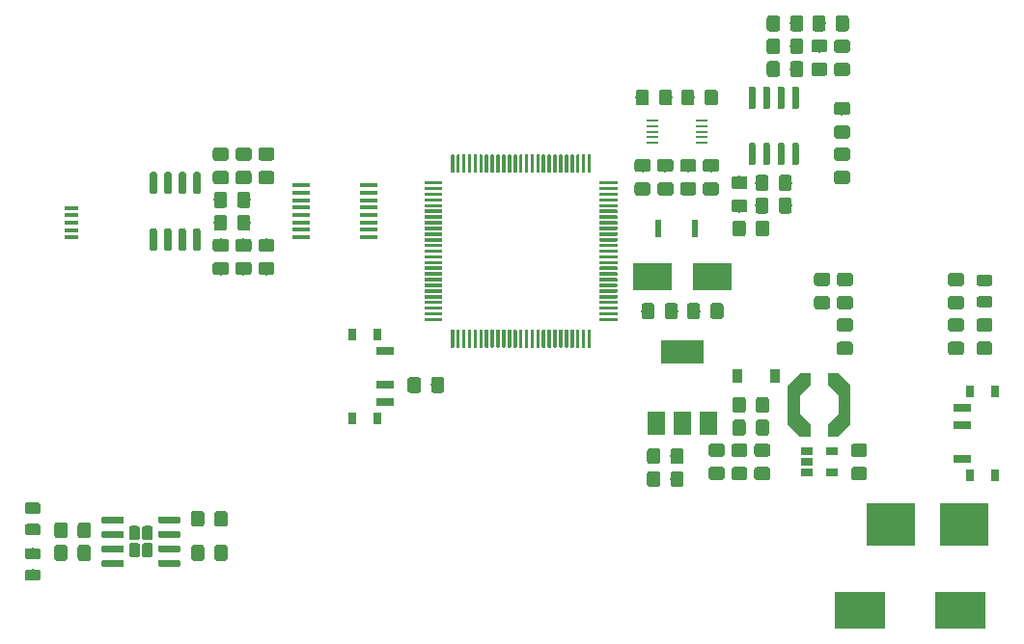
<source format=gbr>
G04 #@! TF.GenerationSoftware,KiCad,Pcbnew,(5.0.1)-3*
G04 #@! TF.CreationDate,2021-09-23T20:30:50+02:00*
G04 #@! TF.ProjectId,pocketDSP,706F636B65744453502E6B696361645F,rev?*
G04 #@! TF.SameCoordinates,Original*
G04 #@! TF.FileFunction,Paste,Top*
G04 #@! TF.FilePolarity,Positive*
%FSLAX46Y46*%
G04 Gerber Fmt 4.6, Leading zero omitted, Abs format (unit mm)*
G04 Created by KiCad (PCBNEW (5.0.1)-3) date 23/09/2021 20:30:50*
%MOMM*%
%LPD*%
G01*
G04 APERTURE LIST*
%ADD10C,0.050800*%
%ADD11C,1.150000*%
%ADD12C,0.975000*%
%ADD13R,0.900000X1.200000*%
%ADD14R,4.500000X3.300000*%
%ADD15R,4.241800X3.810000*%
%ADD16R,1.300000X0.450000*%
%ADD17C,0.300000*%
%ADD18R,1.060000X0.650000*%
%ADD19R,3.800000X2.000000*%
%ADD20R,1.500000X2.000000*%
%ADD21C,0.600000*%
%ADD22R,1.500000X0.450000*%
%ADD23R,1.100000X0.250000*%
%ADD24R,3.500000X2.400000*%
%ADD25R,1.500000X0.700000*%
%ADD26R,0.800000X1.000000*%
%ADD27C,0.960000*%
%ADD28C,1.055000*%
%ADD29R,0.550000X1.500000*%
G04 APERTURE END LIST*
D10*
G04 #@! TO.C,C19*
G36*
X154974505Y-128401204D02*
X154998773Y-128404804D01*
X155022572Y-128410765D01*
X155045671Y-128419030D01*
X155067850Y-128429520D01*
X155088893Y-128442132D01*
X155108599Y-128456747D01*
X155126777Y-128473223D01*
X155143253Y-128491401D01*
X155157868Y-128511107D01*
X155170480Y-128532150D01*
X155180970Y-128554329D01*
X155189235Y-128577428D01*
X155195196Y-128601227D01*
X155198796Y-128625495D01*
X155200000Y-128649999D01*
X155200000Y-129300001D01*
X155198796Y-129324505D01*
X155195196Y-129348773D01*
X155189235Y-129372572D01*
X155180970Y-129395671D01*
X155170480Y-129417850D01*
X155157868Y-129438893D01*
X155143253Y-129458599D01*
X155126777Y-129476777D01*
X155108599Y-129493253D01*
X155088893Y-129507868D01*
X155067850Y-129520480D01*
X155045671Y-129530970D01*
X155022572Y-129539235D01*
X154998773Y-129545196D01*
X154974505Y-129548796D01*
X154950001Y-129550000D01*
X154049999Y-129550000D01*
X154025495Y-129548796D01*
X154001227Y-129545196D01*
X153977428Y-129539235D01*
X153954329Y-129530970D01*
X153932150Y-129520480D01*
X153911107Y-129507868D01*
X153891401Y-129493253D01*
X153873223Y-129476777D01*
X153856747Y-129458599D01*
X153842132Y-129438893D01*
X153829520Y-129417850D01*
X153819030Y-129395671D01*
X153810765Y-129372572D01*
X153804804Y-129348773D01*
X153801204Y-129324505D01*
X153800000Y-129300001D01*
X153800000Y-128649999D01*
X153801204Y-128625495D01*
X153804804Y-128601227D01*
X153810765Y-128577428D01*
X153819030Y-128554329D01*
X153829520Y-128532150D01*
X153842132Y-128511107D01*
X153856747Y-128491401D01*
X153873223Y-128473223D01*
X153891401Y-128456747D01*
X153911107Y-128442132D01*
X153932150Y-128429520D01*
X153954329Y-128419030D01*
X153977428Y-128410765D01*
X154001227Y-128404804D01*
X154025495Y-128401204D01*
X154049999Y-128400000D01*
X154950001Y-128400000D01*
X154974505Y-128401204D01*
X154974505Y-128401204D01*
G37*
D11*
X154500000Y-128975000D03*
D10*
G36*
X154974505Y-130451204D02*
X154998773Y-130454804D01*
X155022572Y-130460765D01*
X155045671Y-130469030D01*
X155067850Y-130479520D01*
X155088893Y-130492132D01*
X155108599Y-130506747D01*
X155126777Y-130523223D01*
X155143253Y-130541401D01*
X155157868Y-130561107D01*
X155170480Y-130582150D01*
X155180970Y-130604329D01*
X155189235Y-130627428D01*
X155195196Y-130651227D01*
X155198796Y-130675495D01*
X155200000Y-130699999D01*
X155200000Y-131350001D01*
X155198796Y-131374505D01*
X155195196Y-131398773D01*
X155189235Y-131422572D01*
X155180970Y-131445671D01*
X155170480Y-131467850D01*
X155157868Y-131488893D01*
X155143253Y-131508599D01*
X155126777Y-131526777D01*
X155108599Y-131543253D01*
X155088893Y-131557868D01*
X155067850Y-131570480D01*
X155045671Y-131580970D01*
X155022572Y-131589235D01*
X154998773Y-131595196D01*
X154974505Y-131598796D01*
X154950001Y-131600000D01*
X154049999Y-131600000D01*
X154025495Y-131598796D01*
X154001227Y-131595196D01*
X153977428Y-131589235D01*
X153954329Y-131580970D01*
X153932150Y-131570480D01*
X153911107Y-131557868D01*
X153891401Y-131543253D01*
X153873223Y-131526777D01*
X153856747Y-131508599D01*
X153842132Y-131488893D01*
X153829520Y-131467850D01*
X153819030Y-131445671D01*
X153810765Y-131422572D01*
X153804804Y-131398773D01*
X153801204Y-131374505D01*
X153800000Y-131350001D01*
X153800000Y-130699999D01*
X153801204Y-130675495D01*
X153804804Y-130651227D01*
X153810765Y-130627428D01*
X153819030Y-130604329D01*
X153829520Y-130582150D01*
X153842132Y-130561107D01*
X153856747Y-130541401D01*
X153873223Y-130523223D01*
X153891401Y-130506747D01*
X153911107Y-130492132D01*
X153932150Y-130479520D01*
X153954329Y-130469030D01*
X153977428Y-130460765D01*
X154001227Y-130454804D01*
X154025495Y-130451204D01*
X154049999Y-130450000D01*
X154950001Y-130450000D01*
X154974505Y-130451204D01*
X154974505Y-130451204D01*
G37*
D11*
X154500000Y-131025000D03*
G04 #@! TD*
D10*
G04 #@! TO.C,C23*
G36*
X144324505Y-124301204D02*
X144348773Y-124304804D01*
X144372572Y-124310765D01*
X144395671Y-124319030D01*
X144417850Y-124329520D01*
X144438893Y-124342132D01*
X144458599Y-124356747D01*
X144476777Y-124373223D01*
X144493253Y-124391401D01*
X144507868Y-124411107D01*
X144520480Y-124432150D01*
X144530970Y-124454329D01*
X144539235Y-124477428D01*
X144545196Y-124501227D01*
X144548796Y-124525495D01*
X144550000Y-124549999D01*
X144550000Y-125450001D01*
X144548796Y-125474505D01*
X144545196Y-125498773D01*
X144539235Y-125522572D01*
X144530970Y-125545671D01*
X144520480Y-125567850D01*
X144507868Y-125588893D01*
X144493253Y-125608599D01*
X144476777Y-125626777D01*
X144458599Y-125643253D01*
X144438893Y-125657868D01*
X144417850Y-125670480D01*
X144395671Y-125680970D01*
X144372572Y-125689235D01*
X144348773Y-125695196D01*
X144324505Y-125698796D01*
X144300001Y-125700000D01*
X143649999Y-125700000D01*
X143625495Y-125698796D01*
X143601227Y-125695196D01*
X143577428Y-125689235D01*
X143554329Y-125680970D01*
X143532150Y-125670480D01*
X143511107Y-125657868D01*
X143491401Y-125643253D01*
X143473223Y-125626777D01*
X143456747Y-125608599D01*
X143442132Y-125588893D01*
X143429520Y-125567850D01*
X143419030Y-125545671D01*
X143410765Y-125522572D01*
X143404804Y-125498773D01*
X143401204Y-125474505D01*
X143400000Y-125450001D01*
X143400000Y-124549999D01*
X143401204Y-124525495D01*
X143404804Y-124501227D01*
X143410765Y-124477428D01*
X143419030Y-124454329D01*
X143429520Y-124432150D01*
X143442132Y-124411107D01*
X143456747Y-124391401D01*
X143473223Y-124373223D01*
X143491401Y-124356747D01*
X143511107Y-124342132D01*
X143532150Y-124329520D01*
X143554329Y-124319030D01*
X143577428Y-124310765D01*
X143601227Y-124304804D01*
X143625495Y-124301204D01*
X143649999Y-124300000D01*
X144300001Y-124300000D01*
X144324505Y-124301204D01*
X144324505Y-124301204D01*
G37*
D11*
X143975000Y-125000000D03*
D10*
G36*
X146374505Y-124301204D02*
X146398773Y-124304804D01*
X146422572Y-124310765D01*
X146445671Y-124319030D01*
X146467850Y-124329520D01*
X146488893Y-124342132D01*
X146508599Y-124356747D01*
X146526777Y-124373223D01*
X146543253Y-124391401D01*
X146557868Y-124411107D01*
X146570480Y-124432150D01*
X146580970Y-124454329D01*
X146589235Y-124477428D01*
X146595196Y-124501227D01*
X146598796Y-124525495D01*
X146600000Y-124549999D01*
X146600000Y-125450001D01*
X146598796Y-125474505D01*
X146595196Y-125498773D01*
X146589235Y-125522572D01*
X146580970Y-125545671D01*
X146570480Y-125567850D01*
X146557868Y-125588893D01*
X146543253Y-125608599D01*
X146526777Y-125626777D01*
X146508599Y-125643253D01*
X146488893Y-125657868D01*
X146467850Y-125670480D01*
X146445671Y-125680970D01*
X146422572Y-125689235D01*
X146398773Y-125695196D01*
X146374505Y-125698796D01*
X146350001Y-125700000D01*
X145699999Y-125700000D01*
X145675495Y-125698796D01*
X145651227Y-125695196D01*
X145627428Y-125689235D01*
X145604329Y-125680970D01*
X145582150Y-125670480D01*
X145561107Y-125657868D01*
X145541401Y-125643253D01*
X145523223Y-125626777D01*
X145506747Y-125608599D01*
X145492132Y-125588893D01*
X145479520Y-125567850D01*
X145469030Y-125545671D01*
X145460765Y-125522572D01*
X145454804Y-125498773D01*
X145451204Y-125474505D01*
X145450000Y-125450001D01*
X145450000Y-124549999D01*
X145451204Y-124525495D01*
X145454804Y-124501227D01*
X145460765Y-124477428D01*
X145469030Y-124454329D01*
X145479520Y-124432150D01*
X145492132Y-124411107D01*
X145506747Y-124391401D01*
X145523223Y-124373223D01*
X145541401Y-124356747D01*
X145561107Y-124342132D01*
X145582150Y-124329520D01*
X145604329Y-124319030D01*
X145627428Y-124310765D01*
X145651227Y-124304804D01*
X145675495Y-124301204D01*
X145699999Y-124300000D01*
X146350001Y-124300000D01*
X146374505Y-124301204D01*
X146374505Y-124301204D01*
G37*
D11*
X146025000Y-125000000D03*
G04 #@! TD*
D10*
G04 #@! TO.C,C25*
G36*
X146374505Y-126301204D02*
X146398773Y-126304804D01*
X146422572Y-126310765D01*
X146445671Y-126319030D01*
X146467850Y-126329520D01*
X146488893Y-126342132D01*
X146508599Y-126356747D01*
X146526777Y-126373223D01*
X146543253Y-126391401D01*
X146557868Y-126411107D01*
X146570480Y-126432150D01*
X146580970Y-126454329D01*
X146589235Y-126477428D01*
X146595196Y-126501227D01*
X146598796Y-126525495D01*
X146600000Y-126549999D01*
X146600000Y-127450001D01*
X146598796Y-127474505D01*
X146595196Y-127498773D01*
X146589235Y-127522572D01*
X146580970Y-127545671D01*
X146570480Y-127567850D01*
X146557868Y-127588893D01*
X146543253Y-127608599D01*
X146526777Y-127626777D01*
X146508599Y-127643253D01*
X146488893Y-127657868D01*
X146467850Y-127670480D01*
X146445671Y-127680970D01*
X146422572Y-127689235D01*
X146398773Y-127695196D01*
X146374505Y-127698796D01*
X146350001Y-127700000D01*
X145699999Y-127700000D01*
X145675495Y-127698796D01*
X145651227Y-127695196D01*
X145627428Y-127689235D01*
X145604329Y-127680970D01*
X145582150Y-127670480D01*
X145561107Y-127657868D01*
X145541401Y-127643253D01*
X145523223Y-127626777D01*
X145506747Y-127608599D01*
X145492132Y-127588893D01*
X145479520Y-127567850D01*
X145469030Y-127545671D01*
X145460765Y-127522572D01*
X145454804Y-127498773D01*
X145451204Y-127474505D01*
X145450000Y-127450001D01*
X145450000Y-126549999D01*
X145451204Y-126525495D01*
X145454804Y-126501227D01*
X145460765Y-126477428D01*
X145469030Y-126454329D01*
X145479520Y-126432150D01*
X145492132Y-126411107D01*
X145506747Y-126391401D01*
X145523223Y-126373223D01*
X145541401Y-126356747D01*
X145561107Y-126342132D01*
X145582150Y-126329520D01*
X145604329Y-126319030D01*
X145627428Y-126310765D01*
X145651227Y-126304804D01*
X145675495Y-126301204D01*
X145699999Y-126300000D01*
X146350001Y-126300000D01*
X146374505Y-126301204D01*
X146374505Y-126301204D01*
G37*
D11*
X146025000Y-127000000D03*
D10*
G36*
X144324505Y-126301204D02*
X144348773Y-126304804D01*
X144372572Y-126310765D01*
X144395671Y-126319030D01*
X144417850Y-126329520D01*
X144438893Y-126342132D01*
X144458599Y-126356747D01*
X144476777Y-126373223D01*
X144493253Y-126391401D01*
X144507868Y-126411107D01*
X144520480Y-126432150D01*
X144530970Y-126454329D01*
X144539235Y-126477428D01*
X144545196Y-126501227D01*
X144548796Y-126525495D01*
X144550000Y-126549999D01*
X144550000Y-127450001D01*
X144548796Y-127474505D01*
X144545196Y-127498773D01*
X144539235Y-127522572D01*
X144530970Y-127545671D01*
X144520480Y-127567850D01*
X144507868Y-127588893D01*
X144493253Y-127608599D01*
X144476777Y-127626777D01*
X144458599Y-127643253D01*
X144438893Y-127657868D01*
X144417850Y-127670480D01*
X144395671Y-127680970D01*
X144372572Y-127689235D01*
X144348773Y-127695196D01*
X144324505Y-127698796D01*
X144300001Y-127700000D01*
X143649999Y-127700000D01*
X143625495Y-127698796D01*
X143601227Y-127695196D01*
X143577428Y-127689235D01*
X143554329Y-127680970D01*
X143532150Y-127670480D01*
X143511107Y-127657868D01*
X143491401Y-127643253D01*
X143473223Y-127626777D01*
X143456747Y-127608599D01*
X143442132Y-127588893D01*
X143429520Y-127567850D01*
X143419030Y-127545671D01*
X143410765Y-127522572D01*
X143404804Y-127498773D01*
X143401204Y-127474505D01*
X143400000Y-127450001D01*
X143400000Y-126549999D01*
X143401204Y-126525495D01*
X143404804Y-126501227D01*
X143410765Y-126477428D01*
X143419030Y-126454329D01*
X143429520Y-126432150D01*
X143442132Y-126411107D01*
X143456747Y-126391401D01*
X143473223Y-126373223D01*
X143491401Y-126356747D01*
X143511107Y-126342132D01*
X143532150Y-126329520D01*
X143554329Y-126319030D01*
X143577428Y-126310765D01*
X143601227Y-126304804D01*
X143625495Y-126301204D01*
X143649999Y-126300000D01*
X144300001Y-126300000D01*
X144324505Y-126301204D01*
X144324505Y-126301204D01*
G37*
D11*
X143975000Y-127000000D03*
G04 #@! TD*
D10*
G04 #@! TO.C,C27*
G36*
X136824505Y-128801204D02*
X136848773Y-128804804D01*
X136872572Y-128810765D01*
X136895671Y-128819030D01*
X136917850Y-128829520D01*
X136938893Y-128842132D01*
X136958599Y-128856747D01*
X136976777Y-128873223D01*
X136993253Y-128891401D01*
X137007868Y-128911107D01*
X137020480Y-128932150D01*
X137030970Y-128954329D01*
X137039235Y-128977428D01*
X137045196Y-129001227D01*
X137048796Y-129025495D01*
X137050000Y-129049999D01*
X137050000Y-129950001D01*
X137048796Y-129974505D01*
X137045196Y-129998773D01*
X137039235Y-130022572D01*
X137030970Y-130045671D01*
X137020480Y-130067850D01*
X137007868Y-130088893D01*
X136993253Y-130108599D01*
X136976777Y-130126777D01*
X136958599Y-130143253D01*
X136938893Y-130157868D01*
X136917850Y-130170480D01*
X136895671Y-130180970D01*
X136872572Y-130189235D01*
X136848773Y-130195196D01*
X136824505Y-130198796D01*
X136800001Y-130200000D01*
X136149999Y-130200000D01*
X136125495Y-130198796D01*
X136101227Y-130195196D01*
X136077428Y-130189235D01*
X136054329Y-130180970D01*
X136032150Y-130170480D01*
X136011107Y-130157868D01*
X135991401Y-130143253D01*
X135973223Y-130126777D01*
X135956747Y-130108599D01*
X135942132Y-130088893D01*
X135929520Y-130067850D01*
X135919030Y-130045671D01*
X135910765Y-130022572D01*
X135904804Y-129998773D01*
X135901204Y-129974505D01*
X135900000Y-129950001D01*
X135900000Y-129049999D01*
X135901204Y-129025495D01*
X135904804Y-129001227D01*
X135910765Y-128977428D01*
X135919030Y-128954329D01*
X135929520Y-128932150D01*
X135942132Y-128911107D01*
X135956747Y-128891401D01*
X135973223Y-128873223D01*
X135991401Y-128856747D01*
X136011107Y-128842132D01*
X136032150Y-128829520D01*
X136054329Y-128819030D01*
X136077428Y-128810765D01*
X136101227Y-128804804D01*
X136125495Y-128801204D01*
X136149999Y-128800000D01*
X136800001Y-128800000D01*
X136824505Y-128801204D01*
X136824505Y-128801204D01*
G37*
D11*
X136475000Y-129500000D03*
D10*
G36*
X138874505Y-128801204D02*
X138898773Y-128804804D01*
X138922572Y-128810765D01*
X138945671Y-128819030D01*
X138967850Y-128829520D01*
X138988893Y-128842132D01*
X139008599Y-128856747D01*
X139026777Y-128873223D01*
X139043253Y-128891401D01*
X139057868Y-128911107D01*
X139070480Y-128932150D01*
X139080970Y-128954329D01*
X139089235Y-128977428D01*
X139095196Y-129001227D01*
X139098796Y-129025495D01*
X139100000Y-129049999D01*
X139100000Y-129950001D01*
X139098796Y-129974505D01*
X139095196Y-129998773D01*
X139089235Y-130022572D01*
X139080970Y-130045671D01*
X139070480Y-130067850D01*
X139057868Y-130088893D01*
X139043253Y-130108599D01*
X139026777Y-130126777D01*
X139008599Y-130143253D01*
X138988893Y-130157868D01*
X138967850Y-130170480D01*
X138945671Y-130180970D01*
X138922572Y-130189235D01*
X138898773Y-130195196D01*
X138874505Y-130198796D01*
X138850001Y-130200000D01*
X138199999Y-130200000D01*
X138175495Y-130198796D01*
X138151227Y-130195196D01*
X138127428Y-130189235D01*
X138104329Y-130180970D01*
X138082150Y-130170480D01*
X138061107Y-130157868D01*
X138041401Y-130143253D01*
X138023223Y-130126777D01*
X138006747Y-130108599D01*
X137992132Y-130088893D01*
X137979520Y-130067850D01*
X137969030Y-130045671D01*
X137960765Y-130022572D01*
X137954804Y-129998773D01*
X137951204Y-129974505D01*
X137950000Y-129950001D01*
X137950000Y-129049999D01*
X137951204Y-129025495D01*
X137954804Y-129001227D01*
X137960765Y-128977428D01*
X137969030Y-128954329D01*
X137979520Y-128932150D01*
X137992132Y-128911107D01*
X138006747Y-128891401D01*
X138023223Y-128873223D01*
X138041401Y-128856747D01*
X138061107Y-128842132D01*
X138082150Y-128829520D01*
X138104329Y-128819030D01*
X138127428Y-128810765D01*
X138151227Y-128804804D01*
X138175495Y-128801204D01*
X138199999Y-128800000D01*
X138850001Y-128800000D01*
X138874505Y-128801204D01*
X138874505Y-128801204D01*
G37*
D11*
X138525000Y-129500000D03*
G04 #@! TD*
D10*
G04 #@! TO.C,D1*
G36*
X165980142Y-115451174D02*
X166003803Y-115454684D01*
X166027007Y-115460496D01*
X166049529Y-115468554D01*
X166071153Y-115478782D01*
X166091670Y-115491079D01*
X166110883Y-115505329D01*
X166128607Y-115521393D01*
X166144671Y-115539117D01*
X166158921Y-115558330D01*
X166171218Y-115578847D01*
X166181446Y-115600471D01*
X166189504Y-115622993D01*
X166195316Y-115646197D01*
X166198826Y-115669858D01*
X166200000Y-115693750D01*
X166200000Y-116181250D01*
X166198826Y-116205142D01*
X166195316Y-116228803D01*
X166189504Y-116252007D01*
X166181446Y-116274529D01*
X166171218Y-116296153D01*
X166158921Y-116316670D01*
X166144671Y-116335883D01*
X166128607Y-116353607D01*
X166110883Y-116369671D01*
X166091670Y-116383921D01*
X166071153Y-116396218D01*
X166049529Y-116406446D01*
X166027007Y-116414504D01*
X166003803Y-116420316D01*
X165980142Y-116423826D01*
X165956250Y-116425000D01*
X165043750Y-116425000D01*
X165019858Y-116423826D01*
X164996197Y-116420316D01*
X164972993Y-116414504D01*
X164950471Y-116406446D01*
X164928847Y-116396218D01*
X164908330Y-116383921D01*
X164889117Y-116369671D01*
X164871393Y-116353607D01*
X164855329Y-116335883D01*
X164841079Y-116316670D01*
X164828782Y-116296153D01*
X164818554Y-116274529D01*
X164810496Y-116252007D01*
X164804684Y-116228803D01*
X164801174Y-116205142D01*
X164800000Y-116181250D01*
X164800000Y-115693750D01*
X164801174Y-115669858D01*
X164804684Y-115646197D01*
X164810496Y-115622993D01*
X164818554Y-115600471D01*
X164828782Y-115578847D01*
X164841079Y-115558330D01*
X164855329Y-115539117D01*
X164871393Y-115521393D01*
X164889117Y-115505329D01*
X164908330Y-115491079D01*
X164928847Y-115478782D01*
X164950471Y-115468554D01*
X164972993Y-115460496D01*
X164996197Y-115454684D01*
X165019858Y-115451174D01*
X165043750Y-115450000D01*
X165956250Y-115450000D01*
X165980142Y-115451174D01*
X165980142Y-115451174D01*
G37*
D12*
X165500000Y-115937500D03*
D10*
G36*
X165980142Y-113576174D02*
X166003803Y-113579684D01*
X166027007Y-113585496D01*
X166049529Y-113593554D01*
X166071153Y-113603782D01*
X166091670Y-113616079D01*
X166110883Y-113630329D01*
X166128607Y-113646393D01*
X166144671Y-113664117D01*
X166158921Y-113683330D01*
X166171218Y-113703847D01*
X166181446Y-113725471D01*
X166189504Y-113747993D01*
X166195316Y-113771197D01*
X166198826Y-113794858D01*
X166200000Y-113818750D01*
X166200000Y-114306250D01*
X166198826Y-114330142D01*
X166195316Y-114353803D01*
X166189504Y-114377007D01*
X166181446Y-114399529D01*
X166171218Y-114421153D01*
X166158921Y-114441670D01*
X166144671Y-114460883D01*
X166128607Y-114478607D01*
X166110883Y-114494671D01*
X166091670Y-114508921D01*
X166071153Y-114521218D01*
X166049529Y-114531446D01*
X166027007Y-114539504D01*
X166003803Y-114545316D01*
X165980142Y-114548826D01*
X165956250Y-114550000D01*
X165043750Y-114550000D01*
X165019858Y-114548826D01*
X164996197Y-114545316D01*
X164972993Y-114539504D01*
X164950471Y-114531446D01*
X164928847Y-114521218D01*
X164908330Y-114508921D01*
X164889117Y-114494671D01*
X164871393Y-114478607D01*
X164855329Y-114460883D01*
X164841079Y-114441670D01*
X164828782Y-114421153D01*
X164818554Y-114399529D01*
X164810496Y-114377007D01*
X164804684Y-114353803D01*
X164801174Y-114330142D01*
X164800000Y-114306250D01*
X164800000Y-113818750D01*
X164801174Y-113794858D01*
X164804684Y-113771197D01*
X164810496Y-113747993D01*
X164818554Y-113725471D01*
X164828782Y-113703847D01*
X164841079Y-113683330D01*
X164855329Y-113664117D01*
X164871393Y-113646393D01*
X164889117Y-113630329D01*
X164908330Y-113616079D01*
X164928847Y-113603782D01*
X164950471Y-113593554D01*
X164972993Y-113585496D01*
X164996197Y-113579684D01*
X165019858Y-113576174D01*
X165043750Y-113575000D01*
X165956250Y-113575000D01*
X165980142Y-113576174D01*
X165980142Y-113576174D01*
G37*
D12*
X165500000Y-114062500D03*
G04 #@! TD*
D10*
G04 #@! TO.C,D2*
G36*
X82480142Y-137576174D02*
X82503803Y-137579684D01*
X82527007Y-137585496D01*
X82549529Y-137593554D01*
X82571153Y-137603782D01*
X82591670Y-137616079D01*
X82610883Y-137630329D01*
X82628607Y-137646393D01*
X82644671Y-137664117D01*
X82658921Y-137683330D01*
X82671218Y-137703847D01*
X82681446Y-137725471D01*
X82689504Y-137747993D01*
X82695316Y-137771197D01*
X82698826Y-137794858D01*
X82700000Y-137818750D01*
X82700000Y-138306250D01*
X82698826Y-138330142D01*
X82695316Y-138353803D01*
X82689504Y-138377007D01*
X82681446Y-138399529D01*
X82671218Y-138421153D01*
X82658921Y-138441670D01*
X82644671Y-138460883D01*
X82628607Y-138478607D01*
X82610883Y-138494671D01*
X82591670Y-138508921D01*
X82571153Y-138521218D01*
X82549529Y-138531446D01*
X82527007Y-138539504D01*
X82503803Y-138545316D01*
X82480142Y-138548826D01*
X82456250Y-138550000D01*
X81543750Y-138550000D01*
X81519858Y-138548826D01*
X81496197Y-138545316D01*
X81472993Y-138539504D01*
X81450471Y-138531446D01*
X81428847Y-138521218D01*
X81408330Y-138508921D01*
X81389117Y-138494671D01*
X81371393Y-138478607D01*
X81355329Y-138460883D01*
X81341079Y-138441670D01*
X81328782Y-138421153D01*
X81318554Y-138399529D01*
X81310496Y-138377007D01*
X81304684Y-138353803D01*
X81301174Y-138330142D01*
X81300000Y-138306250D01*
X81300000Y-137818750D01*
X81301174Y-137794858D01*
X81304684Y-137771197D01*
X81310496Y-137747993D01*
X81318554Y-137725471D01*
X81328782Y-137703847D01*
X81341079Y-137683330D01*
X81355329Y-137664117D01*
X81371393Y-137646393D01*
X81389117Y-137630329D01*
X81408330Y-137616079D01*
X81428847Y-137603782D01*
X81450471Y-137593554D01*
X81472993Y-137585496D01*
X81496197Y-137579684D01*
X81519858Y-137576174D01*
X81543750Y-137575000D01*
X82456250Y-137575000D01*
X82480142Y-137576174D01*
X82480142Y-137576174D01*
G37*
D12*
X82000000Y-138062500D03*
D10*
G36*
X82480142Y-139451174D02*
X82503803Y-139454684D01*
X82527007Y-139460496D01*
X82549529Y-139468554D01*
X82571153Y-139478782D01*
X82591670Y-139491079D01*
X82610883Y-139505329D01*
X82628607Y-139521393D01*
X82644671Y-139539117D01*
X82658921Y-139558330D01*
X82671218Y-139578847D01*
X82681446Y-139600471D01*
X82689504Y-139622993D01*
X82695316Y-139646197D01*
X82698826Y-139669858D01*
X82700000Y-139693750D01*
X82700000Y-140181250D01*
X82698826Y-140205142D01*
X82695316Y-140228803D01*
X82689504Y-140252007D01*
X82681446Y-140274529D01*
X82671218Y-140296153D01*
X82658921Y-140316670D01*
X82644671Y-140335883D01*
X82628607Y-140353607D01*
X82610883Y-140369671D01*
X82591670Y-140383921D01*
X82571153Y-140396218D01*
X82549529Y-140406446D01*
X82527007Y-140414504D01*
X82503803Y-140420316D01*
X82480142Y-140423826D01*
X82456250Y-140425000D01*
X81543750Y-140425000D01*
X81519858Y-140423826D01*
X81496197Y-140420316D01*
X81472993Y-140414504D01*
X81450471Y-140406446D01*
X81428847Y-140396218D01*
X81408330Y-140383921D01*
X81389117Y-140369671D01*
X81371393Y-140353607D01*
X81355329Y-140335883D01*
X81341079Y-140316670D01*
X81328782Y-140296153D01*
X81318554Y-140274529D01*
X81310496Y-140252007D01*
X81304684Y-140228803D01*
X81301174Y-140205142D01*
X81300000Y-140181250D01*
X81300000Y-139693750D01*
X81301174Y-139669858D01*
X81304684Y-139646197D01*
X81310496Y-139622993D01*
X81318554Y-139600471D01*
X81328782Y-139578847D01*
X81341079Y-139558330D01*
X81355329Y-139539117D01*
X81371393Y-139521393D01*
X81389117Y-139505329D01*
X81408330Y-139491079D01*
X81428847Y-139478782D01*
X81450471Y-139468554D01*
X81472993Y-139460496D01*
X81496197Y-139454684D01*
X81519858Y-139451174D01*
X81543750Y-139450000D01*
X82456250Y-139450000D01*
X82480142Y-139451174D01*
X82480142Y-139451174D01*
G37*
D12*
X82000000Y-139937500D03*
G04 #@! TD*
D13*
G04 #@! TO.C,D3*
X143850000Y-122500000D03*
X147150000Y-122500000D03*
G04 #@! TD*
D10*
G04 #@! TO.C,D4*
G36*
X82480142Y-135451174D02*
X82503803Y-135454684D01*
X82527007Y-135460496D01*
X82549529Y-135468554D01*
X82571153Y-135478782D01*
X82591670Y-135491079D01*
X82610883Y-135505329D01*
X82628607Y-135521393D01*
X82644671Y-135539117D01*
X82658921Y-135558330D01*
X82671218Y-135578847D01*
X82681446Y-135600471D01*
X82689504Y-135622993D01*
X82695316Y-135646197D01*
X82698826Y-135669858D01*
X82700000Y-135693750D01*
X82700000Y-136181250D01*
X82698826Y-136205142D01*
X82695316Y-136228803D01*
X82689504Y-136252007D01*
X82681446Y-136274529D01*
X82671218Y-136296153D01*
X82658921Y-136316670D01*
X82644671Y-136335883D01*
X82628607Y-136353607D01*
X82610883Y-136369671D01*
X82591670Y-136383921D01*
X82571153Y-136396218D01*
X82549529Y-136406446D01*
X82527007Y-136414504D01*
X82503803Y-136420316D01*
X82480142Y-136423826D01*
X82456250Y-136425000D01*
X81543750Y-136425000D01*
X81519858Y-136423826D01*
X81496197Y-136420316D01*
X81472993Y-136414504D01*
X81450471Y-136406446D01*
X81428847Y-136396218D01*
X81408330Y-136383921D01*
X81389117Y-136369671D01*
X81371393Y-136353607D01*
X81355329Y-136335883D01*
X81341079Y-136316670D01*
X81328782Y-136296153D01*
X81318554Y-136274529D01*
X81310496Y-136252007D01*
X81304684Y-136228803D01*
X81301174Y-136205142D01*
X81300000Y-136181250D01*
X81300000Y-135693750D01*
X81301174Y-135669858D01*
X81304684Y-135646197D01*
X81310496Y-135622993D01*
X81318554Y-135600471D01*
X81328782Y-135578847D01*
X81341079Y-135558330D01*
X81355329Y-135539117D01*
X81371393Y-135521393D01*
X81389117Y-135505329D01*
X81408330Y-135491079D01*
X81428847Y-135478782D01*
X81450471Y-135468554D01*
X81472993Y-135460496D01*
X81496197Y-135454684D01*
X81519858Y-135451174D01*
X81543750Y-135450000D01*
X82456250Y-135450000D01*
X82480142Y-135451174D01*
X82480142Y-135451174D01*
G37*
D12*
X82000000Y-135937500D03*
D10*
G36*
X82480142Y-133576174D02*
X82503803Y-133579684D01*
X82527007Y-133585496D01*
X82549529Y-133593554D01*
X82571153Y-133603782D01*
X82591670Y-133616079D01*
X82610883Y-133630329D01*
X82628607Y-133646393D01*
X82644671Y-133664117D01*
X82658921Y-133683330D01*
X82671218Y-133703847D01*
X82681446Y-133725471D01*
X82689504Y-133747993D01*
X82695316Y-133771197D01*
X82698826Y-133794858D01*
X82700000Y-133818750D01*
X82700000Y-134306250D01*
X82698826Y-134330142D01*
X82695316Y-134353803D01*
X82689504Y-134377007D01*
X82681446Y-134399529D01*
X82671218Y-134421153D01*
X82658921Y-134441670D01*
X82644671Y-134460883D01*
X82628607Y-134478607D01*
X82610883Y-134494671D01*
X82591670Y-134508921D01*
X82571153Y-134521218D01*
X82549529Y-134531446D01*
X82527007Y-134539504D01*
X82503803Y-134545316D01*
X82480142Y-134548826D01*
X82456250Y-134550000D01*
X81543750Y-134550000D01*
X81519858Y-134548826D01*
X81496197Y-134545316D01*
X81472993Y-134539504D01*
X81450471Y-134531446D01*
X81428847Y-134521218D01*
X81408330Y-134508921D01*
X81389117Y-134494671D01*
X81371393Y-134478607D01*
X81355329Y-134460883D01*
X81341079Y-134441670D01*
X81328782Y-134421153D01*
X81318554Y-134399529D01*
X81310496Y-134377007D01*
X81304684Y-134353803D01*
X81301174Y-134330142D01*
X81300000Y-134306250D01*
X81300000Y-133818750D01*
X81301174Y-133794858D01*
X81304684Y-133771197D01*
X81310496Y-133747993D01*
X81318554Y-133725471D01*
X81328782Y-133703847D01*
X81341079Y-133683330D01*
X81355329Y-133664117D01*
X81371393Y-133646393D01*
X81389117Y-133630329D01*
X81408330Y-133616079D01*
X81428847Y-133603782D01*
X81450471Y-133593554D01*
X81472993Y-133585496D01*
X81496197Y-133579684D01*
X81519858Y-133576174D01*
X81543750Y-133575000D01*
X82456250Y-133575000D01*
X82480142Y-133576174D01*
X82480142Y-133576174D01*
G37*
D12*
X82000000Y-134062500D03*
G04 #@! TD*
D14*
G04 #@! TO.C,D5*
X163400000Y-143000000D03*
X154600000Y-143000000D03*
G04 #@! TD*
D15*
G04 #@! TO.C,F1*
X163687700Y-135500000D03*
X157312300Y-135500000D03*
G04 #@! TD*
D16*
G04 #@! TO.C,J2*
X85400000Y-107700000D03*
X85400000Y-108350000D03*
X85400000Y-109000000D03*
X85400000Y-109650000D03*
X85400000Y-110300000D03*
G04 #@! TD*
D10*
G04 #@! TO.C,U2*
G36*
X133232351Y-117350361D02*
X133239632Y-117351441D01*
X133246771Y-117353229D01*
X133253701Y-117355709D01*
X133260355Y-117358856D01*
X133266668Y-117362640D01*
X133272579Y-117367024D01*
X133278033Y-117371967D01*
X133282976Y-117377421D01*
X133287360Y-117383332D01*
X133291144Y-117389645D01*
X133294291Y-117396299D01*
X133296771Y-117403229D01*
X133298559Y-117410368D01*
X133299639Y-117417649D01*
X133300000Y-117425000D01*
X133300000Y-117575000D01*
X133299639Y-117582351D01*
X133298559Y-117589632D01*
X133296771Y-117596771D01*
X133294291Y-117603701D01*
X133291144Y-117610355D01*
X133287360Y-117616668D01*
X133282976Y-117622579D01*
X133278033Y-117628033D01*
X133272579Y-117632976D01*
X133266668Y-117637360D01*
X133260355Y-117641144D01*
X133253701Y-117644291D01*
X133246771Y-117646771D01*
X133239632Y-117648559D01*
X133232351Y-117649639D01*
X133225000Y-117650000D01*
X131775000Y-117650000D01*
X131767649Y-117649639D01*
X131760368Y-117648559D01*
X131753229Y-117646771D01*
X131746299Y-117644291D01*
X131739645Y-117641144D01*
X131733332Y-117637360D01*
X131727421Y-117632976D01*
X131721967Y-117628033D01*
X131717024Y-117622579D01*
X131712640Y-117616668D01*
X131708856Y-117610355D01*
X131705709Y-117603701D01*
X131703229Y-117596771D01*
X131701441Y-117589632D01*
X131700361Y-117582351D01*
X131700000Y-117575000D01*
X131700000Y-117425000D01*
X131700361Y-117417649D01*
X131701441Y-117410368D01*
X131703229Y-117403229D01*
X131705709Y-117396299D01*
X131708856Y-117389645D01*
X131712640Y-117383332D01*
X131717024Y-117377421D01*
X131721967Y-117371967D01*
X131727421Y-117367024D01*
X131733332Y-117362640D01*
X131739645Y-117358856D01*
X131746299Y-117355709D01*
X131753229Y-117353229D01*
X131760368Y-117351441D01*
X131767649Y-117350361D01*
X131775000Y-117350000D01*
X133225000Y-117350000D01*
X133232351Y-117350361D01*
X133232351Y-117350361D01*
G37*
D17*
X132500000Y-117500000D03*
D10*
G36*
X133232351Y-116850361D02*
X133239632Y-116851441D01*
X133246771Y-116853229D01*
X133253701Y-116855709D01*
X133260355Y-116858856D01*
X133266668Y-116862640D01*
X133272579Y-116867024D01*
X133278033Y-116871967D01*
X133282976Y-116877421D01*
X133287360Y-116883332D01*
X133291144Y-116889645D01*
X133294291Y-116896299D01*
X133296771Y-116903229D01*
X133298559Y-116910368D01*
X133299639Y-116917649D01*
X133300000Y-116925000D01*
X133300000Y-117075000D01*
X133299639Y-117082351D01*
X133298559Y-117089632D01*
X133296771Y-117096771D01*
X133294291Y-117103701D01*
X133291144Y-117110355D01*
X133287360Y-117116668D01*
X133282976Y-117122579D01*
X133278033Y-117128033D01*
X133272579Y-117132976D01*
X133266668Y-117137360D01*
X133260355Y-117141144D01*
X133253701Y-117144291D01*
X133246771Y-117146771D01*
X133239632Y-117148559D01*
X133232351Y-117149639D01*
X133225000Y-117150000D01*
X131775000Y-117150000D01*
X131767649Y-117149639D01*
X131760368Y-117148559D01*
X131753229Y-117146771D01*
X131746299Y-117144291D01*
X131739645Y-117141144D01*
X131733332Y-117137360D01*
X131727421Y-117132976D01*
X131721967Y-117128033D01*
X131717024Y-117122579D01*
X131712640Y-117116668D01*
X131708856Y-117110355D01*
X131705709Y-117103701D01*
X131703229Y-117096771D01*
X131701441Y-117089632D01*
X131700361Y-117082351D01*
X131700000Y-117075000D01*
X131700000Y-116925000D01*
X131700361Y-116917649D01*
X131701441Y-116910368D01*
X131703229Y-116903229D01*
X131705709Y-116896299D01*
X131708856Y-116889645D01*
X131712640Y-116883332D01*
X131717024Y-116877421D01*
X131721967Y-116871967D01*
X131727421Y-116867024D01*
X131733332Y-116862640D01*
X131739645Y-116858856D01*
X131746299Y-116855709D01*
X131753229Y-116853229D01*
X131760368Y-116851441D01*
X131767649Y-116850361D01*
X131775000Y-116850000D01*
X133225000Y-116850000D01*
X133232351Y-116850361D01*
X133232351Y-116850361D01*
G37*
D17*
X132500000Y-117000000D03*
D10*
G36*
X133232351Y-116350361D02*
X133239632Y-116351441D01*
X133246771Y-116353229D01*
X133253701Y-116355709D01*
X133260355Y-116358856D01*
X133266668Y-116362640D01*
X133272579Y-116367024D01*
X133278033Y-116371967D01*
X133282976Y-116377421D01*
X133287360Y-116383332D01*
X133291144Y-116389645D01*
X133294291Y-116396299D01*
X133296771Y-116403229D01*
X133298559Y-116410368D01*
X133299639Y-116417649D01*
X133300000Y-116425000D01*
X133300000Y-116575000D01*
X133299639Y-116582351D01*
X133298559Y-116589632D01*
X133296771Y-116596771D01*
X133294291Y-116603701D01*
X133291144Y-116610355D01*
X133287360Y-116616668D01*
X133282976Y-116622579D01*
X133278033Y-116628033D01*
X133272579Y-116632976D01*
X133266668Y-116637360D01*
X133260355Y-116641144D01*
X133253701Y-116644291D01*
X133246771Y-116646771D01*
X133239632Y-116648559D01*
X133232351Y-116649639D01*
X133225000Y-116650000D01*
X131775000Y-116650000D01*
X131767649Y-116649639D01*
X131760368Y-116648559D01*
X131753229Y-116646771D01*
X131746299Y-116644291D01*
X131739645Y-116641144D01*
X131733332Y-116637360D01*
X131727421Y-116632976D01*
X131721967Y-116628033D01*
X131717024Y-116622579D01*
X131712640Y-116616668D01*
X131708856Y-116610355D01*
X131705709Y-116603701D01*
X131703229Y-116596771D01*
X131701441Y-116589632D01*
X131700361Y-116582351D01*
X131700000Y-116575000D01*
X131700000Y-116425000D01*
X131700361Y-116417649D01*
X131701441Y-116410368D01*
X131703229Y-116403229D01*
X131705709Y-116396299D01*
X131708856Y-116389645D01*
X131712640Y-116383332D01*
X131717024Y-116377421D01*
X131721967Y-116371967D01*
X131727421Y-116367024D01*
X131733332Y-116362640D01*
X131739645Y-116358856D01*
X131746299Y-116355709D01*
X131753229Y-116353229D01*
X131760368Y-116351441D01*
X131767649Y-116350361D01*
X131775000Y-116350000D01*
X133225000Y-116350000D01*
X133232351Y-116350361D01*
X133232351Y-116350361D01*
G37*
D17*
X132500000Y-116500000D03*
D10*
G36*
X133232351Y-115850361D02*
X133239632Y-115851441D01*
X133246771Y-115853229D01*
X133253701Y-115855709D01*
X133260355Y-115858856D01*
X133266668Y-115862640D01*
X133272579Y-115867024D01*
X133278033Y-115871967D01*
X133282976Y-115877421D01*
X133287360Y-115883332D01*
X133291144Y-115889645D01*
X133294291Y-115896299D01*
X133296771Y-115903229D01*
X133298559Y-115910368D01*
X133299639Y-115917649D01*
X133300000Y-115925000D01*
X133300000Y-116075000D01*
X133299639Y-116082351D01*
X133298559Y-116089632D01*
X133296771Y-116096771D01*
X133294291Y-116103701D01*
X133291144Y-116110355D01*
X133287360Y-116116668D01*
X133282976Y-116122579D01*
X133278033Y-116128033D01*
X133272579Y-116132976D01*
X133266668Y-116137360D01*
X133260355Y-116141144D01*
X133253701Y-116144291D01*
X133246771Y-116146771D01*
X133239632Y-116148559D01*
X133232351Y-116149639D01*
X133225000Y-116150000D01*
X131775000Y-116150000D01*
X131767649Y-116149639D01*
X131760368Y-116148559D01*
X131753229Y-116146771D01*
X131746299Y-116144291D01*
X131739645Y-116141144D01*
X131733332Y-116137360D01*
X131727421Y-116132976D01*
X131721967Y-116128033D01*
X131717024Y-116122579D01*
X131712640Y-116116668D01*
X131708856Y-116110355D01*
X131705709Y-116103701D01*
X131703229Y-116096771D01*
X131701441Y-116089632D01*
X131700361Y-116082351D01*
X131700000Y-116075000D01*
X131700000Y-115925000D01*
X131700361Y-115917649D01*
X131701441Y-115910368D01*
X131703229Y-115903229D01*
X131705709Y-115896299D01*
X131708856Y-115889645D01*
X131712640Y-115883332D01*
X131717024Y-115877421D01*
X131721967Y-115871967D01*
X131727421Y-115867024D01*
X131733332Y-115862640D01*
X131739645Y-115858856D01*
X131746299Y-115855709D01*
X131753229Y-115853229D01*
X131760368Y-115851441D01*
X131767649Y-115850361D01*
X131775000Y-115850000D01*
X133225000Y-115850000D01*
X133232351Y-115850361D01*
X133232351Y-115850361D01*
G37*
D17*
X132500000Y-116000000D03*
D10*
G36*
X133232351Y-115350361D02*
X133239632Y-115351441D01*
X133246771Y-115353229D01*
X133253701Y-115355709D01*
X133260355Y-115358856D01*
X133266668Y-115362640D01*
X133272579Y-115367024D01*
X133278033Y-115371967D01*
X133282976Y-115377421D01*
X133287360Y-115383332D01*
X133291144Y-115389645D01*
X133294291Y-115396299D01*
X133296771Y-115403229D01*
X133298559Y-115410368D01*
X133299639Y-115417649D01*
X133300000Y-115425000D01*
X133300000Y-115575000D01*
X133299639Y-115582351D01*
X133298559Y-115589632D01*
X133296771Y-115596771D01*
X133294291Y-115603701D01*
X133291144Y-115610355D01*
X133287360Y-115616668D01*
X133282976Y-115622579D01*
X133278033Y-115628033D01*
X133272579Y-115632976D01*
X133266668Y-115637360D01*
X133260355Y-115641144D01*
X133253701Y-115644291D01*
X133246771Y-115646771D01*
X133239632Y-115648559D01*
X133232351Y-115649639D01*
X133225000Y-115650000D01*
X131775000Y-115650000D01*
X131767649Y-115649639D01*
X131760368Y-115648559D01*
X131753229Y-115646771D01*
X131746299Y-115644291D01*
X131739645Y-115641144D01*
X131733332Y-115637360D01*
X131727421Y-115632976D01*
X131721967Y-115628033D01*
X131717024Y-115622579D01*
X131712640Y-115616668D01*
X131708856Y-115610355D01*
X131705709Y-115603701D01*
X131703229Y-115596771D01*
X131701441Y-115589632D01*
X131700361Y-115582351D01*
X131700000Y-115575000D01*
X131700000Y-115425000D01*
X131700361Y-115417649D01*
X131701441Y-115410368D01*
X131703229Y-115403229D01*
X131705709Y-115396299D01*
X131708856Y-115389645D01*
X131712640Y-115383332D01*
X131717024Y-115377421D01*
X131721967Y-115371967D01*
X131727421Y-115367024D01*
X131733332Y-115362640D01*
X131739645Y-115358856D01*
X131746299Y-115355709D01*
X131753229Y-115353229D01*
X131760368Y-115351441D01*
X131767649Y-115350361D01*
X131775000Y-115350000D01*
X133225000Y-115350000D01*
X133232351Y-115350361D01*
X133232351Y-115350361D01*
G37*
D17*
X132500000Y-115500000D03*
D10*
G36*
X133232351Y-114850361D02*
X133239632Y-114851441D01*
X133246771Y-114853229D01*
X133253701Y-114855709D01*
X133260355Y-114858856D01*
X133266668Y-114862640D01*
X133272579Y-114867024D01*
X133278033Y-114871967D01*
X133282976Y-114877421D01*
X133287360Y-114883332D01*
X133291144Y-114889645D01*
X133294291Y-114896299D01*
X133296771Y-114903229D01*
X133298559Y-114910368D01*
X133299639Y-114917649D01*
X133300000Y-114925000D01*
X133300000Y-115075000D01*
X133299639Y-115082351D01*
X133298559Y-115089632D01*
X133296771Y-115096771D01*
X133294291Y-115103701D01*
X133291144Y-115110355D01*
X133287360Y-115116668D01*
X133282976Y-115122579D01*
X133278033Y-115128033D01*
X133272579Y-115132976D01*
X133266668Y-115137360D01*
X133260355Y-115141144D01*
X133253701Y-115144291D01*
X133246771Y-115146771D01*
X133239632Y-115148559D01*
X133232351Y-115149639D01*
X133225000Y-115150000D01*
X131775000Y-115150000D01*
X131767649Y-115149639D01*
X131760368Y-115148559D01*
X131753229Y-115146771D01*
X131746299Y-115144291D01*
X131739645Y-115141144D01*
X131733332Y-115137360D01*
X131727421Y-115132976D01*
X131721967Y-115128033D01*
X131717024Y-115122579D01*
X131712640Y-115116668D01*
X131708856Y-115110355D01*
X131705709Y-115103701D01*
X131703229Y-115096771D01*
X131701441Y-115089632D01*
X131700361Y-115082351D01*
X131700000Y-115075000D01*
X131700000Y-114925000D01*
X131700361Y-114917649D01*
X131701441Y-114910368D01*
X131703229Y-114903229D01*
X131705709Y-114896299D01*
X131708856Y-114889645D01*
X131712640Y-114883332D01*
X131717024Y-114877421D01*
X131721967Y-114871967D01*
X131727421Y-114867024D01*
X131733332Y-114862640D01*
X131739645Y-114858856D01*
X131746299Y-114855709D01*
X131753229Y-114853229D01*
X131760368Y-114851441D01*
X131767649Y-114850361D01*
X131775000Y-114850000D01*
X133225000Y-114850000D01*
X133232351Y-114850361D01*
X133232351Y-114850361D01*
G37*
D17*
X132500000Y-115000000D03*
D10*
G36*
X133232351Y-114350361D02*
X133239632Y-114351441D01*
X133246771Y-114353229D01*
X133253701Y-114355709D01*
X133260355Y-114358856D01*
X133266668Y-114362640D01*
X133272579Y-114367024D01*
X133278033Y-114371967D01*
X133282976Y-114377421D01*
X133287360Y-114383332D01*
X133291144Y-114389645D01*
X133294291Y-114396299D01*
X133296771Y-114403229D01*
X133298559Y-114410368D01*
X133299639Y-114417649D01*
X133300000Y-114425000D01*
X133300000Y-114575000D01*
X133299639Y-114582351D01*
X133298559Y-114589632D01*
X133296771Y-114596771D01*
X133294291Y-114603701D01*
X133291144Y-114610355D01*
X133287360Y-114616668D01*
X133282976Y-114622579D01*
X133278033Y-114628033D01*
X133272579Y-114632976D01*
X133266668Y-114637360D01*
X133260355Y-114641144D01*
X133253701Y-114644291D01*
X133246771Y-114646771D01*
X133239632Y-114648559D01*
X133232351Y-114649639D01*
X133225000Y-114650000D01*
X131775000Y-114650000D01*
X131767649Y-114649639D01*
X131760368Y-114648559D01*
X131753229Y-114646771D01*
X131746299Y-114644291D01*
X131739645Y-114641144D01*
X131733332Y-114637360D01*
X131727421Y-114632976D01*
X131721967Y-114628033D01*
X131717024Y-114622579D01*
X131712640Y-114616668D01*
X131708856Y-114610355D01*
X131705709Y-114603701D01*
X131703229Y-114596771D01*
X131701441Y-114589632D01*
X131700361Y-114582351D01*
X131700000Y-114575000D01*
X131700000Y-114425000D01*
X131700361Y-114417649D01*
X131701441Y-114410368D01*
X131703229Y-114403229D01*
X131705709Y-114396299D01*
X131708856Y-114389645D01*
X131712640Y-114383332D01*
X131717024Y-114377421D01*
X131721967Y-114371967D01*
X131727421Y-114367024D01*
X131733332Y-114362640D01*
X131739645Y-114358856D01*
X131746299Y-114355709D01*
X131753229Y-114353229D01*
X131760368Y-114351441D01*
X131767649Y-114350361D01*
X131775000Y-114350000D01*
X133225000Y-114350000D01*
X133232351Y-114350361D01*
X133232351Y-114350361D01*
G37*
D17*
X132500000Y-114500000D03*
D10*
G36*
X133232351Y-113850361D02*
X133239632Y-113851441D01*
X133246771Y-113853229D01*
X133253701Y-113855709D01*
X133260355Y-113858856D01*
X133266668Y-113862640D01*
X133272579Y-113867024D01*
X133278033Y-113871967D01*
X133282976Y-113877421D01*
X133287360Y-113883332D01*
X133291144Y-113889645D01*
X133294291Y-113896299D01*
X133296771Y-113903229D01*
X133298559Y-113910368D01*
X133299639Y-113917649D01*
X133300000Y-113925000D01*
X133300000Y-114075000D01*
X133299639Y-114082351D01*
X133298559Y-114089632D01*
X133296771Y-114096771D01*
X133294291Y-114103701D01*
X133291144Y-114110355D01*
X133287360Y-114116668D01*
X133282976Y-114122579D01*
X133278033Y-114128033D01*
X133272579Y-114132976D01*
X133266668Y-114137360D01*
X133260355Y-114141144D01*
X133253701Y-114144291D01*
X133246771Y-114146771D01*
X133239632Y-114148559D01*
X133232351Y-114149639D01*
X133225000Y-114150000D01*
X131775000Y-114150000D01*
X131767649Y-114149639D01*
X131760368Y-114148559D01*
X131753229Y-114146771D01*
X131746299Y-114144291D01*
X131739645Y-114141144D01*
X131733332Y-114137360D01*
X131727421Y-114132976D01*
X131721967Y-114128033D01*
X131717024Y-114122579D01*
X131712640Y-114116668D01*
X131708856Y-114110355D01*
X131705709Y-114103701D01*
X131703229Y-114096771D01*
X131701441Y-114089632D01*
X131700361Y-114082351D01*
X131700000Y-114075000D01*
X131700000Y-113925000D01*
X131700361Y-113917649D01*
X131701441Y-113910368D01*
X131703229Y-113903229D01*
X131705709Y-113896299D01*
X131708856Y-113889645D01*
X131712640Y-113883332D01*
X131717024Y-113877421D01*
X131721967Y-113871967D01*
X131727421Y-113867024D01*
X131733332Y-113862640D01*
X131739645Y-113858856D01*
X131746299Y-113855709D01*
X131753229Y-113853229D01*
X131760368Y-113851441D01*
X131767649Y-113850361D01*
X131775000Y-113850000D01*
X133225000Y-113850000D01*
X133232351Y-113850361D01*
X133232351Y-113850361D01*
G37*
D17*
X132500000Y-114000000D03*
D10*
G36*
X133232351Y-113350361D02*
X133239632Y-113351441D01*
X133246771Y-113353229D01*
X133253701Y-113355709D01*
X133260355Y-113358856D01*
X133266668Y-113362640D01*
X133272579Y-113367024D01*
X133278033Y-113371967D01*
X133282976Y-113377421D01*
X133287360Y-113383332D01*
X133291144Y-113389645D01*
X133294291Y-113396299D01*
X133296771Y-113403229D01*
X133298559Y-113410368D01*
X133299639Y-113417649D01*
X133300000Y-113425000D01*
X133300000Y-113575000D01*
X133299639Y-113582351D01*
X133298559Y-113589632D01*
X133296771Y-113596771D01*
X133294291Y-113603701D01*
X133291144Y-113610355D01*
X133287360Y-113616668D01*
X133282976Y-113622579D01*
X133278033Y-113628033D01*
X133272579Y-113632976D01*
X133266668Y-113637360D01*
X133260355Y-113641144D01*
X133253701Y-113644291D01*
X133246771Y-113646771D01*
X133239632Y-113648559D01*
X133232351Y-113649639D01*
X133225000Y-113650000D01*
X131775000Y-113650000D01*
X131767649Y-113649639D01*
X131760368Y-113648559D01*
X131753229Y-113646771D01*
X131746299Y-113644291D01*
X131739645Y-113641144D01*
X131733332Y-113637360D01*
X131727421Y-113632976D01*
X131721967Y-113628033D01*
X131717024Y-113622579D01*
X131712640Y-113616668D01*
X131708856Y-113610355D01*
X131705709Y-113603701D01*
X131703229Y-113596771D01*
X131701441Y-113589632D01*
X131700361Y-113582351D01*
X131700000Y-113575000D01*
X131700000Y-113425000D01*
X131700361Y-113417649D01*
X131701441Y-113410368D01*
X131703229Y-113403229D01*
X131705709Y-113396299D01*
X131708856Y-113389645D01*
X131712640Y-113383332D01*
X131717024Y-113377421D01*
X131721967Y-113371967D01*
X131727421Y-113367024D01*
X131733332Y-113362640D01*
X131739645Y-113358856D01*
X131746299Y-113355709D01*
X131753229Y-113353229D01*
X131760368Y-113351441D01*
X131767649Y-113350361D01*
X131775000Y-113350000D01*
X133225000Y-113350000D01*
X133232351Y-113350361D01*
X133232351Y-113350361D01*
G37*
D17*
X132500000Y-113500000D03*
D10*
G36*
X133232351Y-112850361D02*
X133239632Y-112851441D01*
X133246771Y-112853229D01*
X133253701Y-112855709D01*
X133260355Y-112858856D01*
X133266668Y-112862640D01*
X133272579Y-112867024D01*
X133278033Y-112871967D01*
X133282976Y-112877421D01*
X133287360Y-112883332D01*
X133291144Y-112889645D01*
X133294291Y-112896299D01*
X133296771Y-112903229D01*
X133298559Y-112910368D01*
X133299639Y-112917649D01*
X133300000Y-112925000D01*
X133300000Y-113075000D01*
X133299639Y-113082351D01*
X133298559Y-113089632D01*
X133296771Y-113096771D01*
X133294291Y-113103701D01*
X133291144Y-113110355D01*
X133287360Y-113116668D01*
X133282976Y-113122579D01*
X133278033Y-113128033D01*
X133272579Y-113132976D01*
X133266668Y-113137360D01*
X133260355Y-113141144D01*
X133253701Y-113144291D01*
X133246771Y-113146771D01*
X133239632Y-113148559D01*
X133232351Y-113149639D01*
X133225000Y-113150000D01*
X131775000Y-113150000D01*
X131767649Y-113149639D01*
X131760368Y-113148559D01*
X131753229Y-113146771D01*
X131746299Y-113144291D01*
X131739645Y-113141144D01*
X131733332Y-113137360D01*
X131727421Y-113132976D01*
X131721967Y-113128033D01*
X131717024Y-113122579D01*
X131712640Y-113116668D01*
X131708856Y-113110355D01*
X131705709Y-113103701D01*
X131703229Y-113096771D01*
X131701441Y-113089632D01*
X131700361Y-113082351D01*
X131700000Y-113075000D01*
X131700000Y-112925000D01*
X131700361Y-112917649D01*
X131701441Y-112910368D01*
X131703229Y-112903229D01*
X131705709Y-112896299D01*
X131708856Y-112889645D01*
X131712640Y-112883332D01*
X131717024Y-112877421D01*
X131721967Y-112871967D01*
X131727421Y-112867024D01*
X131733332Y-112862640D01*
X131739645Y-112858856D01*
X131746299Y-112855709D01*
X131753229Y-112853229D01*
X131760368Y-112851441D01*
X131767649Y-112850361D01*
X131775000Y-112850000D01*
X133225000Y-112850000D01*
X133232351Y-112850361D01*
X133232351Y-112850361D01*
G37*
D17*
X132500000Y-113000000D03*
D10*
G36*
X133232351Y-112350361D02*
X133239632Y-112351441D01*
X133246771Y-112353229D01*
X133253701Y-112355709D01*
X133260355Y-112358856D01*
X133266668Y-112362640D01*
X133272579Y-112367024D01*
X133278033Y-112371967D01*
X133282976Y-112377421D01*
X133287360Y-112383332D01*
X133291144Y-112389645D01*
X133294291Y-112396299D01*
X133296771Y-112403229D01*
X133298559Y-112410368D01*
X133299639Y-112417649D01*
X133300000Y-112425000D01*
X133300000Y-112575000D01*
X133299639Y-112582351D01*
X133298559Y-112589632D01*
X133296771Y-112596771D01*
X133294291Y-112603701D01*
X133291144Y-112610355D01*
X133287360Y-112616668D01*
X133282976Y-112622579D01*
X133278033Y-112628033D01*
X133272579Y-112632976D01*
X133266668Y-112637360D01*
X133260355Y-112641144D01*
X133253701Y-112644291D01*
X133246771Y-112646771D01*
X133239632Y-112648559D01*
X133232351Y-112649639D01*
X133225000Y-112650000D01*
X131775000Y-112650000D01*
X131767649Y-112649639D01*
X131760368Y-112648559D01*
X131753229Y-112646771D01*
X131746299Y-112644291D01*
X131739645Y-112641144D01*
X131733332Y-112637360D01*
X131727421Y-112632976D01*
X131721967Y-112628033D01*
X131717024Y-112622579D01*
X131712640Y-112616668D01*
X131708856Y-112610355D01*
X131705709Y-112603701D01*
X131703229Y-112596771D01*
X131701441Y-112589632D01*
X131700361Y-112582351D01*
X131700000Y-112575000D01*
X131700000Y-112425000D01*
X131700361Y-112417649D01*
X131701441Y-112410368D01*
X131703229Y-112403229D01*
X131705709Y-112396299D01*
X131708856Y-112389645D01*
X131712640Y-112383332D01*
X131717024Y-112377421D01*
X131721967Y-112371967D01*
X131727421Y-112367024D01*
X131733332Y-112362640D01*
X131739645Y-112358856D01*
X131746299Y-112355709D01*
X131753229Y-112353229D01*
X131760368Y-112351441D01*
X131767649Y-112350361D01*
X131775000Y-112350000D01*
X133225000Y-112350000D01*
X133232351Y-112350361D01*
X133232351Y-112350361D01*
G37*
D17*
X132500000Y-112500000D03*
D10*
G36*
X133232351Y-111850361D02*
X133239632Y-111851441D01*
X133246771Y-111853229D01*
X133253701Y-111855709D01*
X133260355Y-111858856D01*
X133266668Y-111862640D01*
X133272579Y-111867024D01*
X133278033Y-111871967D01*
X133282976Y-111877421D01*
X133287360Y-111883332D01*
X133291144Y-111889645D01*
X133294291Y-111896299D01*
X133296771Y-111903229D01*
X133298559Y-111910368D01*
X133299639Y-111917649D01*
X133300000Y-111925000D01*
X133300000Y-112075000D01*
X133299639Y-112082351D01*
X133298559Y-112089632D01*
X133296771Y-112096771D01*
X133294291Y-112103701D01*
X133291144Y-112110355D01*
X133287360Y-112116668D01*
X133282976Y-112122579D01*
X133278033Y-112128033D01*
X133272579Y-112132976D01*
X133266668Y-112137360D01*
X133260355Y-112141144D01*
X133253701Y-112144291D01*
X133246771Y-112146771D01*
X133239632Y-112148559D01*
X133232351Y-112149639D01*
X133225000Y-112150000D01*
X131775000Y-112150000D01*
X131767649Y-112149639D01*
X131760368Y-112148559D01*
X131753229Y-112146771D01*
X131746299Y-112144291D01*
X131739645Y-112141144D01*
X131733332Y-112137360D01*
X131727421Y-112132976D01*
X131721967Y-112128033D01*
X131717024Y-112122579D01*
X131712640Y-112116668D01*
X131708856Y-112110355D01*
X131705709Y-112103701D01*
X131703229Y-112096771D01*
X131701441Y-112089632D01*
X131700361Y-112082351D01*
X131700000Y-112075000D01*
X131700000Y-111925000D01*
X131700361Y-111917649D01*
X131701441Y-111910368D01*
X131703229Y-111903229D01*
X131705709Y-111896299D01*
X131708856Y-111889645D01*
X131712640Y-111883332D01*
X131717024Y-111877421D01*
X131721967Y-111871967D01*
X131727421Y-111867024D01*
X131733332Y-111862640D01*
X131739645Y-111858856D01*
X131746299Y-111855709D01*
X131753229Y-111853229D01*
X131760368Y-111851441D01*
X131767649Y-111850361D01*
X131775000Y-111850000D01*
X133225000Y-111850000D01*
X133232351Y-111850361D01*
X133232351Y-111850361D01*
G37*
D17*
X132500000Y-112000000D03*
D10*
G36*
X133232351Y-111350361D02*
X133239632Y-111351441D01*
X133246771Y-111353229D01*
X133253701Y-111355709D01*
X133260355Y-111358856D01*
X133266668Y-111362640D01*
X133272579Y-111367024D01*
X133278033Y-111371967D01*
X133282976Y-111377421D01*
X133287360Y-111383332D01*
X133291144Y-111389645D01*
X133294291Y-111396299D01*
X133296771Y-111403229D01*
X133298559Y-111410368D01*
X133299639Y-111417649D01*
X133300000Y-111425000D01*
X133300000Y-111575000D01*
X133299639Y-111582351D01*
X133298559Y-111589632D01*
X133296771Y-111596771D01*
X133294291Y-111603701D01*
X133291144Y-111610355D01*
X133287360Y-111616668D01*
X133282976Y-111622579D01*
X133278033Y-111628033D01*
X133272579Y-111632976D01*
X133266668Y-111637360D01*
X133260355Y-111641144D01*
X133253701Y-111644291D01*
X133246771Y-111646771D01*
X133239632Y-111648559D01*
X133232351Y-111649639D01*
X133225000Y-111650000D01*
X131775000Y-111650000D01*
X131767649Y-111649639D01*
X131760368Y-111648559D01*
X131753229Y-111646771D01*
X131746299Y-111644291D01*
X131739645Y-111641144D01*
X131733332Y-111637360D01*
X131727421Y-111632976D01*
X131721967Y-111628033D01*
X131717024Y-111622579D01*
X131712640Y-111616668D01*
X131708856Y-111610355D01*
X131705709Y-111603701D01*
X131703229Y-111596771D01*
X131701441Y-111589632D01*
X131700361Y-111582351D01*
X131700000Y-111575000D01*
X131700000Y-111425000D01*
X131700361Y-111417649D01*
X131701441Y-111410368D01*
X131703229Y-111403229D01*
X131705709Y-111396299D01*
X131708856Y-111389645D01*
X131712640Y-111383332D01*
X131717024Y-111377421D01*
X131721967Y-111371967D01*
X131727421Y-111367024D01*
X131733332Y-111362640D01*
X131739645Y-111358856D01*
X131746299Y-111355709D01*
X131753229Y-111353229D01*
X131760368Y-111351441D01*
X131767649Y-111350361D01*
X131775000Y-111350000D01*
X133225000Y-111350000D01*
X133232351Y-111350361D01*
X133232351Y-111350361D01*
G37*
D17*
X132500000Y-111500000D03*
D10*
G36*
X133232351Y-110850361D02*
X133239632Y-110851441D01*
X133246771Y-110853229D01*
X133253701Y-110855709D01*
X133260355Y-110858856D01*
X133266668Y-110862640D01*
X133272579Y-110867024D01*
X133278033Y-110871967D01*
X133282976Y-110877421D01*
X133287360Y-110883332D01*
X133291144Y-110889645D01*
X133294291Y-110896299D01*
X133296771Y-110903229D01*
X133298559Y-110910368D01*
X133299639Y-110917649D01*
X133300000Y-110925000D01*
X133300000Y-111075000D01*
X133299639Y-111082351D01*
X133298559Y-111089632D01*
X133296771Y-111096771D01*
X133294291Y-111103701D01*
X133291144Y-111110355D01*
X133287360Y-111116668D01*
X133282976Y-111122579D01*
X133278033Y-111128033D01*
X133272579Y-111132976D01*
X133266668Y-111137360D01*
X133260355Y-111141144D01*
X133253701Y-111144291D01*
X133246771Y-111146771D01*
X133239632Y-111148559D01*
X133232351Y-111149639D01*
X133225000Y-111150000D01*
X131775000Y-111150000D01*
X131767649Y-111149639D01*
X131760368Y-111148559D01*
X131753229Y-111146771D01*
X131746299Y-111144291D01*
X131739645Y-111141144D01*
X131733332Y-111137360D01*
X131727421Y-111132976D01*
X131721967Y-111128033D01*
X131717024Y-111122579D01*
X131712640Y-111116668D01*
X131708856Y-111110355D01*
X131705709Y-111103701D01*
X131703229Y-111096771D01*
X131701441Y-111089632D01*
X131700361Y-111082351D01*
X131700000Y-111075000D01*
X131700000Y-110925000D01*
X131700361Y-110917649D01*
X131701441Y-110910368D01*
X131703229Y-110903229D01*
X131705709Y-110896299D01*
X131708856Y-110889645D01*
X131712640Y-110883332D01*
X131717024Y-110877421D01*
X131721967Y-110871967D01*
X131727421Y-110867024D01*
X131733332Y-110862640D01*
X131739645Y-110858856D01*
X131746299Y-110855709D01*
X131753229Y-110853229D01*
X131760368Y-110851441D01*
X131767649Y-110850361D01*
X131775000Y-110850000D01*
X133225000Y-110850000D01*
X133232351Y-110850361D01*
X133232351Y-110850361D01*
G37*
D17*
X132500000Y-111000000D03*
D10*
G36*
X133232351Y-110350361D02*
X133239632Y-110351441D01*
X133246771Y-110353229D01*
X133253701Y-110355709D01*
X133260355Y-110358856D01*
X133266668Y-110362640D01*
X133272579Y-110367024D01*
X133278033Y-110371967D01*
X133282976Y-110377421D01*
X133287360Y-110383332D01*
X133291144Y-110389645D01*
X133294291Y-110396299D01*
X133296771Y-110403229D01*
X133298559Y-110410368D01*
X133299639Y-110417649D01*
X133300000Y-110425000D01*
X133300000Y-110575000D01*
X133299639Y-110582351D01*
X133298559Y-110589632D01*
X133296771Y-110596771D01*
X133294291Y-110603701D01*
X133291144Y-110610355D01*
X133287360Y-110616668D01*
X133282976Y-110622579D01*
X133278033Y-110628033D01*
X133272579Y-110632976D01*
X133266668Y-110637360D01*
X133260355Y-110641144D01*
X133253701Y-110644291D01*
X133246771Y-110646771D01*
X133239632Y-110648559D01*
X133232351Y-110649639D01*
X133225000Y-110650000D01*
X131775000Y-110650000D01*
X131767649Y-110649639D01*
X131760368Y-110648559D01*
X131753229Y-110646771D01*
X131746299Y-110644291D01*
X131739645Y-110641144D01*
X131733332Y-110637360D01*
X131727421Y-110632976D01*
X131721967Y-110628033D01*
X131717024Y-110622579D01*
X131712640Y-110616668D01*
X131708856Y-110610355D01*
X131705709Y-110603701D01*
X131703229Y-110596771D01*
X131701441Y-110589632D01*
X131700361Y-110582351D01*
X131700000Y-110575000D01*
X131700000Y-110425000D01*
X131700361Y-110417649D01*
X131701441Y-110410368D01*
X131703229Y-110403229D01*
X131705709Y-110396299D01*
X131708856Y-110389645D01*
X131712640Y-110383332D01*
X131717024Y-110377421D01*
X131721967Y-110371967D01*
X131727421Y-110367024D01*
X131733332Y-110362640D01*
X131739645Y-110358856D01*
X131746299Y-110355709D01*
X131753229Y-110353229D01*
X131760368Y-110351441D01*
X131767649Y-110350361D01*
X131775000Y-110350000D01*
X133225000Y-110350000D01*
X133232351Y-110350361D01*
X133232351Y-110350361D01*
G37*
D17*
X132500000Y-110500000D03*
D10*
G36*
X133232351Y-109850361D02*
X133239632Y-109851441D01*
X133246771Y-109853229D01*
X133253701Y-109855709D01*
X133260355Y-109858856D01*
X133266668Y-109862640D01*
X133272579Y-109867024D01*
X133278033Y-109871967D01*
X133282976Y-109877421D01*
X133287360Y-109883332D01*
X133291144Y-109889645D01*
X133294291Y-109896299D01*
X133296771Y-109903229D01*
X133298559Y-109910368D01*
X133299639Y-109917649D01*
X133300000Y-109925000D01*
X133300000Y-110075000D01*
X133299639Y-110082351D01*
X133298559Y-110089632D01*
X133296771Y-110096771D01*
X133294291Y-110103701D01*
X133291144Y-110110355D01*
X133287360Y-110116668D01*
X133282976Y-110122579D01*
X133278033Y-110128033D01*
X133272579Y-110132976D01*
X133266668Y-110137360D01*
X133260355Y-110141144D01*
X133253701Y-110144291D01*
X133246771Y-110146771D01*
X133239632Y-110148559D01*
X133232351Y-110149639D01*
X133225000Y-110150000D01*
X131775000Y-110150000D01*
X131767649Y-110149639D01*
X131760368Y-110148559D01*
X131753229Y-110146771D01*
X131746299Y-110144291D01*
X131739645Y-110141144D01*
X131733332Y-110137360D01*
X131727421Y-110132976D01*
X131721967Y-110128033D01*
X131717024Y-110122579D01*
X131712640Y-110116668D01*
X131708856Y-110110355D01*
X131705709Y-110103701D01*
X131703229Y-110096771D01*
X131701441Y-110089632D01*
X131700361Y-110082351D01*
X131700000Y-110075000D01*
X131700000Y-109925000D01*
X131700361Y-109917649D01*
X131701441Y-109910368D01*
X131703229Y-109903229D01*
X131705709Y-109896299D01*
X131708856Y-109889645D01*
X131712640Y-109883332D01*
X131717024Y-109877421D01*
X131721967Y-109871967D01*
X131727421Y-109867024D01*
X131733332Y-109862640D01*
X131739645Y-109858856D01*
X131746299Y-109855709D01*
X131753229Y-109853229D01*
X131760368Y-109851441D01*
X131767649Y-109850361D01*
X131775000Y-109850000D01*
X133225000Y-109850000D01*
X133232351Y-109850361D01*
X133232351Y-109850361D01*
G37*
D17*
X132500000Y-110000000D03*
D10*
G36*
X133232351Y-109350361D02*
X133239632Y-109351441D01*
X133246771Y-109353229D01*
X133253701Y-109355709D01*
X133260355Y-109358856D01*
X133266668Y-109362640D01*
X133272579Y-109367024D01*
X133278033Y-109371967D01*
X133282976Y-109377421D01*
X133287360Y-109383332D01*
X133291144Y-109389645D01*
X133294291Y-109396299D01*
X133296771Y-109403229D01*
X133298559Y-109410368D01*
X133299639Y-109417649D01*
X133300000Y-109425000D01*
X133300000Y-109575000D01*
X133299639Y-109582351D01*
X133298559Y-109589632D01*
X133296771Y-109596771D01*
X133294291Y-109603701D01*
X133291144Y-109610355D01*
X133287360Y-109616668D01*
X133282976Y-109622579D01*
X133278033Y-109628033D01*
X133272579Y-109632976D01*
X133266668Y-109637360D01*
X133260355Y-109641144D01*
X133253701Y-109644291D01*
X133246771Y-109646771D01*
X133239632Y-109648559D01*
X133232351Y-109649639D01*
X133225000Y-109650000D01*
X131775000Y-109650000D01*
X131767649Y-109649639D01*
X131760368Y-109648559D01*
X131753229Y-109646771D01*
X131746299Y-109644291D01*
X131739645Y-109641144D01*
X131733332Y-109637360D01*
X131727421Y-109632976D01*
X131721967Y-109628033D01*
X131717024Y-109622579D01*
X131712640Y-109616668D01*
X131708856Y-109610355D01*
X131705709Y-109603701D01*
X131703229Y-109596771D01*
X131701441Y-109589632D01*
X131700361Y-109582351D01*
X131700000Y-109575000D01*
X131700000Y-109425000D01*
X131700361Y-109417649D01*
X131701441Y-109410368D01*
X131703229Y-109403229D01*
X131705709Y-109396299D01*
X131708856Y-109389645D01*
X131712640Y-109383332D01*
X131717024Y-109377421D01*
X131721967Y-109371967D01*
X131727421Y-109367024D01*
X131733332Y-109362640D01*
X131739645Y-109358856D01*
X131746299Y-109355709D01*
X131753229Y-109353229D01*
X131760368Y-109351441D01*
X131767649Y-109350361D01*
X131775000Y-109350000D01*
X133225000Y-109350000D01*
X133232351Y-109350361D01*
X133232351Y-109350361D01*
G37*
D17*
X132500000Y-109500000D03*
D10*
G36*
X133232351Y-108850361D02*
X133239632Y-108851441D01*
X133246771Y-108853229D01*
X133253701Y-108855709D01*
X133260355Y-108858856D01*
X133266668Y-108862640D01*
X133272579Y-108867024D01*
X133278033Y-108871967D01*
X133282976Y-108877421D01*
X133287360Y-108883332D01*
X133291144Y-108889645D01*
X133294291Y-108896299D01*
X133296771Y-108903229D01*
X133298559Y-108910368D01*
X133299639Y-108917649D01*
X133300000Y-108925000D01*
X133300000Y-109075000D01*
X133299639Y-109082351D01*
X133298559Y-109089632D01*
X133296771Y-109096771D01*
X133294291Y-109103701D01*
X133291144Y-109110355D01*
X133287360Y-109116668D01*
X133282976Y-109122579D01*
X133278033Y-109128033D01*
X133272579Y-109132976D01*
X133266668Y-109137360D01*
X133260355Y-109141144D01*
X133253701Y-109144291D01*
X133246771Y-109146771D01*
X133239632Y-109148559D01*
X133232351Y-109149639D01*
X133225000Y-109150000D01*
X131775000Y-109150000D01*
X131767649Y-109149639D01*
X131760368Y-109148559D01*
X131753229Y-109146771D01*
X131746299Y-109144291D01*
X131739645Y-109141144D01*
X131733332Y-109137360D01*
X131727421Y-109132976D01*
X131721967Y-109128033D01*
X131717024Y-109122579D01*
X131712640Y-109116668D01*
X131708856Y-109110355D01*
X131705709Y-109103701D01*
X131703229Y-109096771D01*
X131701441Y-109089632D01*
X131700361Y-109082351D01*
X131700000Y-109075000D01*
X131700000Y-108925000D01*
X131700361Y-108917649D01*
X131701441Y-108910368D01*
X131703229Y-108903229D01*
X131705709Y-108896299D01*
X131708856Y-108889645D01*
X131712640Y-108883332D01*
X131717024Y-108877421D01*
X131721967Y-108871967D01*
X131727421Y-108867024D01*
X131733332Y-108862640D01*
X131739645Y-108858856D01*
X131746299Y-108855709D01*
X131753229Y-108853229D01*
X131760368Y-108851441D01*
X131767649Y-108850361D01*
X131775000Y-108850000D01*
X133225000Y-108850000D01*
X133232351Y-108850361D01*
X133232351Y-108850361D01*
G37*
D17*
X132500000Y-109000000D03*
D10*
G36*
X133232351Y-108350361D02*
X133239632Y-108351441D01*
X133246771Y-108353229D01*
X133253701Y-108355709D01*
X133260355Y-108358856D01*
X133266668Y-108362640D01*
X133272579Y-108367024D01*
X133278033Y-108371967D01*
X133282976Y-108377421D01*
X133287360Y-108383332D01*
X133291144Y-108389645D01*
X133294291Y-108396299D01*
X133296771Y-108403229D01*
X133298559Y-108410368D01*
X133299639Y-108417649D01*
X133300000Y-108425000D01*
X133300000Y-108575000D01*
X133299639Y-108582351D01*
X133298559Y-108589632D01*
X133296771Y-108596771D01*
X133294291Y-108603701D01*
X133291144Y-108610355D01*
X133287360Y-108616668D01*
X133282976Y-108622579D01*
X133278033Y-108628033D01*
X133272579Y-108632976D01*
X133266668Y-108637360D01*
X133260355Y-108641144D01*
X133253701Y-108644291D01*
X133246771Y-108646771D01*
X133239632Y-108648559D01*
X133232351Y-108649639D01*
X133225000Y-108650000D01*
X131775000Y-108650000D01*
X131767649Y-108649639D01*
X131760368Y-108648559D01*
X131753229Y-108646771D01*
X131746299Y-108644291D01*
X131739645Y-108641144D01*
X131733332Y-108637360D01*
X131727421Y-108632976D01*
X131721967Y-108628033D01*
X131717024Y-108622579D01*
X131712640Y-108616668D01*
X131708856Y-108610355D01*
X131705709Y-108603701D01*
X131703229Y-108596771D01*
X131701441Y-108589632D01*
X131700361Y-108582351D01*
X131700000Y-108575000D01*
X131700000Y-108425000D01*
X131700361Y-108417649D01*
X131701441Y-108410368D01*
X131703229Y-108403229D01*
X131705709Y-108396299D01*
X131708856Y-108389645D01*
X131712640Y-108383332D01*
X131717024Y-108377421D01*
X131721967Y-108371967D01*
X131727421Y-108367024D01*
X131733332Y-108362640D01*
X131739645Y-108358856D01*
X131746299Y-108355709D01*
X131753229Y-108353229D01*
X131760368Y-108351441D01*
X131767649Y-108350361D01*
X131775000Y-108350000D01*
X133225000Y-108350000D01*
X133232351Y-108350361D01*
X133232351Y-108350361D01*
G37*
D17*
X132500000Y-108500000D03*
D10*
G36*
X133232351Y-107850361D02*
X133239632Y-107851441D01*
X133246771Y-107853229D01*
X133253701Y-107855709D01*
X133260355Y-107858856D01*
X133266668Y-107862640D01*
X133272579Y-107867024D01*
X133278033Y-107871967D01*
X133282976Y-107877421D01*
X133287360Y-107883332D01*
X133291144Y-107889645D01*
X133294291Y-107896299D01*
X133296771Y-107903229D01*
X133298559Y-107910368D01*
X133299639Y-107917649D01*
X133300000Y-107925000D01*
X133300000Y-108075000D01*
X133299639Y-108082351D01*
X133298559Y-108089632D01*
X133296771Y-108096771D01*
X133294291Y-108103701D01*
X133291144Y-108110355D01*
X133287360Y-108116668D01*
X133282976Y-108122579D01*
X133278033Y-108128033D01*
X133272579Y-108132976D01*
X133266668Y-108137360D01*
X133260355Y-108141144D01*
X133253701Y-108144291D01*
X133246771Y-108146771D01*
X133239632Y-108148559D01*
X133232351Y-108149639D01*
X133225000Y-108150000D01*
X131775000Y-108150000D01*
X131767649Y-108149639D01*
X131760368Y-108148559D01*
X131753229Y-108146771D01*
X131746299Y-108144291D01*
X131739645Y-108141144D01*
X131733332Y-108137360D01*
X131727421Y-108132976D01*
X131721967Y-108128033D01*
X131717024Y-108122579D01*
X131712640Y-108116668D01*
X131708856Y-108110355D01*
X131705709Y-108103701D01*
X131703229Y-108096771D01*
X131701441Y-108089632D01*
X131700361Y-108082351D01*
X131700000Y-108075000D01*
X131700000Y-107925000D01*
X131700361Y-107917649D01*
X131701441Y-107910368D01*
X131703229Y-107903229D01*
X131705709Y-107896299D01*
X131708856Y-107889645D01*
X131712640Y-107883332D01*
X131717024Y-107877421D01*
X131721967Y-107871967D01*
X131727421Y-107867024D01*
X131733332Y-107862640D01*
X131739645Y-107858856D01*
X131746299Y-107855709D01*
X131753229Y-107853229D01*
X131760368Y-107851441D01*
X131767649Y-107850361D01*
X131775000Y-107850000D01*
X133225000Y-107850000D01*
X133232351Y-107850361D01*
X133232351Y-107850361D01*
G37*
D17*
X132500000Y-108000000D03*
D10*
G36*
X133232351Y-107350361D02*
X133239632Y-107351441D01*
X133246771Y-107353229D01*
X133253701Y-107355709D01*
X133260355Y-107358856D01*
X133266668Y-107362640D01*
X133272579Y-107367024D01*
X133278033Y-107371967D01*
X133282976Y-107377421D01*
X133287360Y-107383332D01*
X133291144Y-107389645D01*
X133294291Y-107396299D01*
X133296771Y-107403229D01*
X133298559Y-107410368D01*
X133299639Y-107417649D01*
X133300000Y-107425000D01*
X133300000Y-107575000D01*
X133299639Y-107582351D01*
X133298559Y-107589632D01*
X133296771Y-107596771D01*
X133294291Y-107603701D01*
X133291144Y-107610355D01*
X133287360Y-107616668D01*
X133282976Y-107622579D01*
X133278033Y-107628033D01*
X133272579Y-107632976D01*
X133266668Y-107637360D01*
X133260355Y-107641144D01*
X133253701Y-107644291D01*
X133246771Y-107646771D01*
X133239632Y-107648559D01*
X133232351Y-107649639D01*
X133225000Y-107650000D01*
X131775000Y-107650000D01*
X131767649Y-107649639D01*
X131760368Y-107648559D01*
X131753229Y-107646771D01*
X131746299Y-107644291D01*
X131739645Y-107641144D01*
X131733332Y-107637360D01*
X131727421Y-107632976D01*
X131721967Y-107628033D01*
X131717024Y-107622579D01*
X131712640Y-107616668D01*
X131708856Y-107610355D01*
X131705709Y-107603701D01*
X131703229Y-107596771D01*
X131701441Y-107589632D01*
X131700361Y-107582351D01*
X131700000Y-107575000D01*
X131700000Y-107425000D01*
X131700361Y-107417649D01*
X131701441Y-107410368D01*
X131703229Y-107403229D01*
X131705709Y-107396299D01*
X131708856Y-107389645D01*
X131712640Y-107383332D01*
X131717024Y-107377421D01*
X131721967Y-107371967D01*
X131727421Y-107367024D01*
X131733332Y-107362640D01*
X131739645Y-107358856D01*
X131746299Y-107355709D01*
X131753229Y-107353229D01*
X131760368Y-107351441D01*
X131767649Y-107350361D01*
X131775000Y-107350000D01*
X133225000Y-107350000D01*
X133232351Y-107350361D01*
X133232351Y-107350361D01*
G37*
D17*
X132500000Y-107500000D03*
D10*
G36*
X133232351Y-106850361D02*
X133239632Y-106851441D01*
X133246771Y-106853229D01*
X133253701Y-106855709D01*
X133260355Y-106858856D01*
X133266668Y-106862640D01*
X133272579Y-106867024D01*
X133278033Y-106871967D01*
X133282976Y-106877421D01*
X133287360Y-106883332D01*
X133291144Y-106889645D01*
X133294291Y-106896299D01*
X133296771Y-106903229D01*
X133298559Y-106910368D01*
X133299639Y-106917649D01*
X133300000Y-106925000D01*
X133300000Y-107075000D01*
X133299639Y-107082351D01*
X133298559Y-107089632D01*
X133296771Y-107096771D01*
X133294291Y-107103701D01*
X133291144Y-107110355D01*
X133287360Y-107116668D01*
X133282976Y-107122579D01*
X133278033Y-107128033D01*
X133272579Y-107132976D01*
X133266668Y-107137360D01*
X133260355Y-107141144D01*
X133253701Y-107144291D01*
X133246771Y-107146771D01*
X133239632Y-107148559D01*
X133232351Y-107149639D01*
X133225000Y-107150000D01*
X131775000Y-107150000D01*
X131767649Y-107149639D01*
X131760368Y-107148559D01*
X131753229Y-107146771D01*
X131746299Y-107144291D01*
X131739645Y-107141144D01*
X131733332Y-107137360D01*
X131727421Y-107132976D01*
X131721967Y-107128033D01*
X131717024Y-107122579D01*
X131712640Y-107116668D01*
X131708856Y-107110355D01*
X131705709Y-107103701D01*
X131703229Y-107096771D01*
X131701441Y-107089632D01*
X131700361Y-107082351D01*
X131700000Y-107075000D01*
X131700000Y-106925000D01*
X131700361Y-106917649D01*
X131701441Y-106910368D01*
X131703229Y-106903229D01*
X131705709Y-106896299D01*
X131708856Y-106889645D01*
X131712640Y-106883332D01*
X131717024Y-106877421D01*
X131721967Y-106871967D01*
X131727421Y-106867024D01*
X131733332Y-106862640D01*
X131739645Y-106858856D01*
X131746299Y-106855709D01*
X131753229Y-106853229D01*
X131760368Y-106851441D01*
X131767649Y-106850361D01*
X131775000Y-106850000D01*
X133225000Y-106850000D01*
X133232351Y-106850361D01*
X133232351Y-106850361D01*
G37*
D17*
X132500000Y-107000000D03*
D10*
G36*
X133232351Y-106350361D02*
X133239632Y-106351441D01*
X133246771Y-106353229D01*
X133253701Y-106355709D01*
X133260355Y-106358856D01*
X133266668Y-106362640D01*
X133272579Y-106367024D01*
X133278033Y-106371967D01*
X133282976Y-106377421D01*
X133287360Y-106383332D01*
X133291144Y-106389645D01*
X133294291Y-106396299D01*
X133296771Y-106403229D01*
X133298559Y-106410368D01*
X133299639Y-106417649D01*
X133300000Y-106425000D01*
X133300000Y-106575000D01*
X133299639Y-106582351D01*
X133298559Y-106589632D01*
X133296771Y-106596771D01*
X133294291Y-106603701D01*
X133291144Y-106610355D01*
X133287360Y-106616668D01*
X133282976Y-106622579D01*
X133278033Y-106628033D01*
X133272579Y-106632976D01*
X133266668Y-106637360D01*
X133260355Y-106641144D01*
X133253701Y-106644291D01*
X133246771Y-106646771D01*
X133239632Y-106648559D01*
X133232351Y-106649639D01*
X133225000Y-106650000D01*
X131775000Y-106650000D01*
X131767649Y-106649639D01*
X131760368Y-106648559D01*
X131753229Y-106646771D01*
X131746299Y-106644291D01*
X131739645Y-106641144D01*
X131733332Y-106637360D01*
X131727421Y-106632976D01*
X131721967Y-106628033D01*
X131717024Y-106622579D01*
X131712640Y-106616668D01*
X131708856Y-106610355D01*
X131705709Y-106603701D01*
X131703229Y-106596771D01*
X131701441Y-106589632D01*
X131700361Y-106582351D01*
X131700000Y-106575000D01*
X131700000Y-106425000D01*
X131700361Y-106417649D01*
X131701441Y-106410368D01*
X131703229Y-106403229D01*
X131705709Y-106396299D01*
X131708856Y-106389645D01*
X131712640Y-106383332D01*
X131717024Y-106377421D01*
X131721967Y-106371967D01*
X131727421Y-106367024D01*
X131733332Y-106362640D01*
X131739645Y-106358856D01*
X131746299Y-106355709D01*
X131753229Y-106353229D01*
X131760368Y-106351441D01*
X131767649Y-106350361D01*
X131775000Y-106350000D01*
X133225000Y-106350000D01*
X133232351Y-106350361D01*
X133232351Y-106350361D01*
G37*
D17*
X132500000Y-106500000D03*
D10*
G36*
X133232351Y-105850361D02*
X133239632Y-105851441D01*
X133246771Y-105853229D01*
X133253701Y-105855709D01*
X133260355Y-105858856D01*
X133266668Y-105862640D01*
X133272579Y-105867024D01*
X133278033Y-105871967D01*
X133282976Y-105877421D01*
X133287360Y-105883332D01*
X133291144Y-105889645D01*
X133294291Y-105896299D01*
X133296771Y-105903229D01*
X133298559Y-105910368D01*
X133299639Y-105917649D01*
X133300000Y-105925000D01*
X133300000Y-106075000D01*
X133299639Y-106082351D01*
X133298559Y-106089632D01*
X133296771Y-106096771D01*
X133294291Y-106103701D01*
X133291144Y-106110355D01*
X133287360Y-106116668D01*
X133282976Y-106122579D01*
X133278033Y-106128033D01*
X133272579Y-106132976D01*
X133266668Y-106137360D01*
X133260355Y-106141144D01*
X133253701Y-106144291D01*
X133246771Y-106146771D01*
X133239632Y-106148559D01*
X133232351Y-106149639D01*
X133225000Y-106150000D01*
X131775000Y-106150000D01*
X131767649Y-106149639D01*
X131760368Y-106148559D01*
X131753229Y-106146771D01*
X131746299Y-106144291D01*
X131739645Y-106141144D01*
X131733332Y-106137360D01*
X131727421Y-106132976D01*
X131721967Y-106128033D01*
X131717024Y-106122579D01*
X131712640Y-106116668D01*
X131708856Y-106110355D01*
X131705709Y-106103701D01*
X131703229Y-106096771D01*
X131701441Y-106089632D01*
X131700361Y-106082351D01*
X131700000Y-106075000D01*
X131700000Y-105925000D01*
X131700361Y-105917649D01*
X131701441Y-105910368D01*
X131703229Y-105903229D01*
X131705709Y-105896299D01*
X131708856Y-105889645D01*
X131712640Y-105883332D01*
X131717024Y-105877421D01*
X131721967Y-105871967D01*
X131727421Y-105867024D01*
X131733332Y-105862640D01*
X131739645Y-105858856D01*
X131746299Y-105855709D01*
X131753229Y-105853229D01*
X131760368Y-105851441D01*
X131767649Y-105850361D01*
X131775000Y-105850000D01*
X133225000Y-105850000D01*
X133232351Y-105850361D01*
X133232351Y-105850361D01*
G37*
D17*
X132500000Y-106000000D03*
D10*
G36*
X133232351Y-105350361D02*
X133239632Y-105351441D01*
X133246771Y-105353229D01*
X133253701Y-105355709D01*
X133260355Y-105358856D01*
X133266668Y-105362640D01*
X133272579Y-105367024D01*
X133278033Y-105371967D01*
X133282976Y-105377421D01*
X133287360Y-105383332D01*
X133291144Y-105389645D01*
X133294291Y-105396299D01*
X133296771Y-105403229D01*
X133298559Y-105410368D01*
X133299639Y-105417649D01*
X133300000Y-105425000D01*
X133300000Y-105575000D01*
X133299639Y-105582351D01*
X133298559Y-105589632D01*
X133296771Y-105596771D01*
X133294291Y-105603701D01*
X133291144Y-105610355D01*
X133287360Y-105616668D01*
X133282976Y-105622579D01*
X133278033Y-105628033D01*
X133272579Y-105632976D01*
X133266668Y-105637360D01*
X133260355Y-105641144D01*
X133253701Y-105644291D01*
X133246771Y-105646771D01*
X133239632Y-105648559D01*
X133232351Y-105649639D01*
X133225000Y-105650000D01*
X131775000Y-105650000D01*
X131767649Y-105649639D01*
X131760368Y-105648559D01*
X131753229Y-105646771D01*
X131746299Y-105644291D01*
X131739645Y-105641144D01*
X131733332Y-105637360D01*
X131727421Y-105632976D01*
X131721967Y-105628033D01*
X131717024Y-105622579D01*
X131712640Y-105616668D01*
X131708856Y-105610355D01*
X131705709Y-105603701D01*
X131703229Y-105596771D01*
X131701441Y-105589632D01*
X131700361Y-105582351D01*
X131700000Y-105575000D01*
X131700000Y-105425000D01*
X131700361Y-105417649D01*
X131701441Y-105410368D01*
X131703229Y-105403229D01*
X131705709Y-105396299D01*
X131708856Y-105389645D01*
X131712640Y-105383332D01*
X131717024Y-105377421D01*
X131721967Y-105371967D01*
X131727421Y-105367024D01*
X131733332Y-105362640D01*
X131739645Y-105358856D01*
X131746299Y-105355709D01*
X131753229Y-105353229D01*
X131760368Y-105351441D01*
X131767649Y-105350361D01*
X131775000Y-105350000D01*
X133225000Y-105350000D01*
X133232351Y-105350361D01*
X133232351Y-105350361D01*
G37*
D17*
X132500000Y-105500000D03*
D10*
G36*
X130907351Y-103025361D02*
X130914632Y-103026441D01*
X130921771Y-103028229D01*
X130928701Y-103030709D01*
X130935355Y-103033856D01*
X130941668Y-103037640D01*
X130947579Y-103042024D01*
X130953033Y-103046967D01*
X130957976Y-103052421D01*
X130962360Y-103058332D01*
X130966144Y-103064645D01*
X130969291Y-103071299D01*
X130971771Y-103078229D01*
X130973559Y-103085368D01*
X130974639Y-103092649D01*
X130975000Y-103100000D01*
X130975000Y-104550000D01*
X130974639Y-104557351D01*
X130973559Y-104564632D01*
X130971771Y-104571771D01*
X130969291Y-104578701D01*
X130966144Y-104585355D01*
X130962360Y-104591668D01*
X130957976Y-104597579D01*
X130953033Y-104603033D01*
X130947579Y-104607976D01*
X130941668Y-104612360D01*
X130935355Y-104616144D01*
X130928701Y-104619291D01*
X130921771Y-104621771D01*
X130914632Y-104623559D01*
X130907351Y-104624639D01*
X130900000Y-104625000D01*
X130750000Y-104625000D01*
X130742649Y-104624639D01*
X130735368Y-104623559D01*
X130728229Y-104621771D01*
X130721299Y-104619291D01*
X130714645Y-104616144D01*
X130708332Y-104612360D01*
X130702421Y-104607976D01*
X130696967Y-104603033D01*
X130692024Y-104597579D01*
X130687640Y-104591668D01*
X130683856Y-104585355D01*
X130680709Y-104578701D01*
X130678229Y-104571771D01*
X130676441Y-104564632D01*
X130675361Y-104557351D01*
X130675000Y-104550000D01*
X130675000Y-103100000D01*
X130675361Y-103092649D01*
X130676441Y-103085368D01*
X130678229Y-103078229D01*
X130680709Y-103071299D01*
X130683856Y-103064645D01*
X130687640Y-103058332D01*
X130692024Y-103052421D01*
X130696967Y-103046967D01*
X130702421Y-103042024D01*
X130708332Y-103037640D01*
X130714645Y-103033856D01*
X130721299Y-103030709D01*
X130728229Y-103028229D01*
X130735368Y-103026441D01*
X130742649Y-103025361D01*
X130750000Y-103025000D01*
X130900000Y-103025000D01*
X130907351Y-103025361D01*
X130907351Y-103025361D01*
G37*
D17*
X130825000Y-103825000D03*
D10*
G36*
X130407351Y-103025361D02*
X130414632Y-103026441D01*
X130421771Y-103028229D01*
X130428701Y-103030709D01*
X130435355Y-103033856D01*
X130441668Y-103037640D01*
X130447579Y-103042024D01*
X130453033Y-103046967D01*
X130457976Y-103052421D01*
X130462360Y-103058332D01*
X130466144Y-103064645D01*
X130469291Y-103071299D01*
X130471771Y-103078229D01*
X130473559Y-103085368D01*
X130474639Y-103092649D01*
X130475000Y-103100000D01*
X130475000Y-104550000D01*
X130474639Y-104557351D01*
X130473559Y-104564632D01*
X130471771Y-104571771D01*
X130469291Y-104578701D01*
X130466144Y-104585355D01*
X130462360Y-104591668D01*
X130457976Y-104597579D01*
X130453033Y-104603033D01*
X130447579Y-104607976D01*
X130441668Y-104612360D01*
X130435355Y-104616144D01*
X130428701Y-104619291D01*
X130421771Y-104621771D01*
X130414632Y-104623559D01*
X130407351Y-104624639D01*
X130400000Y-104625000D01*
X130250000Y-104625000D01*
X130242649Y-104624639D01*
X130235368Y-104623559D01*
X130228229Y-104621771D01*
X130221299Y-104619291D01*
X130214645Y-104616144D01*
X130208332Y-104612360D01*
X130202421Y-104607976D01*
X130196967Y-104603033D01*
X130192024Y-104597579D01*
X130187640Y-104591668D01*
X130183856Y-104585355D01*
X130180709Y-104578701D01*
X130178229Y-104571771D01*
X130176441Y-104564632D01*
X130175361Y-104557351D01*
X130175000Y-104550000D01*
X130175000Y-103100000D01*
X130175361Y-103092649D01*
X130176441Y-103085368D01*
X130178229Y-103078229D01*
X130180709Y-103071299D01*
X130183856Y-103064645D01*
X130187640Y-103058332D01*
X130192024Y-103052421D01*
X130196967Y-103046967D01*
X130202421Y-103042024D01*
X130208332Y-103037640D01*
X130214645Y-103033856D01*
X130221299Y-103030709D01*
X130228229Y-103028229D01*
X130235368Y-103026441D01*
X130242649Y-103025361D01*
X130250000Y-103025000D01*
X130400000Y-103025000D01*
X130407351Y-103025361D01*
X130407351Y-103025361D01*
G37*
D17*
X130325000Y-103825000D03*
D10*
G36*
X129907351Y-103025361D02*
X129914632Y-103026441D01*
X129921771Y-103028229D01*
X129928701Y-103030709D01*
X129935355Y-103033856D01*
X129941668Y-103037640D01*
X129947579Y-103042024D01*
X129953033Y-103046967D01*
X129957976Y-103052421D01*
X129962360Y-103058332D01*
X129966144Y-103064645D01*
X129969291Y-103071299D01*
X129971771Y-103078229D01*
X129973559Y-103085368D01*
X129974639Y-103092649D01*
X129975000Y-103100000D01*
X129975000Y-104550000D01*
X129974639Y-104557351D01*
X129973559Y-104564632D01*
X129971771Y-104571771D01*
X129969291Y-104578701D01*
X129966144Y-104585355D01*
X129962360Y-104591668D01*
X129957976Y-104597579D01*
X129953033Y-104603033D01*
X129947579Y-104607976D01*
X129941668Y-104612360D01*
X129935355Y-104616144D01*
X129928701Y-104619291D01*
X129921771Y-104621771D01*
X129914632Y-104623559D01*
X129907351Y-104624639D01*
X129900000Y-104625000D01*
X129750000Y-104625000D01*
X129742649Y-104624639D01*
X129735368Y-104623559D01*
X129728229Y-104621771D01*
X129721299Y-104619291D01*
X129714645Y-104616144D01*
X129708332Y-104612360D01*
X129702421Y-104607976D01*
X129696967Y-104603033D01*
X129692024Y-104597579D01*
X129687640Y-104591668D01*
X129683856Y-104585355D01*
X129680709Y-104578701D01*
X129678229Y-104571771D01*
X129676441Y-104564632D01*
X129675361Y-104557351D01*
X129675000Y-104550000D01*
X129675000Y-103100000D01*
X129675361Y-103092649D01*
X129676441Y-103085368D01*
X129678229Y-103078229D01*
X129680709Y-103071299D01*
X129683856Y-103064645D01*
X129687640Y-103058332D01*
X129692024Y-103052421D01*
X129696967Y-103046967D01*
X129702421Y-103042024D01*
X129708332Y-103037640D01*
X129714645Y-103033856D01*
X129721299Y-103030709D01*
X129728229Y-103028229D01*
X129735368Y-103026441D01*
X129742649Y-103025361D01*
X129750000Y-103025000D01*
X129900000Y-103025000D01*
X129907351Y-103025361D01*
X129907351Y-103025361D01*
G37*
D17*
X129825000Y-103825000D03*
D10*
G36*
X129407351Y-103025361D02*
X129414632Y-103026441D01*
X129421771Y-103028229D01*
X129428701Y-103030709D01*
X129435355Y-103033856D01*
X129441668Y-103037640D01*
X129447579Y-103042024D01*
X129453033Y-103046967D01*
X129457976Y-103052421D01*
X129462360Y-103058332D01*
X129466144Y-103064645D01*
X129469291Y-103071299D01*
X129471771Y-103078229D01*
X129473559Y-103085368D01*
X129474639Y-103092649D01*
X129475000Y-103100000D01*
X129475000Y-104550000D01*
X129474639Y-104557351D01*
X129473559Y-104564632D01*
X129471771Y-104571771D01*
X129469291Y-104578701D01*
X129466144Y-104585355D01*
X129462360Y-104591668D01*
X129457976Y-104597579D01*
X129453033Y-104603033D01*
X129447579Y-104607976D01*
X129441668Y-104612360D01*
X129435355Y-104616144D01*
X129428701Y-104619291D01*
X129421771Y-104621771D01*
X129414632Y-104623559D01*
X129407351Y-104624639D01*
X129400000Y-104625000D01*
X129250000Y-104625000D01*
X129242649Y-104624639D01*
X129235368Y-104623559D01*
X129228229Y-104621771D01*
X129221299Y-104619291D01*
X129214645Y-104616144D01*
X129208332Y-104612360D01*
X129202421Y-104607976D01*
X129196967Y-104603033D01*
X129192024Y-104597579D01*
X129187640Y-104591668D01*
X129183856Y-104585355D01*
X129180709Y-104578701D01*
X129178229Y-104571771D01*
X129176441Y-104564632D01*
X129175361Y-104557351D01*
X129175000Y-104550000D01*
X129175000Y-103100000D01*
X129175361Y-103092649D01*
X129176441Y-103085368D01*
X129178229Y-103078229D01*
X129180709Y-103071299D01*
X129183856Y-103064645D01*
X129187640Y-103058332D01*
X129192024Y-103052421D01*
X129196967Y-103046967D01*
X129202421Y-103042024D01*
X129208332Y-103037640D01*
X129214645Y-103033856D01*
X129221299Y-103030709D01*
X129228229Y-103028229D01*
X129235368Y-103026441D01*
X129242649Y-103025361D01*
X129250000Y-103025000D01*
X129400000Y-103025000D01*
X129407351Y-103025361D01*
X129407351Y-103025361D01*
G37*
D17*
X129325000Y-103825000D03*
D10*
G36*
X128907351Y-103025361D02*
X128914632Y-103026441D01*
X128921771Y-103028229D01*
X128928701Y-103030709D01*
X128935355Y-103033856D01*
X128941668Y-103037640D01*
X128947579Y-103042024D01*
X128953033Y-103046967D01*
X128957976Y-103052421D01*
X128962360Y-103058332D01*
X128966144Y-103064645D01*
X128969291Y-103071299D01*
X128971771Y-103078229D01*
X128973559Y-103085368D01*
X128974639Y-103092649D01*
X128975000Y-103100000D01*
X128975000Y-104550000D01*
X128974639Y-104557351D01*
X128973559Y-104564632D01*
X128971771Y-104571771D01*
X128969291Y-104578701D01*
X128966144Y-104585355D01*
X128962360Y-104591668D01*
X128957976Y-104597579D01*
X128953033Y-104603033D01*
X128947579Y-104607976D01*
X128941668Y-104612360D01*
X128935355Y-104616144D01*
X128928701Y-104619291D01*
X128921771Y-104621771D01*
X128914632Y-104623559D01*
X128907351Y-104624639D01*
X128900000Y-104625000D01*
X128750000Y-104625000D01*
X128742649Y-104624639D01*
X128735368Y-104623559D01*
X128728229Y-104621771D01*
X128721299Y-104619291D01*
X128714645Y-104616144D01*
X128708332Y-104612360D01*
X128702421Y-104607976D01*
X128696967Y-104603033D01*
X128692024Y-104597579D01*
X128687640Y-104591668D01*
X128683856Y-104585355D01*
X128680709Y-104578701D01*
X128678229Y-104571771D01*
X128676441Y-104564632D01*
X128675361Y-104557351D01*
X128675000Y-104550000D01*
X128675000Y-103100000D01*
X128675361Y-103092649D01*
X128676441Y-103085368D01*
X128678229Y-103078229D01*
X128680709Y-103071299D01*
X128683856Y-103064645D01*
X128687640Y-103058332D01*
X128692024Y-103052421D01*
X128696967Y-103046967D01*
X128702421Y-103042024D01*
X128708332Y-103037640D01*
X128714645Y-103033856D01*
X128721299Y-103030709D01*
X128728229Y-103028229D01*
X128735368Y-103026441D01*
X128742649Y-103025361D01*
X128750000Y-103025000D01*
X128900000Y-103025000D01*
X128907351Y-103025361D01*
X128907351Y-103025361D01*
G37*
D17*
X128825000Y-103825000D03*
D10*
G36*
X128407351Y-103025361D02*
X128414632Y-103026441D01*
X128421771Y-103028229D01*
X128428701Y-103030709D01*
X128435355Y-103033856D01*
X128441668Y-103037640D01*
X128447579Y-103042024D01*
X128453033Y-103046967D01*
X128457976Y-103052421D01*
X128462360Y-103058332D01*
X128466144Y-103064645D01*
X128469291Y-103071299D01*
X128471771Y-103078229D01*
X128473559Y-103085368D01*
X128474639Y-103092649D01*
X128475000Y-103100000D01*
X128475000Y-104550000D01*
X128474639Y-104557351D01*
X128473559Y-104564632D01*
X128471771Y-104571771D01*
X128469291Y-104578701D01*
X128466144Y-104585355D01*
X128462360Y-104591668D01*
X128457976Y-104597579D01*
X128453033Y-104603033D01*
X128447579Y-104607976D01*
X128441668Y-104612360D01*
X128435355Y-104616144D01*
X128428701Y-104619291D01*
X128421771Y-104621771D01*
X128414632Y-104623559D01*
X128407351Y-104624639D01*
X128400000Y-104625000D01*
X128250000Y-104625000D01*
X128242649Y-104624639D01*
X128235368Y-104623559D01*
X128228229Y-104621771D01*
X128221299Y-104619291D01*
X128214645Y-104616144D01*
X128208332Y-104612360D01*
X128202421Y-104607976D01*
X128196967Y-104603033D01*
X128192024Y-104597579D01*
X128187640Y-104591668D01*
X128183856Y-104585355D01*
X128180709Y-104578701D01*
X128178229Y-104571771D01*
X128176441Y-104564632D01*
X128175361Y-104557351D01*
X128175000Y-104550000D01*
X128175000Y-103100000D01*
X128175361Y-103092649D01*
X128176441Y-103085368D01*
X128178229Y-103078229D01*
X128180709Y-103071299D01*
X128183856Y-103064645D01*
X128187640Y-103058332D01*
X128192024Y-103052421D01*
X128196967Y-103046967D01*
X128202421Y-103042024D01*
X128208332Y-103037640D01*
X128214645Y-103033856D01*
X128221299Y-103030709D01*
X128228229Y-103028229D01*
X128235368Y-103026441D01*
X128242649Y-103025361D01*
X128250000Y-103025000D01*
X128400000Y-103025000D01*
X128407351Y-103025361D01*
X128407351Y-103025361D01*
G37*
D17*
X128325000Y-103825000D03*
D10*
G36*
X127907351Y-103025361D02*
X127914632Y-103026441D01*
X127921771Y-103028229D01*
X127928701Y-103030709D01*
X127935355Y-103033856D01*
X127941668Y-103037640D01*
X127947579Y-103042024D01*
X127953033Y-103046967D01*
X127957976Y-103052421D01*
X127962360Y-103058332D01*
X127966144Y-103064645D01*
X127969291Y-103071299D01*
X127971771Y-103078229D01*
X127973559Y-103085368D01*
X127974639Y-103092649D01*
X127975000Y-103100000D01*
X127975000Y-104550000D01*
X127974639Y-104557351D01*
X127973559Y-104564632D01*
X127971771Y-104571771D01*
X127969291Y-104578701D01*
X127966144Y-104585355D01*
X127962360Y-104591668D01*
X127957976Y-104597579D01*
X127953033Y-104603033D01*
X127947579Y-104607976D01*
X127941668Y-104612360D01*
X127935355Y-104616144D01*
X127928701Y-104619291D01*
X127921771Y-104621771D01*
X127914632Y-104623559D01*
X127907351Y-104624639D01*
X127900000Y-104625000D01*
X127750000Y-104625000D01*
X127742649Y-104624639D01*
X127735368Y-104623559D01*
X127728229Y-104621771D01*
X127721299Y-104619291D01*
X127714645Y-104616144D01*
X127708332Y-104612360D01*
X127702421Y-104607976D01*
X127696967Y-104603033D01*
X127692024Y-104597579D01*
X127687640Y-104591668D01*
X127683856Y-104585355D01*
X127680709Y-104578701D01*
X127678229Y-104571771D01*
X127676441Y-104564632D01*
X127675361Y-104557351D01*
X127675000Y-104550000D01*
X127675000Y-103100000D01*
X127675361Y-103092649D01*
X127676441Y-103085368D01*
X127678229Y-103078229D01*
X127680709Y-103071299D01*
X127683856Y-103064645D01*
X127687640Y-103058332D01*
X127692024Y-103052421D01*
X127696967Y-103046967D01*
X127702421Y-103042024D01*
X127708332Y-103037640D01*
X127714645Y-103033856D01*
X127721299Y-103030709D01*
X127728229Y-103028229D01*
X127735368Y-103026441D01*
X127742649Y-103025361D01*
X127750000Y-103025000D01*
X127900000Y-103025000D01*
X127907351Y-103025361D01*
X127907351Y-103025361D01*
G37*
D17*
X127825000Y-103825000D03*
D10*
G36*
X127407351Y-103025361D02*
X127414632Y-103026441D01*
X127421771Y-103028229D01*
X127428701Y-103030709D01*
X127435355Y-103033856D01*
X127441668Y-103037640D01*
X127447579Y-103042024D01*
X127453033Y-103046967D01*
X127457976Y-103052421D01*
X127462360Y-103058332D01*
X127466144Y-103064645D01*
X127469291Y-103071299D01*
X127471771Y-103078229D01*
X127473559Y-103085368D01*
X127474639Y-103092649D01*
X127475000Y-103100000D01*
X127475000Y-104550000D01*
X127474639Y-104557351D01*
X127473559Y-104564632D01*
X127471771Y-104571771D01*
X127469291Y-104578701D01*
X127466144Y-104585355D01*
X127462360Y-104591668D01*
X127457976Y-104597579D01*
X127453033Y-104603033D01*
X127447579Y-104607976D01*
X127441668Y-104612360D01*
X127435355Y-104616144D01*
X127428701Y-104619291D01*
X127421771Y-104621771D01*
X127414632Y-104623559D01*
X127407351Y-104624639D01*
X127400000Y-104625000D01*
X127250000Y-104625000D01*
X127242649Y-104624639D01*
X127235368Y-104623559D01*
X127228229Y-104621771D01*
X127221299Y-104619291D01*
X127214645Y-104616144D01*
X127208332Y-104612360D01*
X127202421Y-104607976D01*
X127196967Y-104603033D01*
X127192024Y-104597579D01*
X127187640Y-104591668D01*
X127183856Y-104585355D01*
X127180709Y-104578701D01*
X127178229Y-104571771D01*
X127176441Y-104564632D01*
X127175361Y-104557351D01*
X127175000Y-104550000D01*
X127175000Y-103100000D01*
X127175361Y-103092649D01*
X127176441Y-103085368D01*
X127178229Y-103078229D01*
X127180709Y-103071299D01*
X127183856Y-103064645D01*
X127187640Y-103058332D01*
X127192024Y-103052421D01*
X127196967Y-103046967D01*
X127202421Y-103042024D01*
X127208332Y-103037640D01*
X127214645Y-103033856D01*
X127221299Y-103030709D01*
X127228229Y-103028229D01*
X127235368Y-103026441D01*
X127242649Y-103025361D01*
X127250000Y-103025000D01*
X127400000Y-103025000D01*
X127407351Y-103025361D01*
X127407351Y-103025361D01*
G37*
D17*
X127325000Y-103825000D03*
D10*
G36*
X126907351Y-103025361D02*
X126914632Y-103026441D01*
X126921771Y-103028229D01*
X126928701Y-103030709D01*
X126935355Y-103033856D01*
X126941668Y-103037640D01*
X126947579Y-103042024D01*
X126953033Y-103046967D01*
X126957976Y-103052421D01*
X126962360Y-103058332D01*
X126966144Y-103064645D01*
X126969291Y-103071299D01*
X126971771Y-103078229D01*
X126973559Y-103085368D01*
X126974639Y-103092649D01*
X126975000Y-103100000D01*
X126975000Y-104550000D01*
X126974639Y-104557351D01*
X126973559Y-104564632D01*
X126971771Y-104571771D01*
X126969291Y-104578701D01*
X126966144Y-104585355D01*
X126962360Y-104591668D01*
X126957976Y-104597579D01*
X126953033Y-104603033D01*
X126947579Y-104607976D01*
X126941668Y-104612360D01*
X126935355Y-104616144D01*
X126928701Y-104619291D01*
X126921771Y-104621771D01*
X126914632Y-104623559D01*
X126907351Y-104624639D01*
X126900000Y-104625000D01*
X126750000Y-104625000D01*
X126742649Y-104624639D01*
X126735368Y-104623559D01*
X126728229Y-104621771D01*
X126721299Y-104619291D01*
X126714645Y-104616144D01*
X126708332Y-104612360D01*
X126702421Y-104607976D01*
X126696967Y-104603033D01*
X126692024Y-104597579D01*
X126687640Y-104591668D01*
X126683856Y-104585355D01*
X126680709Y-104578701D01*
X126678229Y-104571771D01*
X126676441Y-104564632D01*
X126675361Y-104557351D01*
X126675000Y-104550000D01*
X126675000Y-103100000D01*
X126675361Y-103092649D01*
X126676441Y-103085368D01*
X126678229Y-103078229D01*
X126680709Y-103071299D01*
X126683856Y-103064645D01*
X126687640Y-103058332D01*
X126692024Y-103052421D01*
X126696967Y-103046967D01*
X126702421Y-103042024D01*
X126708332Y-103037640D01*
X126714645Y-103033856D01*
X126721299Y-103030709D01*
X126728229Y-103028229D01*
X126735368Y-103026441D01*
X126742649Y-103025361D01*
X126750000Y-103025000D01*
X126900000Y-103025000D01*
X126907351Y-103025361D01*
X126907351Y-103025361D01*
G37*
D17*
X126825000Y-103825000D03*
D10*
G36*
X126407351Y-103025361D02*
X126414632Y-103026441D01*
X126421771Y-103028229D01*
X126428701Y-103030709D01*
X126435355Y-103033856D01*
X126441668Y-103037640D01*
X126447579Y-103042024D01*
X126453033Y-103046967D01*
X126457976Y-103052421D01*
X126462360Y-103058332D01*
X126466144Y-103064645D01*
X126469291Y-103071299D01*
X126471771Y-103078229D01*
X126473559Y-103085368D01*
X126474639Y-103092649D01*
X126475000Y-103100000D01*
X126475000Y-104550000D01*
X126474639Y-104557351D01*
X126473559Y-104564632D01*
X126471771Y-104571771D01*
X126469291Y-104578701D01*
X126466144Y-104585355D01*
X126462360Y-104591668D01*
X126457976Y-104597579D01*
X126453033Y-104603033D01*
X126447579Y-104607976D01*
X126441668Y-104612360D01*
X126435355Y-104616144D01*
X126428701Y-104619291D01*
X126421771Y-104621771D01*
X126414632Y-104623559D01*
X126407351Y-104624639D01*
X126400000Y-104625000D01*
X126250000Y-104625000D01*
X126242649Y-104624639D01*
X126235368Y-104623559D01*
X126228229Y-104621771D01*
X126221299Y-104619291D01*
X126214645Y-104616144D01*
X126208332Y-104612360D01*
X126202421Y-104607976D01*
X126196967Y-104603033D01*
X126192024Y-104597579D01*
X126187640Y-104591668D01*
X126183856Y-104585355D01*
X126180709Y-104578701D01*
X126178229Y-104571771D01*
X126176441Y-104564632D01*
X126175361Y-104557351D01*
X126175000Y-104550000D01*
X126175000Y-103100000D01*
X126175361Y-103092649D01*
X126176441Y-103085368D01*
X126178229Y-103078229D01*
X126180709Y-103071299D01*
X126183856Y-103064645D01*
X126187640Y-103058332D01*
X126192024Y-103052421D01*
X126196967Y-103046967D01*
X126202421Y-103042024D01*
X126208332Y-103037640D01*
X126214645Y-103033856D01*
X126221299Y-103030709D01*
X126228229Y-103028229D01*
X126235368Y-103026441D01*
X126242649Y-103025361D01*
X126250000Y-103025000D01*
X126400000Y-103025000D01*
X126407351Y-103025361D01*
X126407351Y-103025361D01*
G37*
D17*
X126325000Y-103825000D03*
D10*
G36*
X125907351Y-103025361D02*
X125914632Y-103026441D01*
X125921771Y-103028229D01*
X125928701Y-103030709D01*
X125935355Y-103033856D01*
X125941668Y-103037640D01*
X125947579Y-103042024D01*
X125953033Y-103046967D01*
X125957976Y-103052421D01*
X125962360Y-103058332D01*
X125966144Y-103064645D01*
X125969291Y-103071299D01*
X125971771Y-103078229D01*
X125973559Y-103085368D01*
X125974639Y-103092649D01*
X125975000Y-103100000D01*
X125975000Y-104550000D01*
X125974639Y-104557351D01*
X125973559Y-104564632D01*
X125971771Y-104571771D01*
X125969291Y-104578701D01*
X125966144Y-104585355D01*
X125962360Y-104591668D01*
X125957976Y-104597579D01*
X125953033Y-104603033D01*
X125947579Y-104607976D01*
X125941668Y-104612360D01*
X125935355Y-104616144D01*
X125928701Y-104619291D01*
X125921771Y-104621771D01*
X125914632Y-104623559D01*
X125907351Y-104624639D01*
X125900000Y-104625000D01*
X125750000Y-104625000D01*
X125742649Y-104624639D01*
X125735368Y-104623559D01*
X125728229Y-104621771D01*
X125721299Y-104619291D01*
X125714645Y-104616144D01*
X125708332Y-104612360D01*
X125702421Y-104607976D01*
X125696967Y-104603033D01*
X125692024Y-104597579D01*
X125687640Y-104591668D01*
X125683856Y-104585355D01*
X125680709Y-104578701D01*
X125678229Y-104571771D01*
X125676441Y-104564632D01*
X125675361Y-104557351D01*
X125675000Y-104550000D01*
X125675000Y-103100000D01*
X125675361Y-103092649D01*
X125676441Y-103085368D01*
X125678229Y-103078229D01*
X125680709Y-103071299D01*
X125683856Y-103064645D01*
X125687640Y-103058332D01*
X125692024Y-103052421D01*
X125696967Y-103046967D01*
X125702421Y-103042024D01*
X125708332Y-103037640D01*
X125714645Y-103033856D01*
X125721299Y-103030709D01*
X125728229Y-103028229D01*
X125735368Y-103026441D01*
X125742649Y-103025361D01*
X125750000Y-103025000D01*
X125900000Y-103025000D01*
X125907351Y-103025361D01*
X125907351Y-103025361D01*
G37*
D17*
X125825000Y-103825000D03*
D10*
G36*
X125407351Y-103025361D02*
X125414632Y-103026441D01*
X125421771Y-103028229D01*
X125428701Y-103030709D01*
X125435355Y-103033856D01*
X125441668Y-103037640D01*
X125447579Y-103042024D01*
X125453033Y-103046967D01*
X125457976Y-103052421D01*
X125462360Y-103058332D01*
X125466144Y-103064645D01*
X125469291Y-103071299D01*
X125471771Y-103078229D01*
X125473559Y-103085368D01*
X125474639Y-103092649D01*
X125475000Y-103100000D01*
X125475000Y-104550000D01*
X125474639Y-104557351D01*
X125473559Y-104564632D01*
X125471771Y-104571771D01*
X125469291Y-104578701D01*
X125466144Y-104585355D01*
X125462360Y-104591668D01*
X125457976Y-104597579D01*
X125453033Y-104603033D01*
X125447579Y-104607976D01*
X125441668Y-104612360D01*
X125435355Y-104616144D01*
X125428701Y-104619291D01*
X125421771Y-104621771D01*
X125414632Y-104623559D01*
X125407351Y-104624639D01*
X125400000Y-104625000D01*
X125250000Y-104625000D01*
X125242649Y-104624639D01*
X125235368Y-104623559D01*
X125228229Y-104621771D01*
X125221299Y-104619291D01*
X125214645Y-104616144D01*
X125208332Y-104612360D01*
X125202421Y-104607976D01*
X125196967Y-104603033D01*
X125192024Y-104597579D01*
X125187640Y-104591668D01*
X125183856Y-104585355D01*
X125180709Y-104578701D01*
X125178229Y-104571771D01*
X125176441Y-104564632D01*
X125175361Y-104557351D01*
X125175000Y-104550000D01*
X125175000Y-103100000D01*
X125175361Y-103092649D01*
X125176441Y-103085368D01*
X125178229Y-103078229D01*
X125180709Y-103071299D01*
X125183856Y-103064645D01*
X125187640Y-103058332D01*
X125192024Y-103052421D01*
X125196967Y-103046967D01*
X125202421Y-103042024D01*
X125208332Y-103037640D01*
X125214645Y-103033856D01*
X125221299Y-103030709D01*
X125228229Y-103028229D01*
X125235368Y-103026441D01*
X125242649Y-103025361D01*
X125250000Y-103025000D01*
X125400000Y-103025000D01*
X125407351Y-103025361D01*
X125407351Y-103025361D01*
G37*
D17*
X125325000Y-103825000D03*
D10*
G36*
X124907351Y-103025361D02*
X124914632Y-103026441D01*
X124921771Y-103028229D01*
X124928701Y-103030709D01*
X124935355Y-103033856D01*
X124941668Y-103037640D01*
X124947579Y-103042024D01*
X124953033Y-103046967D01*
X124957976Y-103052421D01*
X124962360Y-103058332D01*
X124966144Y-103064645D01*
X124969291Y-103071299D01*
X124971771Y-103078229D01*
X124973559Y-103085368D01*
X124974639Y-103092649D01*
X124975000Y-103100000D01*
X124975000Y-104550000D01*
X124974639Y-104557351D01*
X124973559Y-104564632D01*
X124971771Y-104571771D01*
X124969291Y-104578701D01*
X124966144Y-104585355D01*
X124962360Y-104591668D01*
X124957976Y-104597579D01*
X124953033Y-104603033D01*
X124947579Y-104607976D01*
X124941668Y-104612360D01*
X124935355Y-104616144D01*
X124928701Y-104619291D01*
X124921771Y-104621771D01*
X124914632Y-104623559D01*
X124907351Y-104624639D01*
X124900000Y-104625000D01*
X124750000Y-104625000D01*
X124742649Y-104624639D01*
X124735368Y-104623559D01*
X124728229Y-104621771D01*
X124721299Y-104619291D01*
X124714645Y-104616144D01*
X124708332Y-104612360D01*
X124702421Y-104607976D01*
X124696967Y-104603033D01*
X124692024Y-104597579D01*
X124687640Y-104591668D01*
X124683856Y-104585355D01*
X124680709Y-104578701D01*
X124678229Y-104571771D01*
X124676441Y-104564632D01*
X124675361Y-104557351D01*
X124675000Y-104550000D01*
X124675000Y-103100000D01*
X124675361Y-103092649D01*
X124676441Y-103085368D01*
X124678229Y-103078229D01*
X124680709Y-103071299D01*
X124683856Y-103064645D01*
X124687640Y-103058332D01*
X124692024Y-103052421D01*
X124696967Y-103046967D01*
X124702421Y-103042024D01*
X124708332Y-103037640D01*
X124714645Y-103033856D01*
X124721299Y-103030709D01*
X124728229Y-103028229D01*
X124735368Y-103026441D01*
X124742649Y-103025361D01*
X124750000Y-103025000D01*
X124900000Y-103025000D01*
X124907351Y-103025361D01*
X124907351Y-103025361D01*
G37*
D17*
X124825000Y-103825000D03*
D10*
G36*
X124407351Y-103025361D02*
X124414632Y-103026441D01*
X124421771Y-103028229D01*
X124428701Y-103030709D01*
X124435355Y-103033856D01*
X124441668Y-103037640D01*
X124447579Y-103042024D01*
X124453033Y-103046967D01*
X124457976Y-103052421D01*
X124462360Y-103058332D01*
X124466144Y-103064645D01*
X124469291Y-103071299D01*
X124471771Y-103078229D01*
X124473559Y-103085368D01*
X124474639Y-103092649D01*
X124475000Y-103100000D01*
X124475000Y-104550000D01*
X124474639Y-104557351D01*
X124473559Y-104564632D01*
X124471771Y-104571771D01*
X124469291Y-104578701D01*
X124466144Y-104585355D01*
X124462360Y-104591668D01*
X124457976Y-104597579D01*
X124453033Y-104603033D01*
X124447579Y-104607976D01*
X124441668Y-104612360D01*
X124435355Y-104616144D01*
X124428701Y-104619291D01*
X124421771Y-104621771D01*
X124414632Y-104623559D01*
X124407351Y-104624639D01*
X124400000Y-104625000D01*
X124250000Y-104625000D01*
X124242649Y-104624639D01*
X124235368Y-104623559D01*
X124228229Y-104621771D01*
X124221299Y-104619291D01*
X124214645Y-104616144D01*
X124208332Y-104612360D01*
X124202421Y-104607976D01*
X124196967Y-104603033D01*
X124192024Y-104597579D01*
X124187640Y-104591668D01*
X124183856Y-104585355D01*
X124180709Y-104578701D01*
X124178229Y-104571771D01*
X124176441Y-104564632D01*
X124175361Y-104557351D01*
X124175000Y-104550000D01*
X124175000Y-103100000D01*
X124175361Y-103092649D01*
X124176441Y-103085368D01*
X124178229Y-103078229D01*
X124180709Y-103071299D01*
X124183856Y-103064645D01*
X124187640Y-103058332D01*
X124192024Y-103052421D01*
X124196967Y-103046967D01*
X124202421Y-103042024D01*
X124208332Y-103037640D01*
X124214645Y-103033856D01*
X124221299Y-103030709D01*
X124228229Y-103028229D01*
X124235368Y-103026441D01*
X124242649Y-103025361D01*
X124250000Y-103025000D01*
X124400000Y-103025000D01*
X124407351Y-103025361D01*
X124407351Y-103025361D01*
G37*
D17*
X124325000Y-103825000D03*
D10*
G36*
X123907351Y-103025361D02*
X123914632Y-103026441D01*
X123921771Y-103028229D01*
X123928701Y-103030709D01*
X123935355Y-103033856D01*
X123941668Y-103037640D01*
X123947579Y-103042024D01*
X123953033Y-103046967D01*
X123957976Y-103052421D01*
X123962360Y-103058332D01*
X123966144Y-103064645D01*
X123969291Y-103071299D01*
X123971771Y-103078229D01*
X123973559Y-103085368D01*
X123974639Y-103092649D01*
X123975000Y-103100000D01*
X123975000Y-104550000D01*
X123974639Y-104557351D01*
X123973559Y-104564632D01*
X123971771Y-104571771D01*
X123969291Y-104578701D01*
X123966144Y-104585355D01*
X123962360Y-104591668D01*
X123957976Y-104597579D01*
X123953033Y-104603033D01*
X123947579Y-104607976D01*
X123941668Y-104612360D01*
X123935355Y-104616144D01*
X123928701Y-104619291D01*
X123921771Y-104621771D01*
X123914632Y-104623559D01*
X123907351Y-104624639D01*
X123900000Y-104625000D01*
X123750000Y-104625000D01*
X123742649Y-104624639D01*
X123735368Y-104623559D01*
X123728229Y-104621771D01*
X123721299Y-104619291D01*
X123714645Y-104616144D01*
X123708332Y-104612360D01*
X123702421Y-104607976D01*
X123696967Y-104603033D01*
X123692024Y-104597579D01*
X123687640Y-104591668D01*
X123683856Y-104585355D01*
X123680709Y-104578701D01*
X123678229Y-104571771D01*
X123676441Y-104564632D01*
X123675361Y-104557351D01*
X123675000Y-104550000D01*
X123675000Y-103100000D01*
X123675361Y-103092649D01*
X123676441Y-103085368D01*
X123678229Y-103078229D01*
X123680709Y-103071299D01*
X123683856Y-103064645D01*
X123687640Y-103058332D01*
X123692024Y-103052421D01*
X123696967Y-103046967D01*
X123702421Y-103042024D01*
X123708332Y-103037640D01*
X123714645Y-103033856D01*
X123721299Y-103030709D01*
X123728229Y-103028229D01*
X123735368Y-103026441D01*
X123742649Y-103025361D01*
X123750000Y-103025000D01*
X123900000Y-103025000D01*
X123907351Y-103025361D01*
X123907351Y-103025361D01*
G37*
D17*
X123825000Y-103825000D03*
D10*
G36*
X123407351Y-103025361D02*
X123414632Y-103026441D01*
X123421771Y-103028229D01*
X123428701Y-103030709D01*
X123435355Y-103033856D01*
X123441668Y-103037640D01*
X123447579Y-103042024D01*
X123453033Y-103046967D01*
X123457976Y-103052421D01*
X123462360Y-103058332D01*
X123466144Y-103064645D01*
X123469291Y-103071299D01*
X123471771Y-103078229D01*
X123473559Y-103085368D01*
X123474639Y-103092649D01*
X123475000Y-103100000D01*
X123475000Y-104550000D01*
X123474639Y-104557351D01*
X123473559Y-104564632D01*
X123471771Y-104571771D01*
X123469291Y-104578701D01*
X123466144Y-104585355D01*
X123462360Y-104591668D01*
X123457976Y-104597579D01*
X123453033Y-104603033D01*
X123447579Y-104607976D01*
X123441668Y-104612360D01*
X123435355Y-104616144D01*
X123428701Y-104619291D01*
X123421771Y-104621771D01*
X123414632Y-104623559D01*
X123407351Y-104624639D01*
X123400000Y-104625000D01*
X123250000Y-104625000D01*
X123242649Y-104624639D01*
X123235368Y-104623559D01*
X123228229Y-104621771D01*
X123221299Y-104619291D01*
X123214645Y-104616144D01*
X123208332Y-104612360D01*
X123202421Y-104607976D01*
X123196967Y-104603033D01*
X123192024Y-104597579D01*
X123187640Y-104591668D01*
X123183856Y-104585355D01*
X123180709Y-104578701D01*
X123178229Y-104571771D01*
X123176441Y-104564632D01*
X123175361Y-104557351D01*
X123175000Y-104550000D01*
X123175000Y-103100000D01*
X123175361Y-103092649D01*
X123176441Y-103085368D01*
X123178229Y-103078229D01*
X123180709Y-103071299D01*
X123183856Y-103064645D01*
X123187640Y-103058332D01*
X123192024Y-103052421D01*
X123196967Y-103046967D01*
X123202421Y-103042024D01*
X123208332Y-103037640D01*
X123214645Y-103033856D01*
X123221299Y-103030709D01*
X123228229Y-103028229D01*
X123235368Y-103026441D01*
X123242649Y-103025361D01*
X123250000Y-103025000D01*
X123400000Y-103025000D01*
X123407351Y-103025361D01*
X123407351Y-103025361D01*
G37*
D17*
X123325000Y-103825000D03*
D10*
G36*
X122907351Y-103025361D02*
X122914632Y-103026441D01*
X122921771Y-103028229D01*
X122928701Y-103030709D01*
X122935355Y-103033856D01*
X122941668Y-103037640D01*
X122947579Y-103042024D01*
X122953033Y-103046967D01*
X122957976Y-103052421D01*
X122962360Y-103058332D01*
X122966144Y-103064645D01*
X122969291Y-103071299D01*
X122971771Y-103078229D01*
X122973559Y-103085368D01*
X122974639Y-103092649D01*
X122975000Y-103100000D01*
X122975000Y-104550000D01*
X122974639Y-104557351D01*
X122973559Y-104564632D01*
X122971771Y-104571771D01*
X122969291Y-104578701D01*
X122966144Y-104585355D01*
X122962360Y-104591668D01*
X122957976Y-104597579D01*
X122953033Y-104603033D01*
X122947579Y-104607976D01*
X122941668Y-104612360D01*
X122935355Y-104616144D01*
X122928701Y-104619291D01*
X122921771Y-104621771D01*
X122914632Y-104623559D01*
X122907351Y-104624639D01*
X122900000Y-104625000D01*
X122750000Y-104625000D01*
X122742649Y-104624639D01*
X122735368Y-104623559D01*
X122728229Y-104621771D01*
X122721299Y-104619291D01*
X122714645Y-104616144D01*
X122708332Y-104612360D01*
X122702421Y-104607976D01*
X122696967Y-104603033D01*
X122692024Y-104597579D01*
X122687640Y-104591668D01*
X122683856Y-104585355D01*
X122680709Y-104578701D01*
X122678229Y-104571771D01*
X122676441Y-104564632D01*
X122675361Y-104557351D01*
X122675000Y-104550000D01*
X122675000Y-103100000D01*
X122675361Y-103092649D01*
X122676441Y-103085368D01*
X122678229Y-103078229D01*
X122680709Y-103071299D01*
X122683856Y-103064645D01*
X122687640Y-103058332D01*
X122692024Y-103052421D01*
X122696967Y-103046967D01*
X122702421Y-103042024D01*
X122708332Y-103037640D01*
X122714645Y-103033856D01*
X122721299Y-103030709D01*
X122728229Y-103028229D01*
X122735368Y-103026441D01*
X122742649Y-103025361D01*
X122750000Y-103025000D01*
X122900000Y-103025000D01*
X122907351Y-103025361D01*
X122907351Y-103025361D01*
G37*
D17*
X122825000Y-103825000D03*
D10*
G36*
X122407351Y-103025361D02*
X122414632Y-103026441D01*
X122421771Y-103028229D01*
X122428701Y-103030709D01*
X122435355Y-103033856D01*
X122441668Y-103037640D01*
X122447579Y-103042024D01*
X122453033Y-103046967D01*
X122457976Y-103052421D01*
X122462360Y-103058332D01*
X122466144Y-103064645D01*
X122469291Y-103071299D01*
X122471771Y-103078229D01*
X122473559Y-103085368D01*
X122474639Y-103092649D01*
X122475000Y-103100000D01*
X122475000Y-104550000D01*
X122474639Y-104557351D01*
X122473559Y-104564632D01*
X122471771Y-104571771D01*
X122469291Y-104578701D01*
X122466144Y-104585355D01*
X122462360Y-104591668D01*
X122457976Y-104597579D01*
X122453033Y-104603033D01*
X122447579Y-104607976D01*
X122441668Y-104612360D01*
X122435355Y-104616144D01*
X122428701Y-104619291D01*
X122421771Y-104621771D01*
X122414632Y-104623559D01*
X122407351Y-104624639D01*
X122400000Y-104625000D01*
X122250000Y-104625000D01*
X122242649Y-104624639D01*
X122235368Y-104623559D01*
X122228229Y-104621771D01*
X122221299Y-104619291D01*
X122214645Y-104616144D01*
X122208332Y-104612360D01*
X122202421Y-104607976D01*
X122196967Y-104603033D01*
X122192024Y-104597579D01*
X122187640Y-104591668D01*
X122183856Y-104585355D01*
X122180709Y-104578701D01*
X122178229Y-104571771D01*
X122176441Y-104564632D01*
X122175361Y-104557351D01*
X122175000Y-104550000D01*
X122175000Y-103100000D01*
X122175361Y-103092649D01*
X122176441Y-103085368D01*
X122178229Y-103078229D01*
X122180709Y-103071299D01*
X122183856Y-103064645D01*
X122187640Y-103058332D01*
X122192024Y-103052421D01*
X122196967Y-103046967D01*
X122202421Y-103042024D01*
X122208332Y-103037640D01*
X122214645Y-103033856D01*
X122221299Y-103030709D01*
X122228229Y-103028229D01*
X122235368Y-103026441D01*
X122242649Y-103025361D01*
X122250000Y-103025000D01*
X122400000Y-103025000D01*
X122407351Y-103025361D01*
X122407351Y-103025361D01*
G37*
D17*
X122325000Y-103825000D03*
D10*
G36*
X121907351Y-103025361D02*
X121914632Y-103026441D01*
X121921771Y-103028229D01*
X121928701Y-103030709D01*
X121935355Y-103033856D01*
X121941668Y-103037640D01*
X121947579Y-103042024D01*
X121953033Y-103046967D01*
X121957976Y-103052421D01*
X121962360Y-103058332D01*
X121966144Y-103064645D01*
X121969291Y-103071299D01*
X121971771Y-103078229D01*
X121973559Y-103085368D01*
X121974639Y-103092649D01*
X121975000Y-103100000D01*
X121975000Y-104550000D01*
X121974639Y-104557351D01*
X121973559Y-104564632D01*
X121971771Y-104571771D01*
X121969291Y-104578701D01*
X121966144Y-104585355D01*
X121962360Y-104591668D01*
X121957976Y-104597579D01*
X121953033Y-104603033D01*
X121947579Y-104607976D01*
X121941668Y-104612360D01*
X121935355Y-104616144D01*
X121928701Y-104619291D01*
X121921771Y-104621771D01*
X121914632Y-104623559D01*
X121907351Y-104624639D01*
X121900000Y-104625000D01*
X121750000Y-104625000D01*
X121742649Y-104624639D01*
X121735368Y-104623559D01*
X121728229Y-104621771D01*
X121721299Y-104619291D01*
X121714645Y-104616144D01*
X121708332Y-104612360D01*
X121702421Y-104607976D01*
X121696967Y-104603033D01*
X121692024Y-104597579D01*
X121687640Y-104591668D01*
X121683856Y-104585355D01*
X121680709Y-104578701D01*
X121678229Y-104571771D01*
X121676441Y-104564632D01*
X121675361Y-104557351D01*
X121675000Y-104550000D01*
X121675000Y-103100000D01*
X121675361Y-103092649D01*
X121676441Y-103085368D01*
X121678229Y-103078229D01*
X121680709Y-103071299D01*
X121683856Y-103064645D01*
X121687640Y-103058332D01*
X121692024Y-103052421D01*
X121696967Y-103046967D01*
X121702421Y-103042024D01*
X121708332Y-103037640D01*
X121714645Y-103033856D01*
X121721299Y-103030709D01*
X121728229Y-103028229D01*
X121735368Y-103026441D01*
X121742649Y-103025361D01*
X121750000Y-103025000D01*
X121900000Y-103025000D01*
X121907351Y-103025361D01*
X121907351Y-103025361D01*
G37*
D17*
X121825000Y-103825000D03*
D10*
G36*
X121407351Y-103025361D02*
X121414632Y-103026441D01*
X121421771Y-103028229D01*
X121428701Y-103030709D01*
X121435355Y-103033856D01*
X121441668Y-103037640D01*
X121447579Y-103042024D01*
X121453033Y-103046967D01*
X121457976Y-103052421D01*
X121462360Y-103058332D01*
X121466144Y-103064645D01*
X121469291Y-103071299D01*
X121471771Y-103078229D01*
X121473559Y-103085368D01*
X121474639Y-103092649D01*
X121475000Y-103100000D01*
X121475000Y-104550000D01*
X121474639Y-104557351D01*
X121473559Y-104564632D01*
X121471771Y-104571771D01*
X121469291Y-104578701D01*
X121466144Y-104585355D01*
X121462360Y-104591668D01*
X121457976Y-104597579D01*
X121453033Y-104603033D01*
X121447579Y-104607976D01*
X121441668Y-104612360D01*
X121435355Y-104616144D01*
X121428701Y-104619291D01*
X121421771Y-104621771D01*
X121414632Y-104623559D01*
X121407351Y-104624639D01*
X121400000Y-104625000D01*
X121250000Y-104625000D01*
X121242649Y-104624639D01*
X121235368Y-104623559D01*
X121228229Y-104621771D01*
X121221299Y-104619291D01*
X121214645Y-104616144D01*
X121208332Y-104612360D01*
X121202421Y-104607976D01*
X121196967Y-104603033D01*
X121192024Y-104597579D01*
X121187640Y-104591668D01*
X121183856Y-104585355D01*
X121180709Y-104578701D01*
X121178229Y-104571771D01*
X121176441Y-104564632D01*
X121175361Y-104557351D01*
X121175000Y-104550000D01*
X121175000Y-103100000D01*
X121175361Y-103092649D01*
X121176441Y-103085368D01*
X121178229Y-103078229D01*
X121180709Y-103071299D01*
X121183856Y-103064645D01*
X121187640Y-103058332D01*
X121192024Y-103052421D01*
X121196967Y-103046967D01*
X121202421Y-103042024D01*
X121208332Y-103037640D01*
X121214645Y-103033856D01*
X121221299Y-103030709D01*
X121228229Y-103028229D01*
X121235368Y-103026441D01*
X121242649Y-103025361D01*
X121250000Y-103025000D01*
X121400000Y-103025000D01*
X121407351Y-103025361D01*
X121407351Y-103025361D01*
G37*
D17*
X121325000Y-103825000D03*
D10*
G36*
X120907351Y-103025361D02*
X120914632Y-103026441D01*
X120921771Y-103028229D01*
X120928701Y-103030709D01*
X120935355Y-103033856D01*
X120941668Y-103037640D01*
X120947579Y-103042024D01*
X120953033Y-103046967D01*
X120957976Y-103052421D01*
X120962360Y-103058332D01*
X120966144Y-103064645D01*
X120969291Y-103071299D01*
X120971771Y-103078229D01*
X120973559Y-103085368D01*
X120974639Y-103092649D01*
X120975000Y-103100000D01*
X120975000Y-104550000D01*
X120974639Y-104557351D01*
X120973559Y-104564632D01*
X120971771Y-104571771D01*
X120969291Y-104578701D01*
X120966144Y-104585355D01*
X120962360Y-104591668D01*
X120957976Y-104597579D01*
X120953033Y-104603033D01*
X120947579Y-104607976D01*
X120941668Y-104612360D01*
X120935355Y-104616144D01*
X120928701Y-104619291D01*
X120921771Y-104621771D01*
X120914632Y-104623559D01*
X120907351Y-104624639D01*
X120900000Y-104625000D01*
X120750000Y-104625000D01*
X120742649Y-104624639D01*
X120735368Y-104623559D01*
X120728229Y-104621771D01*
X120721299Y-104619291D01*
X120714645Y-104616144D01*
X120708332Y-104612360D01*
X120702421Y-104607976D01*
X120696967Y-104603033D01*
X120692024Y-104597579D01*
X120687640Y-104591668D01*
X120683856Y-104585355D01*
X120680709Y-104578701D01*
X120678229Y-104571771D01*
X120676441Y-104564632D01*
X120675361Y-104557351D01*
X120675000Y-104550000D01*
X120675000Y-103100000D01*
X120675361Y-103092649D01*
X120676441Y-103085368D01*
X120678229Y-103078229D01*
X120680709Y-103071299D01*
X120683856Y-103064645D01*
X120687640Y-103058332D01*
X120692024Y-103052421D01*
X120696967Y-103046967D01*
X120702421Y-103042024D01*
X120708332Y-103037640D01*
X120714645Y-103033856D01*
X120721299Y-103030709D01*
X120728229Y-103028229D01*
X120735368Y-103026441D01*
X120742649Y-103025361D01*
X120750000Y-103025000D01*
X120900000Y-103025000D01*
X120907351Y-103025361D01*
X120907351Y-103025361D01*
G37*
D17*
X120825000Y-103825000D03*
D10*
G36*
X120407351Y-103025361D02*
X120414632Y-103026441D01*
X120421771Y-103028229D01*
X120428701Y-103030709D01*
X120435355Y-103033856D01*
X120441668Y-103037640D01*
X120447579Y-103042024D01*
X120453033Y-103046967D01*
X120457976Y-103052421D01*
X120462360Y-103058332D01*
X120466144Y-103064645D01*
X120469291Y-103071299D01*
X120471771Y-103078229D01*
X120473559Y-103085368D01*
X120474639Y-103092649D01*
X120475000Y-103100000D01*
X120475000Y-104550000D01*
X120474639Y-104557351D01*
X120473559Y-104564632D01*
X120471771Y-104571771D01*
X120469291Y-104578701D01*
X120466144Y-104585355D01*
X120462360Y-104591668D01*
X120457976Y-104597579D01*
X120453033Y-104603033D01*
X120447579Y-104607976D01*
X120441668Y-104612360D01*
X120435355Y-104616144D01*
X120428701Y-104619291D01*
X120421771Y-104621771D01*
X120414632Y-104623559D01*
X120407351Y-104624639D01*
X120400000Y-104625000D01*
X120250000Y-104625000D01*
X120242649Y-104624639D01*
X120235368Y-104623559D01*
X120228229Y-104621771D01*
X120221299Y-104619291D01*
X120214645Y-104616144D01*
X120208332Y-104612360D01*
X120202421Y-104607976D01*
X120196967Y-104603033D01*
X120192024Y-104597579D01*
X120187640Y-104591668D01*
X120183856Y-104585355D01*
X120180709Y-104578701D01*
X120178229Y-104571771D01*
X120176441Y-104564632D01*
X120175361Y-104557351D01*
X120175000Y-104550000D01*
X120175000Y-103100000D01*
X120175361Y-103092649D01*
X120176441Y-103085368D01*
X120178229Y-103078229D01*
X120180709Y-103071299D01*
X120183856Y-103064645D01*
X120187640Y-103058332D01*
X120192024Y-103052421D01*
X120196967Y-103046967D01*
X120202421Y-103042024D01*
X120208332Y-103037640D01*
X120214645Y-103033856D01*
X120221299Y-103030709D01*
X120228229Y-103028229D01*
X120235368Y-103026441D01*
X120242649Y-103025361D01*
X120250000Y-103025000D01*
X120400000Y-103025000D01*
X120407351Y-103025361D01*
X120407351Y-103025361D01*
G37*
D17*
X120325000Y-103825000D03*
D10*
G36*
X119907351Y-103025361D02*
X119914632Y-103026441D01*
X119921771Y-103028229D01*
X119928701Y-103030709D01*
X119935355Y-103033856D01*
X119941668Y-103037640D01*
X119947579Y-103042024D01*
X119953033Y-103046967D01*
X119957976Y-103052421D01*
X119962360Y-103058332D01*
X119966144Y-103064645D01*
X119969291Y-103071299D01*
X119971771Y-103078229D01*
X119973559Y-103085368D01*
X119974639Y-103092649D01*
X119975000Y-103100000D01*
X119975000Y-104550000D01*
X119974639Y-104557351D01*
X119973559Y-104564632D01*
X119971771Y-104571771D01*
X119969291Y-104578701D01*
X119966144Y-104585355D01*
X119962360Y-104591668D01*
X119957976Y-104597579D01*
X119953033Y-104603033D01*
X119947579Y-104607976D01*
X119941668Y-104612360D01*
X119935355Y-104616144D01*
X119928701Y-104619291D01*
X119921771Y-104621771D01*
X119914632Y-104623559D01*
X119907351Y-104624639D01*
X119900000Y-104625000D01*
X119750000Y-104625000D01*
X119742649Y-104624639D01*
X119735368Y-104623559D01*
X119728229Y-104621771D01*
X119721299Y-104619291D01*
X119714645Y-104616144D01*
X119708332Y-104612360D01*
X119702421Y-104607976D01*
X119696967Y-104603033D01*
X119692024Y-104597579D01*
X119687640Y-104591668D01*
X119683856Y-104585355D01*
X119680709Y-104578701D01*
X119678229Y-104571771D01*
X119676441Y-104564632D01*
X119675361Y-104557351D01*
X119675000Y-104550000D01*
X119675000Y-103100000D01*
X119675361Y-103092649D01*
X119676441Y-103085368D01*
X119678229Y-103078229D01*
X119680709Y-103071299D01*
X119683856Y-103064645D01*
X119687640Y-103058332D01*
X119692024Y-103052421D01*
X119696967Y-103046967D01*
X119702421Y-103042024D01*
X119708332Y-103037640D01*
X119714645Y-103033856D01*
X119721299Y-103030709D01*
X119728229Y-103028229D01*
X119735368Y-103026441D01*
X119742649Y-103025361D01*
X119750000Y-103025000D01*
X119900000Y-103025000D01*
X119907351Y-103025361D01*
X119907351Y-103025361D01*
G37*
D17*
X119825000Y-103825000D03*
D10*
G36*
X119407351Y-103025361D02*
X119414632Y-103026441D01*
X119421771Y-103028229D01*
X119428701Y-103030709D01*
X119435355Y-103033856D01*
X119441668Y-103037640D01*
X119447579Y-103042024D01*
X119453033Y-103046967D01*
X119457976Y-103052421D01*
X119462360Y-103058332D01*
X119466144Y-103064645D01*
X119469291Y-103071299D01*
X119471771Y-103078229D01*
X119473559Y-103085368D01*
X119474639Y-103092649D01*
X119475000Y-103100000D01*
X119475000Y-104550000D01*
X119474639Y-104557351D01*
X119473559Y-104564632D01*
X119471771Y-104571771D01*
X119469291Y-104578701D01*
X119466144Y-104585355D01*
X119462360Y-104591668D01*
X119457976Y-104597579D01*
X119453033Y-104603033D01*
X119447579Y-104607976D01*
X119441668Y-104612360D01*
X119435355Y-104616144D01*
X119428701Y-104619291D01*
X119421771Y-104621771D01*
X119414632Y-104623559D01*
X119407351Y-104624639D01*
X119400000Y-104625000D01*
X119250000Y-104625000D01*
X119242649Y-104624639D01*
X119235368Y-104623559D01*
X119228229Y-104621771D01*
X119221299Y-104619291D01*
X119214645Y-104616144D01*
X119208332Y-104612360D01*
X119202421Y-104607976D01*
X119196967Y-104603033D01*
X119192024Y-104597579D01*
X119187640Y-104591668D01*
X119183856Y-104585355D01*
X119180709Y-104578701D01*
X119178229Y-104571771D01*
X119176441Y-104564632D01*
X119175361Y-104557351D01*
X119175000Y-104550000D01*
X119175000Y-103100000D01*
X119175361Y-103092649D01*
X119176441Y-103085368D01*
X119178229Y-103078229D01*
X119180709Y-103071299D01*
X119183856Y-103064645D01*
X119187640Y-103058332D01*
X119192024Y-103052421D01*
X119196967Y-103046967D01*
X119202421Y-103042024D01*
X119208332Y-103037640D01*
X119214645Y-103033856D01*
X119221299Y-103030709D01*
X119228229Y-103028229D01*
X119235368Y-103026441D01*
X119242649Y-103025361D01*
X119250000Y-103025000D01*
X119400000Y-103025000D01*
X119407351Y-103025361D01*
X119407351Y-103025361D01*
G37*
D17*
X119325000Y-103825000D03*
D10*
G36*
X118907351Y-103025361D02*
X118914632Y-103026441D01*
X118921771Y-103028229D01*
X118928701Y-103030709D01*
X118935355Y-103033856D01*
X118941668Y-103037640D01*
X118947579Y-103042024D01*
X118953033Y-103046967D01*
X118957976Y-103052421D01*
X118962360Y-103058332D01*
X118966144Y-103064645D01*
X118969291Y-103071299D01*
X118971771Y-103078229D01*
X118973559Y-103085368D01*
X118974639Y-103092649D01*
X118975000Y-103100000D01*
X118975000Y-104550000D01*
X118974639Y-104557351D01*
X118973559Y-104564632D01*
X118971771Y-104571771D01*
X118969291Y-104578701D01*
X118966144Y-104585355D01*
X118962360Y-104591668D01*
X118957976Y-104597579D01*
X118953033Y-104603033D01*
X118947579Y-104607976D01*
X118941668Y-104612360D01*
X118935355Y-104616144D01*
X118928701Y-104619291D01*
X118921771Y-104621771D01*
X118914632Y-104623559D01*
X118907351Y-104624639D01*
X118900000Y-104625000D01*
X118750000Y-104625000D01*
X118742649Y-104624639D01*
X118735368Y-104623559D01*
X118728229Y-104621771D01*
X118721299Y-104619291D01*
X118714645Y-104616144D01*
X118708332Y-104612360D01*
X118702421Y-104607976D01*
X118696967Y-104603033D01*
X118692024Y-104597579D01*
X118687640Y-104591668D01*
X118683856Y-104585355D01*
X118680709Y-104578701D01*
X118678229Y-104571771D01*
X118676441Y-104564632D01*
X118675361Y-104557351D01*
X118675000Y-104550000D01*
X118675000Y-103100000D01*
X118675361Y-103092649D01*
X118676441Y-103085368D01*
X118678229Y-103078229D01*
X118680709Y-103071299D01*
X118683856Y-103064645D01*
X118687640Y-103058332D01*
X118692024Y-103052421D01*
X118696967Y-103046967D01*
X118702421Y-103042024D01*
X118708332Y-103037640D01*
X118714645Y-103033856D01*
X118721299Y-103030709D01*
X118728229Y-103028229D01*
X118735368Y-103026441D01*
X118742649Y-103025361D01*
X118750000Y-103025000D01*
X118900000Y-103025000D01*
X118907351Y-103025361D01*
X118907351Y-103025361D01*
G37*
D17*
X118825000Y-103825000D03*
D10*
G36*
X117882351Y-105350361D02*
X117889632Y-105351441D01*
X117896771Y-105353229D01*
X117903701Y-105355709D01*
X117910355Y-105358856D01*
X117916668Y-105362640D01*
X117922579Y-105367024D01*
X117928033Y-105371967D01*
X117932976Y-105377421D01*
X117937360Y-105383332D01*
X117941144Y-105389645D01*
X117944291Y-105396299D01*
X117946771Y-105403229D01*
X117948559Y-105410368D01*
X117949639Y-105417649D01*
X117950000Y-105425000D01*
X117950000Y-105575000D01*
X117949639Y-105582351D01*
X117948559Y-105589632D01*
X117946771Y-105596771D01*
X117944291Y-105603701D01*
X117941144Y-105610355D01*
X117937360Y-105616668D01*
X117932976Y-105622579D01*
X117928033Y-105628033D01*
X117922579Y-105632976D01*
X117916668Y-105637360D01*
X117910355Y-105641144D01*
X117903701Y-105644291D01*
X117896771Y-105646771D01*
X117889632Y-105648559D01*
X117882351Y-105649639D01*
X117875000Y-105650000D01*
X116425000Y-105650000D01*
X116417649Y-105649639D01*
X116410368Y-105648559D01*
X116403229Y-105646771D01*
X116396299Y-105644291D01*
X116389645Y-105641144D01*
X116383332Y-105637360D01*
X116377421Y-105632976D01*
X116371967Y-105628033D01*
X116367024Y-105622579D01*
X116362640Y-105616668D01*
X116358856Y-105610355D01*
X116355709Y-105603701D01*
X116353229Y-105596771D01*
X116351441Y-105589632D01*
X116350361Y-105582351D01*
X116350000Y-105575000D01*
X116350000Y-105425000D01*
X116350361Y-105417649D01*
X116351441Y-105410368D01*
X116353229Y-105403229D01*
X116355709Y-105396299D01*
X116358856Y-105389645D01*
X116362640Y-105383332D01*
X116367024Y-105377421D01*
X116371967Y-105371967D01*
X116377421Y-105367024D01*
X116383332Y-105362640D01*
X116389645Y-105358856D01*
X116396299Y-105355709D01*
X116403229Y-105353229D01*
X116410368Y-105351441D01*
X116417649Y-105350361D01*
X116425000Y-105350000D01*
X117875000Y-105350000D01*
X117882351Y-105350361D01*
X117882351Y-105350361D01*
G37*
D17*
X117150000Y-105500000D03*
D10*
G36*
X117882351Y-105850361D02*
X117889632Y-105851441D01*
X117896771Y-105853229D01*
X117903701Y-105855709D01*
X117910355Y-105858856D01*
X117916668Y-105862640D01*
X117922579Y-105867024D01*
X117928033Y-105871967D01*
X117932976Y-105877421D01*
X117937360Y-105883332D01*
X117941144Y-105889645D01*
X117944291Y-105896299D01*
X117946771Y-105903229D01*
X117948559Y-105910368D01*
X117949639Y-105917649D01*
X117950000Y-105925000D01*
X117950000Y-106075000D01*
X117949639Y-106082351D01*
X117948559Y-106089632D01*
X117946771Y-106096771D01*
X117944291Y-106103701D01*
X117941144Y-106110355D01*
X117937360Y-106116668D01*
X117932976Y-106122579D01*
X117928033Y-106128033D01*
X117922579Y-106132976D01*
X117916668Y-106137360D01*
X117910355Y-106141144D01*
X117903701Y-106144291D01*
X117896771Y-106146771D01*
X117889632Y-106148559D01*
X117882351Y-106149639D01*
X117875000Y-106150000D01*
X116425000Y-106150000D01*
X116417649Y-106149639D01*
X116410368Y-106148559D01*
X116403229Y-106146771D01*
X116396299Y-106144291D01*
X116389645Y-106141144D01*
X116383332Y-106137360D01*
X116377421Y-106132976D01*
X116371967Y-106128033D01*
X116367024Y-106122579D01*
X116362640Y-106116668D01*
X116358856Y-106110355D01*
X116355709Y-106103701D01*
X116353229Y-106096771D01*
X116351441Y-106089632D01*
X116350361Y-106082351D01*
X116350000Y-106075000D01*
X116350000Y-105925000D01*
X116350361Y-105917649D01*
X116351441Y-105910368D01*
X116353229Y-105903229D01*
X116355709Y-105896299D01*
X116358856Y-105889645D01*
X116362640Y-105883332D01*
X116367024Y-105877421D01*
X116371967Y-105871967D01*
X116377421Y-105867024D01*
X116383332Y-105862640D01*
X116389645Y-105858856D01*
X116396299Y-105855709D01*
X116403229Y-105853229D01*
X116410368Y-105851441D01*
X116417649Y-105850361D01*
X116425000Y-105850000D01*
X117875000Y-105850000D01*
X117882351Y-105850361D01*
X117882351Y-105850361D01*
G37*
D17*
X117150000Y-106000000D03*
D10*
G36*
X117882351Y-106350361D02*
X117889632Y-106351441D01*
X117896771Y-106353229D01*
X117903701Y-106355709D01*
X117910355Y-106358856D01*
X117916668Y-106362640D01*
X117922579Y-106367024D01*
X117928033Y-106371967D01*
X117932976Y-106377421D01*
X117937360Y-106383332D01*
X117941144Y-106389645D01*
X117944291Y-106396299D01*
X117946771Y-106403229D01*
X117948559Y-106410368D01*
X117949639Y-106417649D01*
X117950000Y-106425000D01*
X117950000Y-106575000D01*
X117949639Y-106582351D01*
X117948559Y-106589632D01*
X117946771Y-106596771D01*
X117944291Y-106603701D01*
X117941144Y-106610355D01*
X117937360Y-106616668D01*
X117932976Y-106622579D01*
X117928033Y-106628033D01*
X117922579Y-106632976D01*
X117916668Y-106637360D01*
X117910355Y-106641144D01*
X117903701Y-106644291D01*
X117896771Y-106646771D01*
X117889632Y-106648559D01*
X117882351Y-106649639D01*
X117875000Y-106650000D01*
X116425000Y-106650000D01*
X116417649Y-106649639D01*
X116410368Y-106648559D01*
X116403229Y-106646771D01*
X116396299Y-106644291D01*
X116389645Y-106641144D01*
X116383332Y-106637360D01*
X116377421Y-106632976D01*
X116371967Y-106628033D01*
X116367024Y-106622579D01*
X116362640Y-106616668D01*
X116358856Y-106610355D01*
X116355709Y-106603701D01*
X116353229Y-106596771D01*
X116351441Y-106589632D01*
X116350361Y-106582351D01*
X116350000Y-106575000D01*
X116350000Y-106425000D01*
X116350361Y-106417649D01*
X116351441Y-106410368D01*
X116353229Y-106403229D01*
X116355709Y-106396299D01*
X116358856Y-106389645D01*
X116362640Y-106383332D01*
X116367024Y-106377421D01*
X116371967Y-106371967D01*
X116377421Y-106367024D01*
X116383332Y-106362640D01*
X116389645Y-106358856D01*
X116396299Y-106355709D01*
X116403229Y-106353229D01*
X116410368Y-106351441D01*
X116417649Y-106350361D01*
X116425000Y-106350000D01*
X117875000Y-106350000D01*
X117882351Y-106350361D01*
X117882351Y-106350361D01*
G37*
D17*
X117150000Y-106500000D03*
D10*
G36*
X117882351Y-106850361D02*
X117889632Y-106851441D01*
X117896771Y-106853229D01*
X117903701Y-106855709D01*
X117910355Y-106858856D01*
X117916668Y-106862640D01*
X117922579Y-106867024D01*
X117928033Y-106871967D01*
X117932976Y-106877421D01*
X117937360Y-106883332D01*
X117941144Y-106889645D01*
X117944291Y-106896299D01*
X117946771Y-106903229D01*
X117948559Y-106910368D01*
X117949639Y-106917649D01*
X117950000Y-106925000D01*
X117950000Y-107075000D01*
X117949639Y-107082351D01*
X117948559Y-107089632D01*
X117946771Y-107096771D01*
X117944291Y-107103701D01*
X117941144Y-107110355D01*
X117937360Y-107116668D01*
X117932976Y-107122579D01*
X117928033Y-107128033D01*
X117922579Y-107132976D01*
X117916668Y-107137360D01*
X117910355Y-107141144D01*
X117903701Y-107144291D01*
X117896771Y-107146771D01*
X117889632Y-107148559D01*
X117882351Y-107149639D01*
X117875000Y-107150000D01*
X116425000Y-107150000D01*
X116417649Y-107149639D01*
X116410368Y-107148559D01*
X116403229Y-107146771D01*
X116396299Y-107144291D01*
X116389645Y-107141144D01*
X116383332Y-107137360D01*
X116377421Y-107132976D01*
X116371967Y-107128033D01*
X116367024Y-107122579D01*
X116362640Y-107116668D01*
X116358856Y-107110355D01*
X116355709Y-107103701D01*
X116353229Y-107096771D01*
X116351441Y-107089632D01*
X116350361Y-107082351D01*
X116350000Y-107075000D01*
X116350000Y-106925000D01*
X116350361Y-106917649D01*
X116351441Y-106910368D01*
X116353229Y-106903229D01*
X116355709Y-106896299D01*
X116358856Y-106889645D01*
X116362640Y-106883332D01*
X116367024Y-106877421D01*
X116371967Y-106871967D01*
X116377421Y-106867024D01*
X116383332Y-106862640D01*
X116389645Y-106858856D01*
X116396299Y-106855709D01*
X116403229Y-106853229D01*
X116410368Y-106851441D01*
X116417649Y-106850361D01*
X116425000Y-106850000D01*
X117875000Y-106850000D01*
X117882351Y-106850361D01*
X117882351Y-106850361D01*
G37*
D17*
X117150000Y-107000000D03*
D10*
G36*
X117882351Y-107350361D02*
X117889632Y-107351441D01*
X117896771Y-107353229D01*
X117903701Y-107355709D01*
X117910355Y-107358856D01*
X117916668Y-107362640D01*
X117922579Y-107367024D01*
X117928033Y-107371967D01*
X117932976Y-107377421D01*
X117937360Y-107383332D01*
X117941144Y-107389645D01*
X117944291Y-107396299D01*
X117946771Y-107403229D01*
X117948559Y-107410368D01*
X117949639Y-107417649D01*
X117950000Y-107425000D01*
X117950000Y-107575000D01*
X117949639Y-107582351D01*
X117948559Y-107589632D01*
X117946771Y-107596771D01*
X117944291Y-107603701D01*
X117941144Y-107610355D01*
X117937360Y-107616668D01*
X117932976Y-107622579D01*
X117928033Y-107628033D01*
X117922579Y-107632976D01*
X117916668Y-107637360D01*
X117910355Y-107641144D01*
X117903701Y-107644291D01*
X117896771Y-107646771D01*
X117889632Y-107648559D01*
X117882351Y-107649639D01*
X117875000Y-107650000D01*
X116425000Y-107650000D01*
X116417649Y-107649639D01*
X116410368Y-107648559D01*
X116403229Y-107646771D01*
X116396299Y-107644291D01*
X116389645Y-107641144D01*
X116383332Y-107637360D01*
X116377421Y-107632976D01*
X116371967Y-107628033D01*
X116367024Y-107622579D01*
X116362640Y-107616668D01*
X116358856Y-107610355D01*
X116355709Y-107603701D01*
X116353229Y-107596771D01*
X116351441Y-107589632D01*
X116350361Y-107582351D01*
X116350000Y-107575000D01*
X116350000Y-107425000D01*
X116350361Y-107417649D01*
X116351441Y-107410368D01*
X116353229Y-107403229D01*
X116355709Y-107396299D01*
X116358856Y-107389645D01*
X116362640Y-107383332D01*
X116367024Y-107377421D01*
X116371967Y-107371967D01*
X116377421Y-107367024D01*
X116383332Y-107362640D01*
X116389645Y-107358856D01*
X116396299Y-107355709D01*
X116403229Y-107353229D01*
X116410368Y-107351441D01*
X116417649Y-107350361D01*
X116425000Y-107350000D01*
X117875000Y-107350000D01*
X117882351Y-107350361D01*
X117882351Y-107350361D01*
G37*
D17*
X117150000Y-107500000D03*
D10*
G36*
X117882351Y-107850361D02*
X117889632Y-107851441D01*
X117896771Y-107853229D01*
X117903701Y-107855709D01*
X117910355Y-107858856D01*
X117916668Y-107862640D01*
X117922579Y-107867024D01*
X117928033Y-107871967D01*
X117932976Y-107877421D01*
X117937360Y-107883332D01*
X117941144Y-107889645D01*
X117944291Y-107896299D01*
X117946771Y-107903229D01*
X117948559Y-107910368D01*
X117949639Y-107917649D01*
X117950000Y-107925000D01*
X117950000Y-108075000D01*
X117949639Y-108082351D01*
X117948559Y-108089632D01*
X117946771Y-108096771D01*
X117944291Y-108103701D01*
X117941144Y-108110355D01*
X117937360Y-108116668D01*
X117932976Y-108122579D01*
X117928033Y-108128033D01*
X117922579Y-108132976D01*
X117916668Y-108137360D01*
X117910355Y-108141144D01*
X117903701Y-108144291D01*
X117896771Y-108146771D01*
X117889632Y-108148559D01*
X117882351Y-108149639D01*
X117875000Y-108150000D01*
X116425000Y-108150000D01*
X116417649Y-108149639D01*
X116410368Y-108148559D01*
X116403229Y-108146771D01*
X116396299Y-108144291D01*
X116389645Y-108141144D01*
X116383332Y-108137360D01*
X116377421Y-108132976D01*
X116371967Y-108128033D01*
X116367024Y-108122579D01*
X116362640Y-108116668D01*
X116358856Y-108110355D01*
X116355709Y-108103701D01*
X116353229Y-108096771D01*
X116351441Y-108089632D01*
X116350361Y-108082351D01*
X116350000Y-108075000D01*
X116350000Y-107925000D01*
X116350361Y-107917649D01*
X116351441Y-107910368D01*
X116353229Y-107903229D01*
X116355709Y-107896299D01*
X116358856Y-107889645D01*
X116362640Y-107883332D01*
X116367024Y-107877421D01*
X116371967Y-107871967D01*
X116377421Y-107867024D01*
X116383332Y-107862640D01*
X116389645Y-107858856D01*
X116396299Y-107855709D01*
X116403229Y-107853229D01*
X116410368Y-107851441D01*
X116417649Y-107850361D01*
X116425000Y-107850000D01*
X117875000Y-107850000D01*
X117882351Y-107850361D01*
X117882351Y-107850361D01*
G37*
D17*
X117150000Y-108000000D03*
D10*
G36*
X117882351Y-108350361D02*
X117889632Y-108351441D01*
X117896771Y-108353229D01*
X117903701Y-108355709D01*
X117910355Y-108358856D01*
X117916668Y-108362640D01*
X117922579Y-108367024D01*
X117928033Y-108371967D01*
X117932976Y-108377421D01*
X117937360Y-108383332D01*
X117941144Y-108389645D01*
X117944291Y-108396299D01*
X117946771Y-108403229D01*
X117948559Y-108410368D01*
X117949639Y-108417649D01*
X117950000Y-108425000D01*
X117950000Y-108575000D01*
X117949639Y-108582351D01*
X117948559Y-108589632D01*
X117946771Y-108596771D01*
X117944291Y-108603701D01*
X117941144Y-108610355D01*
X117937360Y-108616668D01*
X117932976Y-108622579D01*
X117928033Y-108628033D01*
X117922579Y-108632976D01*
X117916668Y-108637360D01*
X117910355Y-108641144D01*
X117903701Y-108644291D01*
X117896771Y-108646771D01*
X117889632Y-108648559D01*
X117882351Y-108649639D01*
X117875000Y-108650000D01*
X116425000Y-108650000D01*
X116417649Y-108649639D01*
X116410368Y-108648559D01*
X116403229Y-108646771D01*
X116396299Y-108644291D01*
X116389645Y-108641144D01*
X116383332Y-108637360D01*
X116377421Y-108632976D01*
X116371967Y-108628033D01*
X116367024Y-108622579D01*
X116362640Y-108616668D01*
X116358856Y-108610355D01*
X116355709Y-108603701D01*
X116353229Y-108596771D01*
X116351441Y-108589632D01*
X116350361Y-108582351D01*
X116350000Y-108575000D01*
X116350000Y-108425000D01*
X116350361Y-108417649D01*
X116351441Y-108410368D01*
X116353229Y-108403229D01*
X116355709Y-108396299D01*
X116358856Y-108389645D01*
X116362640Y-108383332D01*
X116367024Y-108377421D01*
X116371967Y-108371967D01*
X116377421Y-108367024D01*
X116383332Y-108362640D01*
X116389645Y-108358856D01*
X116396299Y-108355709D01*
X116403229Y-108353229D01*
X116410368Y-108351441D01*
X116417649Y-108350361D01*
X116425000Y-108350000D01*
X117875000Y-108350000D01*
X117882351Y-108350361D01*
X117882351Y-108350361D01*
G37*
D17*
X117150000Y-108500000D03*
D10*
G36*
X117882351Y-108850361D02*
X117889632Y-108851441D01*
X117896771Y-108853229D01*
X117903701Y-108855709D01*
X117910355Y-108858856D01*
X117916668Y-108862640D01*
X117922579Y-108867024D01*
X117928033Y-108871967D01*
X117932976Y-108877421D01*
X117937360Y-108883332D01*
X117941144Y-108889645D01*
X117944291Y-108896299D01*
X117946771Y-108903229D01*
X117948559Y-108910368D01*
X117949639Y-108917649D01*
X117950000Y-108925000D01*
X117950000Y-109075000D01*
X117949639Y-109082351D01*
X117948559Y-109089632D01*
X117946771Y-109096771D01*
X117944291Y-109103701D01*
X117941144Y-109110355D01*
X117937360Y-109116668D01*
X117932976Y-109122579D01*
X117928033Y-109128033D01*
X117922579Y-109132976D01*
X117916668Y-109137360D01*
X117910355Y-109141144D01*
X117903701Y-109144291D01*
X117896771Y-109146771D01*
X117889632Y-109148559D01*
X117882351Y-109149639D01*
X117875000Y-109150000D01*
X116425000Y-109150000D01*
X116417649Y-109149639D01*
X116410368Y-109148559D01*
X116403229Y-109146771D01*
X116396299Y-109144291D01*
X116389645Y-109141144D01*
X116383332Y-109137360D01*
X116377421Y-109132976D01*
X116371967Y-109128033D01*
X116367024Y-109122579D01*
X116362640Y-109116668D01*
X116358856Y-109110355D01*
X116355709Y-109103701D01*
X116353229Y-109096771D01*
X116351441Y-109089632D01*
X116350361Y-109082351D01*
X116350000Y-109075000D01*
X116350000Y-108925000D01*
X116350361Y-108917649D01*
X116351441Y-108910368D01*
X116353229Y-108903229D01*
X116355709Y-108896299D01*
X116358856Y-108889645D01*
X116362640Y-108883332D01*
X116367024Y-108877421D01*
X116371967Y-108871967D01*
X116377421Y-108867024D01*
X116383332Y-108862640D01*
X116389645Y-108858856D01*
X116396299Y-108855709D01*
X116403229Y-108853229D01*
X116410368Y-108851441D01*
X116417649Y-108850361D01*
X116425000Y-108850000D01*
X117875000Y-108850000D01*
X117882351Y-108850361D01*
X117882351Y-108850361D01*
G37*
D17*
X117150000Y-109000000D03*
D10*
G36*
X117882351Y-109350361D02*
X117889632Y-109351441D01*
X117896771Y-109353229D01*
X117903701Y-109355709D01*
X117910355Y-109358856D01*
X117916668Y-109362640D01*
X117922579Y-109367024D01*
X117928033Y-109371967D01*
X117932976Y-109377421D01*
X117937360Y-109383332D01*
X117941144Y-109389645D01*
X117944291Y-109396299D01*
X117946771Y-109403229D01*
X117948559Y-109410368D01*
X117949639Y-109417649D01*
X117950000Y-109425000D01*
X117950000Y-109575000D01*
X117949639Y-109582351D01*
X117948559Y-109589632D01*
X117946771Y-109596771D01*
X117944291Y-109603701D01*
X117941144Y-109610355D01*
X117937360Y-109616668D01*
X117932976Y-109622579D01*
X117928033Y-109628033D01*
X117922579Y-109632976D01*
X117916668Y-109637360D01*
X117910355Y-109641144D01*
X117903701Y-109644291D01*
X117896771Y-109646771D01*
X117889632Y-109648559D01*
X117882351Y-109649639D01*
X117875000Y-109650000D01*
X116425000Y-109650000D01*
X116417649Y-109649639D01*
X116410368Y-109648559D01*
X116403229Y-109646771D01*
X116396299Y-109644291D01*
X116389645Y-109641144D01*
X116383332Y-109637360D01*
X116377421Y-109632976D01*
X116371967Y-109628033D01*
X116367024Y-109622579D01*
X116362640Y-109616668D01*
X116358856Y-109610355D01*
X116355709Y-109603701D01*
X116353229Y-109596771D01*
X116351441Y-109589632D01*
X116350361Y-109582351D01*
X116350000Y-109575000D01*
X116350000Y-109425000D01*
X116350361Y-109417649D01*
X116351441Y-109410368D01*
X116353229Y-109403229D01*
X116355709Y-109396299D01*
X116358856Y-109389645D01*
X116362640Y-109383332D01*
X116367024Y-109377421D01*
X116371967Y-109371967D01*
X116377421Y-109367024D01*
X116383332Y-109362640D01*
X116389645Y-109358856D01*
X116396299Y-109355709D01*
X116403229Y-109353229D01*
X116410368Y-109351441D01*
X116417649Y-109350361D01*
X116425000Y-109350000D01*
X117875000Y-109350000D01*
X117882351Y-109350361D01*
X117882351Y-109350361D01*
G37*
D17*
X117150000Y-109500000D03*
D10*
G36*
X117882351Y-109850361D02*
X117889632Y-109851441D01*
X117896771Y-109853229D01*
X117903701Y-109855709D01*
X117910355Y-109858856D01*
X117916668Y-109862640D01*
X117922579Y-109867024D01*
X117928033Y-109871967D01*
X117932976Y-109877421D01*
X117937360Y-109883332D01*
X117941144Y-109889645D01*
X117944291Y-109896299D01*
X117946771Y-109903229D01*
X117948559Y-109910368D01*
X117949639Y-109917649D01*
X117950000Y-109925000D01*
X117950000Y-110075000D01*
X117949639Y-110082351D01*
X117948559Y-110089632D01*
X117946771Y-110096771D01*
X117944291Y-110103701D01*
X117941144Y-110110355D01*
X117937360Y-110116668D01*
X117932976Y-110122579D01*
X117928033Y-110128033D01*
X117922579Y-110132976D01*
X117916668Y-110137360D01*
X117910355Y-110141144D01*
X117903701Y-110144291D01*
X117896771Y-110146771D01*
X117889632Y-110148559D01*
X117882351Y-110149639D01*
X117875000Y-110150000D01*
X116425000Y-110150000D01*
X116417649Y-110149639D01*
X116410368Y-110148559D01*
X116403229Y-110146771D01*
X116396299Y-110144291D01*
X116389645Y-110141144D01*
X116383332Y-110137360D01*
X116377421Y-110132976D01*
X116371967Y-110128033D01*
X116367024Y-110122579D01*
X116362640Y-110116668D01*
X116358856Y-110110355D01*
X116355709Y-110103701D01*
X116353229Y-110096771D01*
X116351441Y-110089632D01*
X116350361Y-110082351D01*
X116350000Y-110075000D01*
X116350000Y-109925000D01*
X116350361Y-109917649D01*
X116351441Y-109910368D01*
X116353229Y-109903229D01*
X116355709Y-109896299D01*
X116358856Y-109889645D01*
X116362640Y-109883332D01*
X116367024Y-109877421D01*
X116371967Y-109871967D01*
X116377421Y-109867024D01*
X116383332Y-109862640D01*
X116389645Y-109858856D01*
X116396299Y-109855709D01*
X116403229Y-109853229D01*
X116410368Y-109851441D01*
X116417649Y-109850361D01*
X116425000Y-109850000D01*
X117875000Y-109850000D01*
X117882351Y-109850361D01*
X117882351Y-109850361D01*
G37*
D17*
X117150000Y-110000000D03*
D10*
G36*
X117882351Y-110350361D02*
X117889632Y-110351441D01*
X117896771Y-110353229D01*
X117903701Y-110355709D01*
X117910355Y-110358856D01*
X117916668Y-110362640D01*
X117922579Y-110367024D01*
X117928033Y-110371967D01*
X117932976Y-110377421D01*
X117937360Y-110383332D01*
X117941144Y-110389645D01*
X117944291Y-110396299D01*
X117946771Y-110403229D01*
X117948559Y-110410368D01*
X117949639Y-110417649D01*
X117950000Y-110425000D01*
X117950000Y-110575000D01*
X117949639Y-110582351D01*
X117948559Y-110589632D01*
X117946771Y-110596771D01*
X117944291Y-110603701D01*
X117941144Y-110610355D01*
X117937360Y-110616668D01*
X117932976Y-110622579D01*
X117928033Y-110628033D01*
X117922579Y-110632976D01*
X117916668Y-110637360D01*
X117910355Y-110641144D01*
X117903701Y-110644291D01*
X117896771Y-110646771D01*
X117889632Y-110648559D01*
X117882351Y-110649639D01*
X117875000Y-110650000D01*
X116425000Y-110650000D01*
X116417649Y-110649639D01*
X116410368Y-110648559D01*
X116403229Y-110646771D01*
X116396299Y-110644291D01*
X116389645Y-110641144D01*
X116383332Y-110637360D01*
X116377421Y-110632976D01*
X116371967Y-110628033D01*
X116367024Y-110622579D01*
X116362640Y-110616668D01*
X116358856Y-110610355D01*
X116355709Y-110603701D01*
X116353229Y-110596771D01*
X116351441Y-110589632D01*
X116350361Y-110582351D01*
X116350000Y-110575000D01*
X116350000Y-110425000D01*
X116350361Y-110417649D01*
X116351441Y-110410368D01*
X116353229Y-110403229D01*
X116355709Y-110396299D01*
X116358856Y-110389645D01*
X116362640Y-110383332D01*
X116367024Y-110377421D01*
X116371967Y-110371967D01*
X116377421Y-110367024D01*
X116383332Y-110362640D01*
X116389645Y-110358856D01*
X116396299Y-110355709D01*
X116403229Y-110353229D01*
X116410368Y-110351441D01*
X116417649Y-110350361D01*
X116425000Y-110350000D01*
X117875000Y-110350000D01*
X117882351Y-110350361D01*
X117882351Y-110350361D01*
G37*
D17*
X117150000Y-110500000D03*
D10*
G36*
X117882351Y-110850361D02*
X117889632Y-110851441D01*
X117896771Y-110853229D01*
X117903701Y-110855709D01*
X117910355Y-110858856D01*
X117916668Y-110862640D01*
X117922579Y-110867024D01*
X117928033Y-110871967D01*
X117932976Y-110877421D01*
X117937360Y-110883332D01*
X117941144Y-110889645D01*
X117944291Y-110896299D01*
X117946771Y-110903229D01*
X117948559Y-110910368D01*
X117949639Y-110917649D01*
X117950000Y-110925000D01*
X117950000Y-111075000D01*
X117949639Y-111082351D01*
X117948559Y-111089632D01*
X117946771Y-111096771D01*
X117944291Y-111103701D01*
X117941144Y-111110355D01*
X117937360Y-111116668D01*
X117932976Y-111122579D01*
X117928033Y-111128033D01*
X117922579Y-111132976D01*
X117916668Y-111137360D01*
X117910355Y-111141144D01*
X117903701Y-111144291D01*
X117896771Y-111146771D01*
X117889632Y-111148559D01*
X117882351Y-111149639D01*
X117875000Y-111150000D01*
X116425000Y-111150000D01*
X116417649Y-111149639D01*
X116410368Y-111148559D01*
X116403229Y-111146771D01*
X116396299Y-111144291D01*
X116389645Y-111141144D01*
X116383332Y-111137360D01*
X116377421Y-111132976D01*
X116371967Y-111128033D01*
X116367024Y-111122579D01*
X116362640Y-111116668D01*
X116358856Y-111110355D01*
X116355709Y-111103701D01*
X116353229Y-111096771D01*
X116351441Y-111089632D01*
X116350361Y-111082351D01*
X116350000Y-111075000D01*
X116350000Y-110925000D01*
X116350361Y-110917649D01*
X116351441Y-110910368D01*
X116353229Y-110903229D01*
X116355709Y-110896299D01*
X116358856Y-110889645D01*
X116362640Y-110883332D01*
X116367024Y-110877421D01*
X116371967Y-110871967D01*
X116377421Y-110867024D01*
X116383332Y-110862640D01*
X116389645Y-110858856D01*
X116396299Y-110855709D01*
X116403229Y-110853229D01*
X116410368Y-110851441D01*
X116417649Y-110850361D01*
X116425000Y-110850000D01*
X117875000Y-110850000D01*
X117882351Y-110850361D01*
X117882351Y-110850361D01*
G37*
D17*
X117150000Y-111000000D03*
D10*
G36*
X117882351Y-111350361D02*
X117889632Y-111351441D01*
X117896771Y-111353229D01*
X117903701Y-111355709D01*
X117910355Y-111358856D01*
X117916668Y-111362640D01*
X117922579Y-111367024D01*
X117928033Y-111371967D01*
X117932976Y-111377421D01*
X117937360Y-111383332D01*
X117941144Y-111389645D01*
X117944291Y-111396299D01*
X117946771Y-111403229D01*
X117948559Y-111410368D01*
X117949639Y-111417649D01*
X117950000Y-111425000D01*
X117950000Y-111575000D01*
X117949639Y-111582351D01*
X117948559Y-111589632D01*
X117946771Y-111596771D01*
X117944291Y-111603701D01*
X117941144Y-111610355D01*
X117937360Y-111616668D01*
X117932976Y-111622579D01*
X117928033Y-111628033D01*
X117922579Y-111632976D01*
X117916668Y-111637360D01*
X117910355Y-111641144D01*
X117903701Y-111644291D01*
X117896771Y-111646771D01*
X117889632Y-111648559D01*
X117882351Y-111649639D01*
X117875000Y-111650000D01*
X116425000Y-111650000D01*
X116417649Y-111649639D01*
X116410368Y-111648559D01*
X116403229Y-111646771D01*
X116396299Y-111644291D01*
X116389645Y-111641144D01*
X116383332Y-111637360D01*
X116377421Y-111632976D01*
X116371967Y-111628033D01*
X116367024Y-111622579D01*
X116362640Y-111616668D01*
X116358856Y-111610355D01*
X116355709Y-111603701D01*
X116353229Y-111596771D01*
X116351441Y-111589632D01*
X116350361Y-111582351D01*
X116350000Y-111575000D01*
X116350000Y-111425000D01*
X116350361Y-111417649D01*
X116351441Y-111410368D01*
X116353229Y-111403229D01*
X116355709Y-111396299D01*
X116358856Y-111389645D01*
X116362640Y-111383332D01*
X116367024Y-111377421D01*
X116371967Y-111371967D01*
X116377421Y-111367024D01*
X116383332Y-111362640D01*
X116389645Y-111358856D01*
X116396299Y-111355709D01*
X116403229Y-111353229D01*
X116410368Y-111351441D01*
X116417649Y-111350361D01*
X116425000Y-111350000D01*
X117875000Y-111350000D01*
X117882351Y-111350361D01*
X117882351Y-111350361D01*
G37*
D17*
X117150000Y-111500000D03*
D10*
G36*
X117882351Y-111850361D02*
X117889632Y-111851441D01*
X117896771Y-111853229D01*
X117903701Y-111855709D01*
X117910355Y-111858856D01*
X117916668Y-111862640D01*
X117922579Y-111867024D01*
X117928033Y-111871967D01*
X117932976Y-111877421D01*
X117937360Y-111883332D01*
X117941144Y-111889645D01*
X117944291Y-111896299D01*
X117946771Y-111903229D01*
X117948559Y-111910368D01*
X117949639Y-111917649D01*
X117950000Y-111925000D01*
X117950000Y-112075000D01*
X117949639Y-112082351D01*
X117948559Y-112089632D01*
X117946771Y-112096771D01*
X117944291Y-112103701D01*
X117941144Y-112110355D01*
X117937360Y-112116668D01*
X117932976Y-112122579D01*
X117928033Y-112128033D01*
X117922579Y-112132976D01*
X117916668Y-112137360D01*
X117910355Y-112141144D01*
X117903701Y-112144291D01*
X117896771Y-112146771D01*
X117889632Y-112148559D01*
X117882351Y-112149639D01*
X117875000Y-112150000D01*
X116425000Y-112150000D01*
X116417649Y-112149639D01*
X116410368Y-112148559D01*
X116403229Y-112146771D01*
X116396299Y-112144291D01*
X116389645Y-112141144D01*
X116383332Y-112137360D01*
X116377421Y-112132976D01*
X116371967Y-112128033D01*
X116367024Y-112122579D01*
X116362640Y-112116668D01*
X116358856Y-112110355D01*
X116355709Y-112103701D01*
X116353229Y-112096771D01*
X116351441Y-112089632D01*
X116350361Y-112082351D01*
X116350000Y-112075000D01*
X116350000Y-111925000D01*
X116350361Y-111917649D01*
X116351441Y-111910368D01*
X116353229Y-111903229D01*
X116355709Y-111896299D01*
X116358856Y-111889645D01*
X116362640Y-111883332D01*
X116367024Y-111877421D01*
X116371967Y-111871967D01*
X116377421Y-111867024D01*
X116383332Y-111862640D01*
X116389645Y-111858856D01*
X116396299Y-111855709D01*
X116403229Y-111853229D01*
X116410368Y-111851441D01*
X116417649Y-111850361D01*
X116425000Y-111850000D01*
X117875000Y-111850000D01*
X117882351Y-111850361D01*
X117882351Y-111850361D01*
G37*
D17*
X117150000Y-112000000D03*
D10*
G36*
X117882351Y-112350361D02*
X117889632Y-112351441D01*
X117896771Y-112353229D01*
X117903701Y-112355709D01*
X117910355Y-112358856D01*
X117916668Y-112362640D01*
X117922579Y-112367024D01*
X117928033Y-112371967D01*
X117932976Y-112377421D01*
X117937360Y-112383332D01*
X117941144Y-112389645D01*
X117944291Y-112396299D01*
X117946771Y-112403229D01*
X117948559Y-112410368D01*
X117949639Y-112417649D01*
X117950000Y-112425000D01*
X117950000Y-112575000D01*
X117949639Y-112582351D01*
X117948559Y-112589632D01*
X117946771Y-112596771D01*
X117944291Y-112603701D01*
X117941144Y-112610355D01*
X117937360Y-112616668D01*
X117932976Y-112622579D01*
X117928033Y-112628033D01*
X117922579Y-112632976D01*
X117916668Y-112637360D01*
X117910355Y-112641144D01*
X117903701Y-112644291D01*
X117896771Y-112646771D01*
X117889632Y-112648559D01*
X117882351Y-112649639D01*
X117875000Y-112650000D01*
X116425000Y-112650000D01*
X116417649Y-112649639D01*
X116410368Y-112648559D01*
X116403229Y-112646771D01*
X116396299Y-112644291D01*
X116389645Y-112641144D01*
X116383332Y-112637360D01*
X116377421Y-112632976D01*
X116371967Y-112628033D01*
X116367024Y-112622579D01*
X116362640Y-112616668D01*
X116358856Y-112610355D01*
X116355709Y-112603701D01*
X116353229Y-112596771D01*
X116351441Y-112589632D01*
X116350361Y-112582351D01*
X116350000Y-112575000D01*
X116350000Y-112425000D01*
X116350361Y-112417649D01*
X116351441Y-112410368D01*
X116353229Y-112403229D01*
X116355709Y-112396299D01*
X116358856Y-112389645D01*
X116362640Y-112383332D01*
X116367024Y-112377421D01*
X116371967Y-112371967D01*
X116377421Y-112367024D01*
X116383332Y-112362640D01*
X116389645Y-112358856D01*
X116396299Y-112355709D01*
X116403229Y-112353229D01*
X116410368Y-112351441D01*
X116417649Y-112350361D01*
X116425000Y-112350000D01*
X117875000Y-112350000D01*
X117882351Y-112350361D01*
X117882351Y-112350361D01*
G37*
D17*
X117150000Y-112500000D03*
D10*
G36*
X117882351Y-112850361D02*
X117889632Y-112851441D01*
X117896771Y-112853229D01*
X117903701Y-112855709D01*
X117910355Y-112858856D01*
X117916668Y-112862640D01*
X117922579Y-112867024D01*
X117928033Y-112871967D01*
X117932976Y-112877421D01*
X117937360Y-112883332D01*
X117941144Y-112889645D01*
X117944291Y-112896299D01*
X117946771Y-112903229D01*
X117948559Y-112910368D01*
X117949639Y-112917649D01*
X117950000Y-112925000D01*
X117950000Y-113075000D01*
X117949639Y-113082351D01*
X117948559Y-113089632D01*
X117946771Y-113096771D01*
X117944291Y-113103701D01*
X117941144Y-113110355D01*
X117937360Y-113116668D01*
X117932976Y-113122579D01*
X117928033Y-113128033D01*
X117922579Y-113132976D01*
X117916668Y-113137360D01*
X117910355Y-113141144D01*
X117903701Y-113144291D01*
X117896771Y-113146771D01*
X117889632Y-113148559D01*
X117882351Y-113149639D01*
X117875000Y-113150000D01*
X116425000Y-113150000D01*
X116417649Y-113149639D01*
X116410368Y-113148559D01*
X116403229Y-113146771D01*
X116396299Y-113144291D01*
X116389645Y-113141144D01*
X116383332Y-113137360D01*
X116377421Y-113132976D01*
X116371967Y-113128033D01*
X116367024Y-113122579D01*
X116362640Y-113116668D01*
X116358856Y-113110355D01*
X116355709Y-113103701D01*
X116353229Y-113096771D01*
X116351441Y-113089632D01*
X116350361Y-113082351D01*
X116350000Y-113075000D01*
X116350000Y-112925000D01*
X116350361Y-112917649D01*
X116351441Y-112910368D01*
X116353229Y-112903229D01*
X116355709Y-112896299D01*
X116358856Y-112889645D01*
X116362640Y-112883332D01*
X116367024Y-112877421D01*
X116371967Y-112871967D01*
X116377421Y-112867024D01*
X116383332Y-112862640D01*
X116389645Y-112858856D01*
X116396299Y-112855709D01*
X116403229Y-112853229D01*
X116410368Y-112851441D01*
X116417649Y-112850361D01*
X116425000Y-112850000D01*
X117875000Y-112850000D01*
X117882351Y-112850361D01*
X117882351Y-112850361D01*
G37*
D17*
X117150000Y-113000000D03*
D10*
G36*
X117882351Y-113350361D02*
X117889632Y-113351441D01*
X117896771Y-113353229D01*
X117903701Y-113355709D01*
X117910355Y-113358856D01*
X117916668Y-113362640D01*
X117922579Y-113367024D01*
X117928033Y-113371967D01*
X117932976Y-113377421D01*
X117937360Y-113383332D01*
X117941144Y-113389645D01*
X117944291Y-113396299D01*
X117946771Y-113403229D01*
X117948559Y-113410368D01*
X117949639Y-113417649D01*
X117950000Y-113425000D01*
X117950000Y-113575000D01*
X117949639Y-113582351D01*
X117948559Y-113589632D01*
X117946771Y-113596771D01*
X117944291Y-113603701D01*
X117941144Y-113610355D01*
X117937360Y-113616668D01*
X117932976Y-113622579D01*
X117928033Y-113628033D01*
X117922579Y-113632976D01*
X117916668Y-113637360D01*
X117910355Y-113641144D01*
X117903701Y-113644291D01*
X117896771Y-113646771D01*
X117889632Y-113648559D01*
X117882351Y-113649639D01*
X117875000Y-113650000D01*
X116425000Y-113650000D01*
X116417649Y-113649639D01*
X116410368Y-113648559D01*
X116403229Y-113646771D01*
X116396299Y-113644291D01*
X116389645Y-113641144D01*
X116383332Y-113637360D01*
X116377421Y-113632976D01*
X116371967Y-113628033D01*
X116367024Y-113622579D01*
X116362640Y-113616668D01*
X116358856Y-113610355D01*
X116355709Y-113603701D01*
X116353229Y-113596771D01*
X116351441Y-113589632D01*
X116350361Y-113582351D01*
X116350000Y-113575000D01*
X116350000Y-113425000D01*
X116350361Y-113417649D01*
X116351441Y-113410368D01*
X116353229Y-113403229D01*
X116355709Y-113396299D01*
X116358856Y-113389645D01*
X116362640Y-113383332D01*
X116367024Y-113377421D01*
X116371967Y-113371967D01*
X116377421Y-113367024D01*
X116383332Y-113362640D01*
X116389645Y-113358856D01*
X116396299Y-113355709D01*
X116403229Y-113353229D01*
X116410368Y-113351441D01*
X116417649Y-113350361D01*
X116425000Y-113350000D01*
X117875000Y-113350000D01*
X117882351Y-113350361D01*
X117882351Y-113350361D01*
G37*
D17*
X117150000Y-113500000D03*
D10*
G36*
X117882351Y-113850361D02*
X117889632Y-113851441D01*
X117896771Y-113853229D01*
X117903701Y-113855709D01*
X117910355Y-113858856D01*
X117916668Y-113862640D01*
X117922579Y-113867024D01*
X117928033Y-113871967D01*
X117932976Y-113877421D01*
X117937360Y-113883332D01*
X117941144Y-113889645D01*
X117944291Y-113896299D01*
X117946771Y-113903229D01*
X117948559Y-113910368D01*
X117949639Y-113917649D01*
X117950000Y-113925000D01*
X117950000Y-114075000D01*
X117949639Y-114082351D01*
X117948559Y-114089632D01*
X117946771Y-114096771D01*
X117944291Y-114103701D01*
X117941144Y-114110355D01*
X117937360Y-114116668D01*
X117932976Y-114122579D01*
X117928033Y-114128033D01*
X117922579Y-114132976D01*
X117916668Y-114137360D01*
X117910355Y-114141144D01*
X117903701Y-114144291D01*
X117896771Y-114146771D01*
X117889632Y-114148559D01*
X117882351Y-114149639D01*
X117875000Y-114150000D01*
X116425000Y-114150000D01*
X116417649Y-114149639D01*
X116410368Y-114148559D01*
X116403229Y-114146771D01*
X116396299Y-114144291D01*
X116389645Y-114141144D01*
X116383332Y-114137360D01*
X116377421Y-114132976D01*
X116371967Y-114128033D01*
X116367024Y-114122579D01*
X116362640Y-114116668D01*
X116358856Y-114110355D01*
X116355709Y-114103701D01*
X116353229Y-114096771D01*
X116351441Y-114089632D01*
X116350361Y-114082351D01*
X116350000Y-114075000D01*
X116350000Y-113925000D01*
X116350361Y-113917649D01*
X116351441Y-113910368D01*
X116353229Y-113903229D01*
X116355709Y-113896299D01*
X116358856Y-113889645D01*
X116362640Y-113883332D01*
X116367024Y-113877421D01*
X116371967Y-113871967D01*
X116377421Y-113867024D01*
X116383332Y-113862640D01*
X116389645Y-113858856D01*
X116396299Y-113855709D01*
X116403229Y-113853229D01*
X116410368Y-113851441D01*
X116417649Y-113850361D01*
X116425000Y-113850000D01*
X117875000Y-113850000D01*
X117882351Y-113850361D01*
X117882351Y-113850361D01*
G37*
D17*
X117150000Y-114000000D03*
D10*
G36*
X117882351Y-114350361D02*
X117889632Y-114351441D01*
X117896771Y-114353229D01*
X117903701Y-114355709D01*
X117910355Y-114358856D01*
X117916668Y-114362640D01*
X117922579Y-114367024D01*
X117928033Y-114371967D01*
X117932976Y-114377421D01*
X117937360Y-114383332D01*
X117941144Y-114389645D01*
X117944291Y-114396299D01*
X117946771Y-114403229D01*
X117948559Y-114410368D01*
X117949639Y-114417649D01*
X117950000Y-114425000D01*
X117950000Y-114575000D01*
X117949639Y-114582351D01*
X117948559Y-114589632D01*
X117946771Y-114596771D01*
X117944291Y-114603701D01*
X117941144Y-114610355D01*
X117937360Y-114616668D01*
X117932976Y-114622579D01*
X117928033Y-114628033D01*
X117922579Y-114632976D01*
X117916668Y-114637360D01*
X117910355Y-114641144D01*
X117903701Y-114644291D01*
X117896771Y-114646771D01*
X117889632Y-114648559D01*
X117882351Y-114649639D01*
X117875000Y-114650000D01*
X116425000Y-114650000D01*
X116417649Y-114649639D01*
X116410368Y-114648559D01*
X116403229Y-114646771D01*
X116396299Y-114644291D01*
X116389645Y-114641144D01*
X116383332Y-114637360D01*
X116377421Y-114632976D01*
X116371967Y-114628033D01*
X116367024Y-114622579D01*
X116362640Y-114616668D01*
X116358856Y-114610355D01*
X116355709Y-114603701D01*
X116353229Y-114596771D01*
X116351441Y-114589632D01*
X116350361Y-114582351D01*
X116350000Y-114575000D01*
X116350000Y-114425000D01*
X116350361Y-114417649D01*
X116351441Y-114410368D01*
X116353229Y-114403229D01*
X116355709Y-114396299D01*
X116358856Y-114389645D01*
X116362640Y-114383332D01*
X116367024Y-114377421D01*
X116371967Y-114371967D01*
X116377421Y-114367024D01*
X116383332Y-114362640D01*
X116389645Y-114358856D01*
X116396299Y-114355709D01*
X116403229Y-114353229D01*
X116410368Y-114351441D01*
X116417649Y-114350361D01*
X116425000Y-114350000D01*
X117875000Y-114350000D01*
X117882351Y-114350361D01*
X117882351Y-114350361D01*
G37*
D17*
X117150000Y-114500000D03*
D10*
G36*
X117882351Y-114850361D02*
X117889632Y-114851441D01*
X117896771Y-114853229D01*
X117903701Y-114855709D01*
X117910355Y-114858856D01*
X117916668Y-114862640D01*
X117922579Y-114867024D01*
X117928033Y-114871967D01*
X117932976Y-114877421D01*
X117937360Y-114883332D01*
X117941144Y-114889645D01*
X117944291Y-114896299D01*
X117946771Y-114903229D01*
X117948559Y-114910368D01*
X117949639Y-114917649D01*
X117950000Y-114925000D01*
X117950000Y-115075000D01*
X117949639Y-115082351D01*
X117948559Y-115089632D01*
X117946771Y-115096771D01*
X117944291Y-115103701D01*
X117941144Y-115110355D01*
X117937360Y-115116668D01*
X117932976Y-115122579D01*
X117928033Y-115128033D01*
X117922579Y-115132976D01*
X117916668Y-115137360D01*
X117910355Y-115141144D01*
X117903701Y-115144291D01*
X117896771Y-115146771D01*
X117889632Y-115148559D01*
X117882351Y-115149639D01*
X117875000Y-115150000D01*
X116425000Y-115150000D01*
X116417649Y-115149639D01*
X116410368Y-115148559D01*
X116403229Y-115146771D01*
X116396299Y-115144291D01*
X116389645Y-115141144D01*
X116383332Y-115137360D01*
X116377421Y-115132976D01*
X116371967Y-115128033D01*
X116367024Y-115122579D01*
X116362640Y-115116668D01*
X116358856Y-115110355D01*
X116355709Y-115103701D01*
X116353229Y-115096771D01*
X116351441Y-115089632D01*
X116350361Y-115082351D01*
X116350000Y-115075000D01*
X116350000Y-114925000D01*
X116350361Y-114917649D01*
X116351441Y-114910368D01*
X116353229Y-114903229D01*
X116355709Y-114896299D01*
X116358856Y-114889645D01*
X116362640Y-114883332D01*
X116367024Y-114877421D01*
X116371967Y-114871967D01*
X116377421Y-114867024D01*
X116383332Y-114862640D01*
X116389645Y-114858856D01*
X116396299Y-114855709D01*
X116403229Y-114853229D01*
X116410368Y-114851441D01*
X116417649Y-114850361D01*
X116425000Y-114850000D01*
X117875000Y-114850000D01*
X117882351Y-114850361D01*
X117882351Y-114850361D01*
G37*
D17*
X117150000Y-115000000D03*
D10*
G36*
X117882351Y-115350361D02*
X117889632Y-115351441D01*
X117896771Y-115353229D01*
X117903701Y-115355709D01*
X117910355Y-115358856D01*
X117916668Y-115362640D01*
X117922579Y-115367024D01*
X117928033Y-115371967D01*
X117932976Y-115377421D01*
X117937360Y-115383332D01*
X117941144Y-115389645D01*
X117944291Y-115396299D01*
X117946771Y-115403229D01*
X117948559Y-115410368D01*
X117949639Y-115417649D01*
X117950000Y-115425000D01*
X117950000Y-115575000D01*
X117949639Y-115582351D01*
X117948559Y-115589632D01*
X117946771Y-115596771D01*
X117944291Y-115603701D01*
X117941144Y-115610355D01*
X117937360Y-115616668D01*
X117932976Y-115622579D01*
X117928033Y-115628033D01*
X117922579Y-115632976D01*
X117916668Y-115637360D01*
X117910355Y-115641144D01*
X117903701Y-115644291D01*
X117896771Y-115646771D01*
X117889632Y-115648559D01*
X117882351Y-115649639D01*
X117875000Y-115650000D01*
X116425000Y-115650000D01*
X116417649Y-115649639D01*
X116410368Y-115648559D01*
X116403229Y-115646771D01*
X116396299Y-115644291D01*
X116389645Y-115641144D01*
X116383332Y-115637360D01*
X116377421Y-115632976D01*
X116371967Y-115628033D01*
X116367024Y-115622579D01*
X116362640Y-115616668D01*
X116358856Y-115610355D01*
X116355709Y-115603701D01*
X116353229Y-115596771D01*
X116351441Y-115589632D01*
X116350361Y-115582351D01*
X116350000Y-115575000D01*
X116350000Y-115425000D01*
X116350361Y-115417649D01*
X116351441Y-115410368D01*
X116353229Y-115403229D01*
X116355709Y-115396299D01*
X116358856Y-115389645D01*
X116362640Y-115383332D01*
X116367024Y-115377421D01*
X116371967Y-115371967D01*
X116377421Y-115367024D01*
X116383332Y-115362640D01*
X116389645Y-115358856D01*
X116396299Y-115355709D01*
X116403229Y-115353229D01*
X116410368Y-115351441D01*
X116417649Y-115350361D01*
X116425000Y-115350000D01*
X117875000Y-115350000D01*
X117882351Y-115350361D01*
X117882351Y-115350361D01*
G37*
D17*
X117150000Y-115500000D03*
D10*
G36*
X117882351Y-115850361D02*
X117889632Y-115851441D01*
X117896771Y-115853229D01*
X117903701Y-115855709D01*
X117910355Y-115858856D01*
X117916668Y-115862640D01*
X117922579Y-115867024D01*
X117928033Y-115871967D01*
X117932976Y-115877421D01*
X117937360Y-115883332D01*
X117941144Y-115889645D01*
X117944291Y-115896299D01*
X117946771Y-115903229D01*
X117948559Y-115910368D01*
X117949639Y-115917649D01*
X117950000Y-115925000D01*
X117950000Y-116075000D01*
X117949639Y-116082351D01*
X117948559Y-116089632D01*
X117946771Y-116096771D01*
X117944291Y-116103701D01*
X117941144Y-116110355D01*
X117937360Y-116116668D01*
X117932976Y-116122579D01*
X117928033Y-116128033D01*
X117922579Y-116132976D01*
X117916668Y-116137360D01*
X117910355Y-116141144D01*
X117903701Y-116144291D01*
X117896771Y-116146771D01*
X117889632Y-116148559D01*
X117882351Y-116149639D01*
X117875000Y-116150000D01*
X116425000Y-116150000D01*
X116417649Y-116149639D01*
X116410368Y-116148559D01*
X116403229Y-116146771D01*
X116396299Y-116144291D01*
X116389645Y-116141144D01*
X116383332Y-116137360D01*
X116377421Y-116132976D01*
X116371967Y-116128033D01*
X116367024Y-116122579D01*
X116362640Y-116116668D01*
X116358856Y-116110355D01*
X116355709Y-116103701D01*
X116353229Y-116096771D01*
X116351441Y-116089632D01*
X116350361Y-116082351D01*
X116350000Y-116075000D01*
X116350000Y-115925000D01*
X116350361Y-115917649D01*
X116351441Y-115910368D01*
X116353229Y-115903229D01*
X116355709Y-115896299D01*
X116358856Y-115889645D01*
X116362640Y-115883332D01*
X116367024Y-115877421D01*
X116371967Y-115871967D01*
X116377421Y-115867024D01*
X116383332Y-115862640D01*
X116389645Y-115858856D01*
X116396299Y-115855709D01*
X116403229Y-115853229D01*
X116410368Y-115851441D01*
X116417649Y-115850361D01*
X116425000Y-115850000D01*
X117875000Y-115850000D01*
X117882351Y-115850361D01*
X117882351Y-115850361D01*
G37*
D17*
X117150000Y-116000000D03*
D10*
G36*
X117882351Y-116350361D02*
X117889632Y-116351441D01*
X117896771Y-116353229D01*
X117903701Y-116355709D01*
X117910355Y-116358856D01*
X117916668Y-116362640D01*
X117922579Y-116367024D01*
X117928033Y-116371967D01*
X117932976Y-116377421D01*
X117937360Y-116383332D01*
X117941144Y-116389645D01*
X117944291Y-116396299D01*
X117946771Y-116403229D01*
X117948559Y-116410368D01*
X117949639Y-116417649D01*
X117950000Y-116425000D01*
X117950000Y-116575000D01*
X117949639Y-116582351D01*
X117948559Y-116589632D01*
X117946771Y-116596771D01*
X117944291Y-116603701D01*
X117941144Y-116610355D01*
X117937360Y-116616668D01*
X117932976Y-116622579D01*
X117928033Y-116628033D01*
X117922579Y-116632976D01*
X117916668Y-116637360D01*
X117910355Y-116641144D01*
X117903701Y-116644291D01*
X117896771Y-116646771D01*
X117889632Y-116648559D01*
X117882351Y-116649639D01*
X117875000Y-116650000D01*
X116425000Y-116650000D01*
X116417649Y-116649639D01*
X116410368Y-116648559D01*
X116403229Y-116646771D01*
X116396299Y-116644291D01*
X116389645Y-116641144D01*
X116383332Y-116637360D01*
X116377421Y-116632976D01*
X116371967Y-116628033D01*
X116367024Y-116622579D01*
X116362640Y-116616668D01*
X116358856Y-116610355D01*
X116355709Y-116603701D01*
X116353229Y-116596771D01*
X116351441Y-116589632D01*
X116350361Y-116582351D01*
X116350000Y-116575000D01*
X116350000Y-116425000D01*
X116350361Y-116417649D01*
X116351441Y-116410368D01*
X116353229Y-116403229D01*
X116355709Y-116396299D01*
X116358856Y-116389645D01*
X116362640Y-116383332D01*
X116367024Y-116377421D01*
X116371967Y-116371967D01*
X116377421Y-116367024D01*
X116383332Y-116362640D01*
X116389645Y-116358856D01*
X116396299Y-116355709D01*
X116403229Y-116353229D01*
X116410368Y-116351441D01*
X116417649Y-116350361D01*
X116425000Y-116350000D01*
X117875000Y-116350000D01*
X117882351Y-116350361D01*
X117882351Y-116350361D01*
G37*
D17*
X117150000Y-116500000D03*
D10*
G36*
X117882351Y-116850361D02*
X117889632Y-116851441D01*
X117896771Y-116853229D01*
X117903701Y-116855709D01*
X117910355Y-116858856D01*
X117916668Y-116862640D01*
X117922579Y-116867024D01*
X117928033Y-116871967D01*
X117932976Y-116877421D01*
X117937360Y-116883332D01*
X117941144Y-116889645D01*
X117944291Y-116896299D01*
X117946771Y-116903229D01*
X117948559Y-116910368D01*
X117949639Y-116917649D01*
X117950000Y-116925000D01*
X117950000Y-117075000D01*
X117949639Y-117082351D01*
X117948559Y-117089632D01*
X117946771Y-117096771D01*
X117944291Y-117103701D01*
X117941144Y-117110355D01*
X117937360Y-117116668D01*
X117932976Y-117122579D01*
X117928033Y-117128033D01*
X117922579Y-117132976D01*
X117916668Y-117137360D01*
X117910355Y-117141144D01*
X117903701Y-117144291D01*
X117896771Y-117146771D01*
X117889632Y-117148559D01*
X117882351Y-117149639D01*
X117875000Y-117150000D01*
X116425000Y-117150000D01*
X116417649Y-117149639D01*
X116410368Y-117148559D01*
X116403229Y-117146771D01*
X116396299Y-117144291D01*
X116389645Y-117141144D01*
X116383332Y-117137360D01*
X116377421Y-117132976D01*
X116371967Y-117128033D01*
X116367024Y-117122579D01*
X116362640Y-117116668D01*
X116358856Y-117110355D01*
X116355709Y-117103701D01*
X116353229Y-117096771D01*
X116351441Y-117089632D01*
X116350361Y-117082351D01*
X116350000Y-117075000D01*
X116350000Y-116925000D01*
X116350361Y-116917649D01*
X116351441Y-116910368D01*
X116353229Y-116903229D01*
X116355709Y-116896299D01*
X116358856Y-116889645D01*
X116362640Y-116883332D01*
X116367024Y-116877421D01*
X116371967Y-116871967D01*
X116377421Y-116867024D01*
X116383332Y-116862640D01*
X116389645Y-116858856D01*
X116396299Y-116855709D01*
X116403229Y-116853229D01*
X116410368Y-116851441D01*
X116417649Y-116850361D01*
X116425000Y-116850000D01*
X117875000Y-116850000D01*
X117882351Y-116850361D01*
X117882351Y-116850361D01*
G37*
D17*
X117150000Y-117000000D03*
D10*
G36*
X117882351Y-117350361D02*
X117889632Y-117351441D01*
X117896771Y-117353229D01*
X117903701Y-117355709D01*
X117910355Y-117358856D01*
X117916668Y-117362640D01*
X117922579Y-117367024D01*
X117928033Y-117371967D01*
X117932976Y-117377421D01*
X117937360Y-117383332D01*
X117941144Y-117389645D01*
X117944291Y-117396299D01*
X117946771Y-117403229D01*
X117948559Y-117410368D01*
X117949639Y-117417649D01*
X117950000Y-117425000D01*
X117950000Y-117575000D01*
X117949639Y-117582351D01*
X117948559Y-117589632D01*
X117946771Y-117596771D01*
X117944291Y-117603701D01*
X117941144Y-117610355D01*
X117937360Y-117616668D01*
X117932976Y-117622579D01*
X117928033Y-117628033D01*
X117922579Y-117632976D01*
X117916668Y-117637360D01*
X117910355Y-117641144D01*
X117903701Y-117644291D01*
X117896771Y-117646771D01*
X117889632Y-117648559D01*
X117882351Y-117649639D01*
X117875000Y-117650000D01*
X116425000Y-117650000D01*
X116417649Y-117649639D01*
X116410368Y-117648559D01*
X116403229Y-117646771D01*
X116396299Y-117644291D01*
X116389645Y-117641144D01*
X116383332Y-117637360D01*
X116377421Y-117632976D01*
X116371967Y-117628033D01*
X116367024Y-117622579D01*
X116362640Y-117616668D01*
X116358856Y-117610355D01*
X116355709Y-117603701D01*
X116353229Y-117596771D01*
X116351441Y-117589632D01*
X116350361Y-117582351D01*
X116350000Y-117575000D01*
X116350000Y-117425000D01*
X116350361Y-117417649D01*
X116351441Y-117410368D01*
X116353229Y-117403229D01*
X116355709Y-117396299D01*
X116358856Y-117389645D01*
X116362640Y-117383332D01*
X116367024Y-117377421D01*
X116371967Y-117371967D01*
X116377421Y-117367024D01*
X116383332Y-117362640D01*
X116389645Y-117358856D01*
X116396299Y-117355709D01*
X116403229Y-117353229D01*
X116410368Y-117351441D01*
X116417649Y-117350361D01*
X116425000Y-117350000D01*
X117875000Y-117350000D01*
X117882351Y-117350361D01*
X117882351Y-117350361D01*
G37*
D17*
X117150000Y-117500000D03*
D10*
G36*
X118907351Y-118375361D02*
X118914632Y-118376441D01*
X118921771Y-118378229D01*
X118928701Y-118380709D01*
X118935355Y-118383856D01*
X118941668Y-118387640D01*
X118947579Y-118392024D01*
X118953033Y-118396967D01*
X118957976Y-118402421D01*
X118962360Y-118408332D01*
X118966144Y-118414645D01*
X118969291Y-118421299D01*
X118971771Y-118428229D01*
X118973559Y-118435368D01*
X118974639Y-118442649D01*
X118975000Y-118450000D01*
X118975000Y-119900000D01*
X118974639Y-119907351D01*
X118973559Y-119914632D01*
X118971771Y-119921771D01*
X118969291Y-119928701D01*
X118966144Y-119935355D01*
X118962360Y-119941668D01*
X118957976Y-119947579D01*
X118953033Y-119953033D01*
X118947579Y-119957976D01*
X118941668Y-119962360D01*
X118935355Y-119966144D01*
X118928701Y-119969291D01*
X118921771Y-119971771D01*
X118914632Y-119973559D01*
X118907351Y-119974639D01*
X118900000Y-119975000D01*
X118750000Y-119975000D01*
X118742649Y-119974639D01*
X118735368Y-119973559D01*
X118728229Y-119971771D01*
X118721299Y-119969291D01*
X118714645Y-119966144D01*
X118708332Y-119962360D01*
X118702421Y-119957976D01*
X118696967Y-119953033D01*
X118692024Y-119947579D01*
X118687640Y-119941668D01*
X118683856Y-119935355D01*
X118680709Y-119928701D01*
X118678229Y-119921771D01*
X118676441Y-119914632D01*
X118675361Y-119907351D01*
X118675000Y-119900000D01*
X118675000Y-118450000D01*
X118675361Y-118442649D01*
X118676441Y-118435368D01*
X118678229Y-118428229D01*
X118680709Y-118421299D01*
X118683856Y-118414645D01*
X118687640Y-118408332D01*
X118692024Y-118402421D01*
X118696967Y-118396967D01*
X118702421Y-118392024D01*
X118708332Y-118387640D01*
X118714645Y-118383856D01*
X118721299Y-118380709D01*
X118728229Y-118378229D01*
X118735368Y-118376441D01*
X118742649Y-118375361D01*
X118750000Y-118375000D01*
X118900000Y-118375000D01*
X118907351Y-118375361D01*
X118907351Y-118375361D01*
G37*
D17*
X118825000Y-119175000D03*
D10*
G36*
X119407351Y-118375361D02*
X119414632Y-118376441D01*
X119421771Y-118378229D01*
X119428701Y-118380709D01*
X119435355Y-118383856D01*
X119441668Y-118387640D01*
X119447579Y-118392024D01*
X119453033Y-118396967D01*
X119457976Y-118402421D01*
X119462360Y-118408332D01*
X119466144Y-118414645D01*
X119469291Y-118421299D01*
X119471771Y-118428229D01*
X119473559Y-118435368D01*
X119474639Y-118442649D01*
X119475000Y-118450000D01*
X119475000Y-119900000D01*
X119474639Y-119907351D01*
X119473559Y-119914632D01*
X119471771Y-119921771D01*
X119469291Y-119928701D01*
X119466144Y-119935355D01*
X119462360Y-119941668D01*
X119457976Y-119947579D01*
X119453033Y-119953033D01*
X119447579Y-119957976D01*
X119441668Y-119962360D01*
X119435355Y-119966144D01*
X119428701Y-119969291D01*
X119421771Y-119971771D01*
X119414632Y-119973559D01*
X119407351Y-119974639D01*
X119400000Y-119975000D01*
X119250000Y-119975000D01*
X119242649Y-119974639D01*
X119235368Y-119973559D01*
X119228229Y-119971771D01*
X119221299Y-119969291D01*
X119214645Y-119966144D01*
X119208332Y-119962360D01*
X119202421Y-119957976D01*
X119196967Y-119953033D01*
X119192024Y-119947579D01*
X119187640Y-119941668D01*
X119183856Y-119935355D01*
X119180709Y-119928701D01*
X119178229Y-119921771D01*
X119176441Y-119914632D01*
X119175361Y-119907351D01*
X119175000Y-119900000D01*
X119175000Y-118450000D01*
X119175361Y-118442649D01*
X119176441Y-118435368D01*
X119178229Y-118428229D01*
X119180709Y-118421299D01*
X119183856Y-118414645D01*
X119187640Y-118408332D01*
X119192024Y-118402421D01*
X119196967Y-118396967D01*
X119202421Y-118392024D01*
X119208332Y-118387640D01*
X119214645Y-118383856D01*
X119221299Y-118380709D01*
X119228229Y-118378229D01*
X119235368Y-118376441D01*
X119242649Y-118375361D01*
X119250000Y-118375000D01*
X119400000Y-118375000D01*
X119407351Y-118375361D01*
X119407351Y-118375361D01*
G37*
D17*
X119325000Y-119175000D03*
D10*
G36*
X119907351Y-118375361D02*
X119914632Y-118376441D01*
X119921771Y-118378229D01*
X119928701Y-118380709D01*
X119935355Y-118383856D01*
X119941668Y-118387640D01*
X119947579Y-118392024D01*
X119953033Y-118396967D01*
X119957976Y-118402421D01*
X119962360Y-118408332D01*
X119966144Y-118414645D01*
X119969291Y-118421299D01*
X119971771Y-118428229D01*
X119973559Y-118435368D01*
X119974639Y-118442649D01*
X119975000Y-118450000D01*
X119975000Y-119900000D01*
X119974639Y-119907351D01*
X119973559Y-119914632D01*
X119971771Y-119921771D01*
X119969291Y-119928701D01*
X119966144Y-119935355D01*
X119962360Y-119941668D01*
X119957976Y-119947579D01*
X119953033Y-119953033D01*
X119947579Y-119957976D01*
X119941668Y-119962360D01*
X119935355Y-119966144D01*
X119928701Y-119969291D01*
X119921771Y-119971771D01*
X119914632Y-119973559D01*
X119907351Y-119974639D01*
X119900000Y-119975000D01*
X119750000Y-119975000D01*
X119742649Y-119974639D01*
X119735368Y-119973559D01*
X119728229Y-119971771D01*
X119721299Y-119969291D01*
X119714645Y-119966144D01*
X119708332Y-119962360D01*
X119702421Y-119957976D01*
X119696967Y-119953033D01*
X119692024Y-119947579D01*
X119687640Y-119941668D01*
X119683856Y-119935355D01*
X119680709Y-119928701D01*
X119678229Y-119921771D01*
X119676441Y-119914632D01*
X119675361Y-119907351D01*
X119675000Y-119900000D01*
X119675000Y-118450000D01*
X119675361Y-118442649D01*
X119676441Y-118435368D01*
X119678229Y-118428229D01*
X119680709Y-118421299D01*
X119683856Y-118414645D01*
X119687640Y-118408332D01*
X119692024Y-118402421D01*
X119696967Y-118396967D01*
X119702421Y-118392024D01*
X119708332Y-118387640D01*
X119714645Y-118383856D01*
X119721299Y-118380709D01*
X119728229Y-118378229D01*
X119735368Y-118376441D01*
X119742649Y-118375361D01*
X119750000Y-118375000D01*
X119900000Y-118375000D01*
X119907351Y-118375361D01*
X119907351Y-118375361D01*
G37*
D17*
X119825000Y-119175000D03*
D10*
G36*
X120407351Y-118375361D02*
X120414632Y-118376441D01*
X120421771Y-118378229D01*
X120428701Y-118380709D01*
X120435355Y-118383856D01*
X120441668Y-118387640D01*
X120447579Y-118392024D01*
X120453033Y-118396967D01*
X120457976Y-118402421D01*
X120462360Y-118408332D01*
X120466144Y-118414645D01*
X120469291Y-118421299D01*
X120471771Y-118428229D01*
X120473559Y-118435368D01*
X120474639Y-118442649D01*
X120475000Y-118450000D01*
X120475000Y-119900000D01*
X120474639Y-119907351D01*
X120473559Y-119914632D01*
X120471771Y-119921771D01*
X120469291Y-119928701D01*
X120466144Y-119935355D01*
X120462360Y-119941668D01*
X120457976Y-119947579D01*
X120453033Y-119953033D01*
X120447579Y-119957976D01*
X120441668Y-119962360D01*
X120435355Y-119966144D01*
X120428701Y-119969291D01*
X120421771Y-119971771D01*
X120414632Y-119973559D01*
X120407351Y-119974639D01*
X120400000Y-119975000D01*
X120250000Y-119975000D01*
X120242649Y-119974639D01*
X120235368Y-119973559D01*
X120228229Y-119971771D01*
X120221299Y-119969291D01*
X120214645Y-119966144D01*
X120208332Y-119962360D01*
X120202421Y-119957976D01*
X120196967Y-119953033D01*
X120192024Y-119947579D01*
X120187640Y-119941668D01*
X120183856Y-119935355D01*
X120180709Y-119928701D01*
X120178229Y-119921771D01*
X120176441Y-119914632D01*
X120175361Y-119907351D01*
X120175000Y-119900000D01*
X120175000Y-118450000D01*
X120175361Y-118442649D01*
X120176441Y-118435368D01*
X120178229Y-118428229D01*
X120180709Y-118421299D01*
X120183856Y-118414645D01*
X120187640Y-118408332D01*
X120192024Y-118402421D01*
X120196967Y-118396967D01*
X120202421Y-118392024D01*
X120208332Y-118387640D01*
X120214645Y-118383856D01*
X120221299Y-118380709D01*
X120228229Y-118378229D01*
X120235368Y-118376441D01*
X120242649Y-118375361D01*
X120250000Y-118375000D01*
X120400000Y-118375000D01*
X120407351Y-118375361D01*
X120407351Y-118375361D01*
G37*
D17*
X120325000Y-119175000D03*
D10*
G36*
X120907351Y-118375361D02*
X120914632Y-118376441D01*
X120921771Y-118378229D01*
X120928701Y-118380709D01*
X120935355Y-118383856D01*
X120941668Y-118387640D01*
X120947579Y-118392024D01*
X120953033Y-118396967D01*
X120957976Y-118402421D01*
X120962360Y-118408332D01*
X120966144Y-118414645D01*
X120969291Y-118421299D01*
X120971771Y-118428229D01*
X120973559Y-118435368D01*
X120974639Y-118442649D01*
X120975000Y-118450000D01*
X120975000Y-119900000D01*
X120974639Y-119907351D01*
X120973559Y-119914632D01*
X120971771Y-119921771D01*
X120969291Y-119928701D01*
X120966144Y-119935355D01*
X120962360Y-119941668D01*
X120957976Y-119947579D01*
X120953033Y-119953033D01*
X120947579Y-119957976D01*
X120941668Y-119962360D01*
X120935355Y-119966144D01*
X120928701Y-119969291D01*
X120921771Y-119971771D01*
X120914632Y-119973559D01*
X120907351Y-119974639D01*
X120900000Y-119975000D01*
X120750000Y-119975000D01*
X120742649Y-119974639D01*
X120735368Y-119973559D01*
X120728229Y-119971771D01*
X120721299Y-119969291D01*
X120714645Y-119966144D01*
X120708332Y-119962360D01*
X120702421Y-119957976D01*
X120696967Y-119953033D01*
X120692024Y-119947579D01*
X120687640Y-119941668D01*
X120683856Y-119935355D01*
X120680709Y-119928701D01*
X120678229Y-119921771D01*
X120676441Y-119914632D01*
X120675361Y-119907351D01*
X120675000Y-119900000D01*
X120675000Y-118450000D01*
X120675361Y-118442649D01*
X120676441Y-118435368D01*
X120678229Y-118428229D01*
X120680709Y-118421299D01*
X120683856Y-118414645D01*
X120687640Y-118408332D01*
X120692024Y-118402421D01*
X120696967Y-118396967D01*
X120702421Y-118392024D01*
X120708332Y-118387640D01*
X120714645Y-118383856D01*
X120721299Y-118380709D01*
X120728229Y-118378229D01*
X120735368Y-118376441D01*
X120742649Y-118375361D01*
X120750000Y-118375000D01*
X120900000Y-118375000D01*
X120907351Y-118375361D01*
X120907351Y-118375361D01*
G37*
D17*
X120825000Y-119175000D03*
D10*
G36*
X121407351Y-118375361D02*
X121414632Y-118376441D01*
X121421771Y-118378229D01*
X121428701Y-118380709D01*
X121435355Y-118383856D01*
X121441668Y-118387640D01*
X121447579Y-118392024D01*
X121453033Y-118396967D01*
X121457976Y-118402421D01*
X121462360Y-118408332D01*
X121466144Y-118414645D01*
X121469291Y-118421299D01*
X121471771Y-118428229D01*
X121473559Y-118435368D01*
X121474639Y-118442649D01*
X121475000Y-118450000D01*
X121475000Y-119900000D01*
X121474639Y-119907351D01*
X121473559Y-119914632D01*
X121471771Y-119921771D01*
X121469291Y-119928701D01*
X121466144Y-119935355D01*
X121462360Y-119941668D01*
X121457976Y-119947579D01*
X121453033Y-119953033D01*
X121447579Y-119957976D01*
X121441668Y-119962360D01*
X121435355Y-119966144D01*
X121428701Y-119969291D01*
X121421771Y-119971771D01*
X121414632Y-119973559D01*
X121407351Y-119974639D01*
X121400000Y-119975000D01*
X121250000Y-119975000D01*
X121242649Y-119974639D01*
X121235368Y-119973559D01*
X121228229Y-119971771D01*
X121221299Y-119969291D01*
X121214645Y-119966144D01*
X121208332Y-119962360D01*
X121202421Y-119957976D01*
X121196967Y-119953033D01*
X121192024Y-119947579D01*
X121187640Y-119941668D01*
X121183856Y-119935355D01*
X121180709Y-119928701D01*
X121178229Y-119921771D01*
X121176441Y-119914632D01*
X121175361Y-119907351D01*
X121175000Y-119900000D01*
X121175000Y-118450000D01*
X121175361Y-118442649D01*
X121176441Y-118435368D01*
X121178229Y-118428229D01*
X121180709Y-118421299D01*
X121183856Y-118414645D01*
X121187640Y-118408332D01*
X121192024Y-118402421D01*
X121196967Y-118396967D01*
X121202421Y-118392024D01*
X121208332Y-118387640D01*
X121214645Y-118383856D01*
X121221299Y-118380709D01*
X121228229Y-118378229D01*
X121235368Y-118376441D01*
X121242649Y-118375361D01*
X121250000Y-118375000D01*
X121400000Y-118375000D01*
X121407351Y-118375361D01*
X121407351Y-118375361D01*
G37*
D17*
X121325000Y-119175000D03*
D10*
G36*
X121907351Y-118375361D02*
X121914632Y-118376441D01*
X121921771Y-118378229D01*
X121928701Y-118380709D01*
X121935355Y-118383856D01*
X121941668Y-118387640D01*
X121947579Y-118392024D01*
X121953033Y-118396967D01*
X121957976Y-118402421D01*
X121962360Y-118408332D01*
X121966144Y-118414645D01*
X121969291Y-118421299D01*
X121971771Y-118428229D01*
X121973559Y-118435368D01*
X121974639Y-118442649D01*
X121975000Y-118450000D01*
X121975000Y-119900000D01*
X121974639Y-119907351D01*
X121973559Y-119914632D01*
X121971771Y-119921771D01*
X121969291Y-119928701D01*
X121966144Y-119935355D01*
X121962360Y-119941668D01*
X121957976Y-119947579D01*
X121953033Y-119953033D01*
X121947579Y-119957976D01*
X121941668Y-119962360D01*
X121935355Y-119966144D01*
X121928701Y-119969291D01*
X121921771Y-119971771D01*
X121914632Y-119973559D01*
X121907351Y-119974639D01*
X121900000Y-119975000D01*
X121750000Y-119975000D01*
X121742649Y-119974639D01*
X121735368Y-119973559D01*
X121728229Y-119971771D01*
X121721299Y-119969291D01*
X121714645Y-119966144D01*
X121708332Y-119962360D01*
X121702421Y-119957976D01*
X121696967Y-119953033D01*
X121692024Y-119947579D01*
X121687640Y-119941668D01*
X121683856Y-119935355D01*
X121680709Y-119928701D01*
X121678229Y-119921771D01*
X121676441Y-119914632D01*
X121675361Y-119907351D01*
X121675000Y-119900000D01*
X121675000Y-118450000D01*
X121675361Y-118442649D01*
X121676441Y-118435368D01*
X121678229Y-118428229D01*
X121680709Y-118421299D01*
X121683856Y-118414645D01*
X121687640Y-118408332D01*
X121692024Y-118402421D01*
X121696967Y-118396967D01*
X121702421Y-118392024D01*
X121708332Y-118387640D01*
X121714645Y-118383856D01*
X121721299Y-118380709D01*
X121728229Y-118378229D01*
X121735368Y-118376441D01*
X121742649Y-118375361D01*
X121750000Y-118375000D01*
X121900000Y-118375000D01*
X121907351Y-118375361D01*
X121907351Y-118375361D01*
G37*
D17*
X121825000Y-119175000D03*
D10*
G36*
X122407351Y-118375361D02*
X122414632Y-118376441D01*
X122421771Y-118378229D01*
X122428701Y-118380709D01*
X122435355Y-118383856D01*
X122441668Y-118387640D01*
X122447579Y-118392024D01*
X122453033Y-118396967D01*
X122457976Y-118402421D01*
X122462360Y-118408332D01*
X122466144Y-118414645D01*
X122469291Y-118421299D01*
X122471771Y-118428229D01*
X122473559Y-118435368D01*
X122474639Y-118442649D01*
X122475000Y-118450000D01*
X122475000Y-119900000D01*
X122474639Y-119907351D01*
X122473559Y-119914632D01*
X122471771Y-119921771D01*
X122469291Y-119928701D01*
X122466144Y-119935355D01*
X122462360Y-119941668D01*
X122457976Y-119947579D01*
X122453033Y-119953033D01*
X122447579Y-119957976D01*
X122441668Y-119962360D01*
X122435355Y-119966144D01*
X122428701Y-119969291D01*
X122421771Y-119971771D01*
X122414632Y-119973559D01*
X122407351Y-119974639D01*
X122400000Y-119975000D01*
X122250000Y-119975000D01*
X122242649Y-119974639D01*
X122235368Y-119973559D01*
X122228229Y-119971771D01*
X122221299Y-119969291D01*
X122214645Y-119966144D01*
X122208332Y-119962360D01*
X122202421Y-119957976D01*
X122196967Y-119953033D01*
X122192024Y-119947579D01*
X122187640Y-119941668D01*
X122183856Y-119935355D01*
X122180709Y-119928701D01*
X122178229Y-119921771D01*
X122176441Y-119914632D01*
X122175361Y-119907351D01*
X122175000Y-119900000D01*
X122175000Y-118450000D01*
X122175361Y-118442649D01*
X122176441Y-118435368D01*
X122178229Y-118428229D01*
X122180709Y-118421299D01*
X122183856Y-118414645D01*
X122187640Y-118408332D01*
X122192024Y-118402421D01*
X122196967Y-118396967D01*
X122202421Y-118392024D01*
X122208332Y-118387640D01*
X122214645Y-118383856D01*
X122221299Y-118380709D01*
X122228229Y-118378229D01*
X122235368Y-118376441D01*
X122242649Y-118375361D01*
X122250000Y-118375000D01*
X122400000Y-118375000D01*
X122407351Y-118375361D01*
X122407351Y-118375361D01*
G37*
D17*
X122325000Y-119175000D03*
D10*
G36*
X122907351Y-118375361D02*
X122914632Y-118376441D01*
X122921771Y-118378229D01*
X122928701Y-118380709D01*
X122935355Y-118383856D01*
X122941668Y-118387640D01*
X122947579Y-118392024D01*
X122953033Y-118396967D01*
X122957976Y-118402421D01*
X122962360Y-118408332D01*
X122966144Y-118414645D01*
X122969291Y-118421299D01*
X122971771Y-118428229D01*
X122973559Y-118435368D01*
X122974639Y-118442649D01*
X122975000Y-118450000D01*
X122975000Y-119900000D01*
X122974639Y-119907351D01*
X122973559Y-119914632D01*
X122971771Y-119921771D01*
X122969291Y-119928701D01*
X122966144Y-119935355D01*
X122962360Y-119941668D01*
X122957976Y-119947579D01*
X122953033Y-119953033D01*
X122947579Y-119957976D01*
X122941668Y-119962360D01*
X122935355Y-119966144D01*
X122928701Y-119969291D01*
X122921771Y-119971771D01*
X122914632Y-119973559D01*
X122907351Y-119974639D01*
X122900000Y-119975000D01*
X122750000Y-119975000D01*
X122742649Y-119974639D01*
X122735368Y-119973559D01*
X122728229Y-119971771D01*
X122721299Y-119969291D01*
X122714645Y-119966144D01*
X122708332Y-119962360D01*
X122702421Y-119957976D01*
X122696967Y-119953033D01*
X122692024Y-119947579D01*
X122687640Y-119941668D01*
X122683856Y-119935355D01*
X122680709Y-119928701D01*
X122678229Y-119921771D01*
X122676441Y-119914632D01*
X122675361Y-119907351D01*
X122675000Y-119900000D01*
X122675000Y-118450000D01*
X122675361Y-118442649D01*
X122676441Y-118435368D01*
X122678229Y-118428229D01*
X122680709Y-118421299D01*
X122683856Y-118414645D01*
X122687640Y-118408332D01*
X122692024Y-118402421D01*
X122696967Y-118396967D01*
X122702421Y-118392024D01*
X122708332Y-118387640D01*
X122714645Y-118383856D01*
X122721299Y-118380709D01*
X122728229Y-118378229D01*
X122735368Y-118376441D01*
X122742649Y-118375361D01*
X122750000Y-118375000D01*
X122900000Y-118375000D01*
X122907351Y-118375361D01*
X122907351Y-118375361D01*
G37*
D17*
X122825000Y-119175000D03*
D10*
G36*
X123407351Y-118375361D02*
X123414632Y-118376441D01*
X123421771Y-118378229D01*
X123428701Y-118380709D01*
X123435355Y-118383856D01*
X123441668Y-118387640D01*
X123447579Y-118392024D01*
X123453033Y-118396967D01*
X123457976Y-118402421D01*
X123462360Y-118408332D01*
X123466144Y-118414645D01*
X123469291Y-118421299D01*
X123471771Y-118428229D01*
X123473559Y-118435368D01*
X123474639Y-118442649D01*
X123475000Y-118450000D01*
X123475000Y-119900000D01*
X123474639Y-119907351D01*
X123473559Y-119914632D01*
X123471771Y-119921771D01*
X123469291Y-119928701D01*
X123466144Y-119935355D01*
X123462360Y-119941668D01*
X123457976Y-119947579D01*
X123453033Y-119953033D01*
X123447579Y-119957976D01*
X123441668Y-119962360D01*
X123435355Y-119966144D01*
X123428701Y-119969291D01*
X123421771Y-119971771D01*
X123414632Y-119973559D01*
X123407351Y-119974639D01*
X123400000Y-119975000D01*
X123250000Y-119975000D01*
X123242649Y-119974639D01*
X123235368Y-119973559D01*
X123228229Y-119971771D01*
X123221299Y-119969291D01*
X123214645Y-119966144D01*
X123208332Y-119962360D01*
X123202421Y-119957976D01*
X123196967Y-119953033D01*
X123192024Y-119947579D01*
X123187640Y-119941668D01*
X123183856Y-119935355D01*
X123180709Y-119928701D01*
X123178229Y-119921771D01*
X123176441Y-119914632D01*
X123175361Y-119907351D01*
X123175000Y-119900000D01*
X123175000Y-118450000D01*
X123175361Y-118442649D01*
X123176441Y-118435368D01*
X123178229Y-118428229D01*
X123180709Y-118421299D01*
X123183856Y-118414645D01*
X123187640Y-118408332D01*
X123192024Y-118402421D01*
X123196967Y-118396967D01*
X123202421Y-118392024D01*
X123208332Y-118387640D01*
X123214645Y-118383856D01*
X123221299Y-118380709D01*
X123228229Y-118378229D01*
X123235368Y-118376441D01*
X123242649Y-118375361D01*
X123250000Y-118375000D01*
X123400000Y-118375000D01*
X123407351Y-118375361D01*
X123407351Y-118375361D01*
G37*
D17*
X123325000Y-119175000D03*
D10*
G36*
X123907351Y-118375361D02*
X123914632Y-118376441D01*
X123921771Y-118378229D01*
X123928701Y-118380709D01*
X123935355Y-118383856D01*
X123941668Y-118387640D01*
X123947579Y-118392024D01*
X123953033Y-118396967D01*
X123957976Y-118402421D01*
X123962360Y-118408332D01*
X123966144Y-118414645D01*
X123969291Y-118421299D01*
X123971771Y-118428229D01*
X123973559Y-118435368D01*
X123974639Y-118442649D01*
X123975000Y-118450000D01*
X123975000Y-119900000D01*
X123974639Y-119907351D01*
X123973559Y-119914632D01*
X123971771Y-119921771D01*
X123969291Y-119928701D01*
X123966144Y-119935355D01*
X123962360Y-119941668D01*
X123957976Y-119947579D01*
X123953033Y-119953033D01*
X123947579Y-119957976D01*
X123941668Y-119962360D01*
X123935355Y-119966144D01*
X123928701Y-119969291D01*
X123921771Y-119971771D01*
X123914632Y-119973559D01*
X123907351Y-119974639D01*
X123900000Y-119975000D01*
X123750000Y-119975000D01*
X123742649Y-119974639D01*
X123735368Y-119973559D01*
X123728229Y-119971771D01*
X123721299Y-119969291D01*
X123714645Y-119966144D01*
X123708332Y-119962360D01*
X123702421Y-119957976D01*
X123696967Y-119953033D01*
X123692024Y-119947579D01*
X123687640Y-119941668D01*
X123683856Y-119935355D01*
X123680709Y-119928701D01*
X123678229Y-119921771D01*
X123676441Y-119914632D01*
X123675361Y-119907351D01*
X123675000Y-119900000D01*
X123675000Y-118450000D01*
X123675361Y-118442649D01*
X123676441Y-118435368D01*
X123678229Y-118428229D01*
X123680709Y-118421299D01*
X123683856Y-118414645D01*
X123687640Y-118408332D01*
X123692024Y-118402421D01*
X123696967Y-118396967D01*
X123702421Y-118392024D01*
X123708332Y-118387640D01*
X123714645Y-118383856D01*
X123721299Y-118380709D01*
X123728229Y-118378229D01*
X123735368Y-118376441D01*
X123742649Y-118375361D01*
X123750000Y-118375000D01*
X123900000Y-118375000D01*
X123907351Y-118375361D01*
X123907351Y-118375361D01*
G37*
D17*
X123825000Y-119175000D03*
D10*
G36*
X124407351Y-118375361D02*
X124414632Y-118376441D01*
X124421771Y-118378229D01*
X124428701Y-118380709D01*
X124435355Y-118383856D01*
X124441668Y-118387640D01*
X124447579Y-118392024D01*
X124453033Y-118396967D01*
X124457976Y-118402421D01*
X124462360Y-118408332D01*
X124466144Y-118414645D01*
X124469291Y-118421299D01*
X124471771Y-118428229D01*
X124473559Y-118435368D01*
X124474639Y-118442649D01*
X124475000Y-118450000D01*
X124475000Y-119900000D01*
X124474639Y-119907351D01*
X124473559Y-119914632D01*
X124471771Y-119921771D01*
X124469291Y-119928701D01*
X124466144Y-119935355D01*
X124462360Y-119941668D01*
X124457976Y-119947579D01*
X124453033Y-119953033D01*
X124447579Y-119957976D01*
X124441668Y-119962360D01*
X124435355Y-119966144D01*
X124428701Y-119969291D01*
X124421771Y-119971771D01*
X124414632Y-119973559D01*
X124407351Y-119974639D01*
X124400000Y-119975000D01*
X124250000Y-119975000D01*
X124242649Y-119974639D01*
X124235368Y-119973559D01*
X124228229Y-119971771D01*
X124221299Y-119969291D01*
X124214645Y-119966144D01*
X124208332Y-119962360D01*
X124202421Y-119957976D01*
X124196967Y-119953033D01*
X124192024Y-119947579D01*
X124187640Y-119941668D01*
X124183856Y-119935355D01*
X124180709Y-119928701D01*
X124178229Y-119921771D01*
X124176441Y-119914632D01*
X124175361Y-119907351D01*
X124175000Y-119900000D01*
X124175000Y-118450000D01*
X124175361Y-118442649D01*
X124176441Y-118435368D01*
X124178229Y-118428229D01*
X124180709Y-118421299D01*
X124183856Y-118414645D01*
X124187640Y-118408332D01*
X124192024Y-118402421D01*
X124196967Y-118396967D01*
X124202421Y-118392024D01*
X124208332Y-118387640D01*
X124214645Y-118383856D01*
X124221299Y-118380709D01*
X124228229Y-118378229D01*
X124235368Y-118376441D01*
X124242649Y-118375361D01*
X124250000Y-118375000D01*
X124400000Y-118375000D01*
X124407351Y-118375361D01*
X124407351Y-118375361D01*
G37*
D17*
X124325000Y-119175000D03*
D10*
G36*
X124907351Y-118375361D02*
X124914632Y-118376441D01*
X124921771Y-118378229D01*
X124928701Y-118380709D01*
X124935355Y-118383856D01*
X124941668Y-118387640D01*
X124947579Y-118392024D01*
X124953033Y-118396967D01*
X124957976Y-118402421D01*
X124962360Y-118408332D01*
X124966144Y-118414645D01*
X124969291Y-118421299D01*
X124971771Y-118428229D01*
X124973559Y-118435368D01*
X124974639Y-118442649D01*
X124975000Y-118450000D01*
X124975000Y-119900000D01*
X124974639Y-119907351D01*
X124973559Y-119914632D01*
X124971771Y-119921771D01*
X124969291Y-119928701D01*
X124966144Y-119935355D01*
X124962360Y-119941668D01*
X124957976Y-119947579D01*
X124953033Y-119953033D01*
X124947579Y-119957976D01*
X124941668Y-119962360D01*
X124935355Y-119966144D01*
X124928701Y-119969291D01*
X124921771Y-119971771D01*
X124914632Y-119973559D01*
X124907351Y-119974639D01*
X124900000Y-119975000D01*
X124750000Y-119975000D01*
X124742649Y-119974639D01*
X124735368Y-119973559D01*
X124728229Y-119971771D01*
X124721299Y-119969291D01*
X124714645Y-119966144D01*
X124708332Y-119962360D01*
X124702421Y-119957976D01*
X124696967Y-119953033D01*
X124692024Y-119947579D01*
X124687640Y-119941668D01*
X124683856Y-119935355D01*
X124680709Y-119928701D01*
X124678229Y-119921771D01*
X124676441Y-119914632D01*
X124675361Y-119907351D01*
X124675000Y-119900000D01*
X124675000Y-118450000D01*
X124675361Y-118442649D01*
X124676441Y-118435368D01*
X124678229Y-118428229D01*
X124680709Y-118421299D01*
X124683856Y-118414645D01*
X124687640Y-118408332D01*
X124692024Y-118402421D01*
X124696967Y-118396967D01*
X124702421Y-118392024D01*
X124708332Y-118387640D01*
X124714645Y-118383856D01*
X124721299Y-118380709D01*
X124728229Y-118378229D01*
X124735368Y-118376441D01*
X124742649Y-118375361D01*
X124750000Y-118375000D01*
X124900000Y-118375000D01*
X124907351Y-118375361D01*
X124907351Y-118375361D01*
G37*
D17*
X124825000Y-119175000D03*
D10*
G36*
X125407351Y-118375361D02*
X125414632Y-118376441D01*
X125421771Y-118378229D01*
X125428701Y-118380709D01*
X125435355Y-118383856D01*
X125441668Y-118387640D01*
X125447579Y-118392024D01*
X125453033Y-118396967D01*
X125457976Y-118402421D01*
X125462360Y-118408332D01*
X125466144Y-118414645D01*
X125469291Y-118421299D01*
X125471771Y-118428229D01*
X125473559Y-118435368D01*
X125474639Y-118442649D01*
X125475000Y-118450000D01*
X125475000Y-119900000D01*
X125474639Y-119907351D01*
X125473559Y-119914632D01*
X125471771Y-119921771D01*
X125469291Y-119928701D01*
X125466144Y-119935355D01*
X125462360Y-119941668D01*
X125457976Y-119947579D01*
X125453033Y-119953033D01*
X125447579Y-119957976D01*
X125441668Y-119962360D01*
X125435355Y-119966144D01*
X125428701Y-119969291D01*
X125421771Y-119971771D01*
X125414632Y-119973559D01*
X125407351Y-119974639D01*
X125400000Y-119975000D01*
X125250000Y-119975000D01*
X125242649Y-119974639D01*
X125235368Y-119973559D01*
X125228229Y-119971771D01*
X125221299Y-119969291D01*
X125214645Y-119966144D01*
X125208332Y-119962360D01*
X125202421Y-119957976D01*
X125196967Y-119953033D01*
X125192024Y-119947579D01*
X125187640Y-119941668D01*
X125183856Y-119935355D01*
X125180709Y-119928701D01*
X125178229Y-119921771D01*
X125176441Y-119914632D01*
X125175361Y-119907351D01*
X125175000Y-119900000D01*
X125175000Y-118450000D01*
X125175361Y-118442649D01*
X125176441Y-118435368D01*
X125178229Y-118428229D01*
X125180709Y-118421299D01*
X125183856Y-118414645D01*
X125187640Y-118408332D01*
X125192024Y-118402421D01*
X125196967Y-118396967D01*
X125202421Y-118392024D01*
X125208332Y-118387640D01*
X125214645Y-118383856D01*
X125221299Y-118380709D01*
X125228229Y-118378229D01*
X125235368Y-118376441D01*
X125242649Y-118375361D01*
X125250000Y-118375000D01*
X125400000Y-118375000D01*
X125407351Y-118375361D01*
X125407351Y-118375361D01*
G37*
D17*
X125325000Y-119175000D03*
D10*
G36*
X125907351Y-118375361D02*
X125914632Y-118376441D01*
X125921771Y-118378229D01*
X125928701Y-118380709D01*
X125935355Y-118383856D01*
X125941668Y-118387640D01*
X125947579Y-118392024D01*
X125953033Y-118396967D01*
X125957976Y-118402421D01*
X125962360Y-118408332D01*
X125966144Y-118414645D01*
X125969291Y-118421299D01*
X125971771Y-118428229D01*
X125973559Y-118435368D01*
X125974639Y-118442649D01*
X125975000Y-118450000D01*
X125975000Y-119900000D01*
X125974639Y-119907351D01*
X125973559Y-119914632D01*
X125971771Y-119921771D01*
X125969291Y-119928701D01*
X125966144Y-119935355D01*
X125962360Y-119941668D01*
X125957976Y-119947579D01*
X125953033Y-119953033D01*
X125947579Y-119957976D01*
X125941668Y-119962360D01*
X125935355Y-119966144D01*
X125928701Y-119969291D01*
X125921771Y-119971771D01*
X125914632Y-119973559D01*
X125907351Y-119974639D01*
X125900000Y-119975000D01*
X125750000Y-119975000D01*
X125742649Y-119974639D01*
X125735368Y-119973559D01*
X125728229Y-119971771D01*
X125721299Y-119969291D01*
X125714645Y-119966144D01*
X125708332Y-119962360D01*
X125702421Y-119957976D01*
X125696967Y-119953033D01*
X125692024Y-119947579D01*
X125687640Y-119941668D01*
X125683856Y-119935355D01*
X125680709Y-119928701D01*
X125678229Y-119921771D01*
X125676441Y-119914632D01*
X125675361Y-119907351D01*
X125675000Y-119900000D01*
X125675000Y-118450000D01*
X125675361Y-118442649D01*
X125676441Y-118435368D01*
X125678229Y-118428229D01*
X125680709Y-118421299D01*
X125683856Y-118414645D01*
X125687640Y-118408332D01*
X125692024Y-118402421D01*
X125696967Y-118396967D01*
X125702421Y-118392024D01*
X125708332Y-118387640D01*
X125714645Y-118383856D01*
X125721299Y-118380709D01*
X125728229Y-118378229D01*
X125735368Y-118376441D01*
X125742649Y-118375361D01*
X125750000Y-118375000D01*
X125900000Y-118375000D01*
X125907351Y-118375361D01*
X125907351Y-118375361D01*
G37*
D17*
X125825000Y-119175000D03*
D10*
G36*
X126407351Y-118375361D02*
X126414632Y-118376441D01*
X126421771Y-118378229D01*
X126428701Y-118380709D01*
X126435355Y-118383856D01*
X126441668Y-118387640D01*
X126447579Y-118392024D01*
X126453033Y-118396967D01*
X126457976Y-118402421D01*
X126462360Y-118408332D01*
X126466144Y-118414645D01*
X126469291Y-118421299D01*
X126471771Y-118428229D01*
X126473559Y-118435368D01*
X126474639Y-118442649D01*
X126475000Y-118450000D01*
X126475000Y-119900000D01*
X126474639Y-119907351D01*
X126473559Y-119914632D01*
X126471771Y-119921771D01*
X126469291Y-119928701D01*
X126466144Y-119935355D01*
X126462360Y-119941668D01*
X126457976Y-119947579D01*
X126453033Y-119953033D01*
X126447579Y-119957976D01*
X126441668Y-119962360D01*
X126435355Y-119966144D01*
X126428701Y-119969291D01*
X126421771Y-119971771D01*
X126414632Y-119973559D01*
X126407351Y-119974639D01*
X126400000Y-119975000D01*
X126250000Y-119975000D01*
X126242649Y-119974639D01*
X126235368Y-119973559D01*
X126228229Y-119971771D01*
X126221299Y-119969291D01*
X126214645Y-119966144D01*
X126208332Y-119962360D01*
X126202421Y-119957976D01*
X126196967Y-119953033D01*
X126192024Y-119947579D01*
X126187640Y-119941668D01*
X126183856Y-119935355D01*
X126180709Y-119928701D01*
X126178229Y-119921771D01*
X126176441Y-119914632D01*
X126175361Y-119907351D01*
X126175000Y-119900000D01*
X126175000Y-118450000D01*
X126175361Y-118442649D01*
X126176441Y-118435368D01*
X126178229Y-118428229D01*
X126180709Y-118421299D01*
X126183856Y-118414645D01*
X126187640Y-118408332D01*
X126192024Y-118402421D01*
X126196967Y-118396967D01*
X126202421Y-118392024D01*
X126208332Y-118387640D01*
X126214645Y-118383856D01*
X126221299Y-118380709D01*
X126228229Y-118378229D01*
X126235368Y-118376441D01*
X126242649Y-118375361D01*
X126250000Y-118375000D01*
X126400000Y-118375000D01*
X126407351Y-118375361D01*
X126407351Y-118375361D01*
G37*
D17*
X126325000Y-119175000D03*
D10*
G36*
X126907351Y-118375361D02*
X126914632Y-118376441D01*
X126921771Y-118378229D01*
X126928701Y-118380709D01*
X126935355Y-118383856D01*
X126941668Y-118387640D01*
X126947579Y-118392024D01*
X126953033Y-118396967D01*
X126957976Y-118402421D01*
X126962360Y-118408332D01*
X126966144Y-118414645D01*
X126969291Y-118421299D01*
X126971771Y-118428229D01*
X126973559Y-118435368D01*
X126974639Y-118442649D01*
X126975000Y-118450000D01*
X126975000Y-119900000D01*
X126974639Y-119907351D01*
X126973559Y-119914632D01*
X126971771Y-119921771D01*
X126969291Y-119928701D01*
X126966144Y-119935355D01*
X126962360Y-119941668D01*
X126957976Y-119947579D01*
X126953033Y-119953033D01*
X126947579Y-119957976D01*
X126941668Y-119962360D01*
X126935355Y-119966144D01*
X126928701Y-119969291D01*
X126921771Y-119971771D01*
X126914632Y-119973559D01*
X126907351Y-119974639D01*
X126900000Y-119975000D01*
X126750000Y-119975000D01*
X126742649Y-119974639D01*
X126735368Y-119973559D01*
X126728229Y-119971771D01*
X126721299Y-119969291D01*
X126714645Y-119966144D01*
X126708332Y-119962360D01*
X126702421Y-119957976D01*
X126696967Y-119953033D01*
X126692024Y-119947579D01*
X126687640Y-119941668D01*
X126683856Y-119935355D01*
X126680709Y-119928701D01*
X126678229Y-119921771D01*
X126676441Y-119914632D01*
X126675361Y-119907351D01*
X126675000Y-119900000D01*
X126675000Y-118450000D01*
X126675361Y-118442649D01*
X126676441Y-118435368D01*
X126678229Y-118428229D01*
X126680709Y-118421299D01*
X126683856Y-118414645D01*
X126687640Y-118408332D01*
X126692024Y-118402421D01*
X126696967Y-118396967D01*
X126702421Y-118392024D01*
X126708332Y-118387640D01*
X126714645Y-118383856D01*
X126721299Y-118380709D01*
X126728229Y-118378229D01*
X126735368Y-118376441D01*
X126742649Y-118375361D01*
X126750000Y-118375000D01*
X126900000Y-118375000D01*
X126907351Y-118375361D01*
X126907351Y-118375361D01*
G37*
D17*
X126825000Y-119175000D03*
D10*
G36*
X127407351Y-118375361D02*
X127414632Y-118376441D01*
X127421771Y-118378229D01*
X127428701Y-118380709D01*
X127435355Y-118383856D01*
X127441668Y-118387640D01*
X127447579Y-118392024D01*
X127453033Y-118396967D01*
X127457976Y-118402421D01*
X127462360Y-118408332D01*
X127466144Y-118414645D01*
X127469291Y-118421299D01*
X127471771Y-118428229D01*
X127473559Y-118435368D01*
X127474639Y-118442649D01*
X127475000Y-118450000D01*
X127475000Y-119900000D01*
X127474639Y-119907351D01*
X127473559Y-119914632D01*
X127471771Y-119921771D01*
X127469291Y-119928701D01*
X127466144Y-119935355D01*
X127462360Y-119941668D01*
X127457976Y-119947579D01*
X127453033Y-119953033D01*
X127447579Y-119957976D01*
X127441668Y-119962360D01*
X127435355Y-119966144D01*
X127428701Y-119969291D01*
X127421771Y-119971771D01*
X127414632Y-119973559D01*
X127407351Y-119974639D01*
X127400000Y-119975000
... [226538 chars truncated]
</source>
